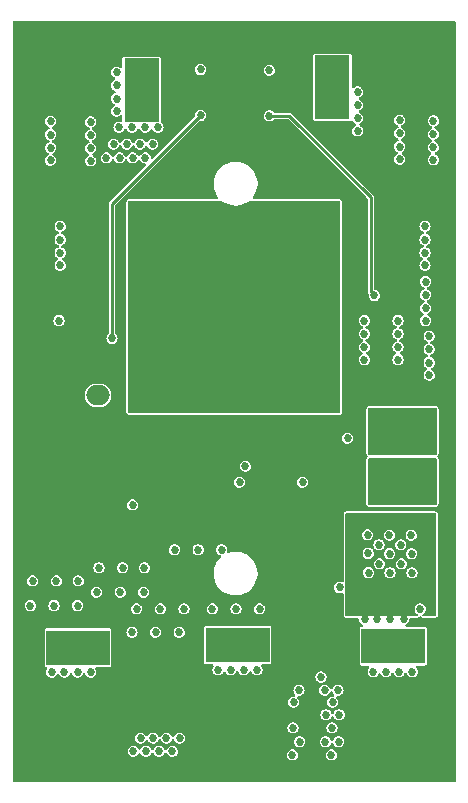
<source format=gbr>
G04 #@! TF.GenerationSoftware,KiCad,Pcbnew,8.0.7*
G04 #@! TF.CreationDate,2025-04-20T00:45:44-04:00*
G04 #@! TF.ProjectId,power_distribution_board,706f7765-725f-4646-9973-747269627574,1*
G04 #@! TF.SameCoordinates,Original*
G04 #@! TF.FileFunction,Copper,L2,Inr*
G04 #@! TF.FilePolarity,Positive*
%FSLAX46Y46*%
G04 Gerber Fmt 4.6, Leading zero omitted, Abs format (unit mm)*
G04 Created by KiCad (PCBNEW 8.0.7) date 2025-04-20 00:45:44*
%MOMM*%
%LPD*%
G01*
G04 APERTURE LIST*
G04 Aperture macros list*
%AMRoundRect*
0 Rectangle with rounded corners*
0 $1 Rounding radius*
0 $2 $3 $4 $5 $6 $7 $8 $9 X,Y pos of 4 corners*
0 Add a 4 corners polygon primitive as box body*
4,1,4,$2,$3,$4,$5,$6,$7,$8,$9,$2,$3,0*
0 Add four circle primitives for the rounded corners*
1,1,$1+$1,$2,$3*
1,1,$1+$1,$4,$5*
1,1,$1+$1,$6,$7*
1,1,$1+$1,$8,$9*
0 Add four rect primitives between the rounded corners*
20,1,$1+$1,$2,$3,$4,$5,0*
20,1,$1+$1,$4,$5,$6,$7,0*
20,1,$1+$1,$6,$7,$8,$9,0*
20,1,$1+$1,$8,$9,$2,$3,0*%
G04 Aperture macros list end*
G04 #@! TA.AperFunction,ComponentPad*
%ADD10R,5.400000X3.000000*%
G04 #@! TD*
G04 #@! TA.AperFunction,ComponentPad*
%ADD11R,3.000000X5.400000*%
G04 #@! TD*
G04 #@! TA.AperFunction,ComponentPad*
%ADD12RoundRect,0.250000X0.750000X-0.600000X0.750000X0.600000X-0.750000X0.600000X-0.750000X-0.600000X0*%
G04 #@! TD*
G04 #@! TA.AperFunction,ComponentPad*
%ADD13O,2.000000X1.700000*%
G04 #@! TD*
G04 #@! TA.AperFunction,ComponentPad*
%ADD14C,0.800000*%
G04 #@! TD*
G04 #@! TA.AperFunction,ViaPad*
%ADD15C,0.685800*%
G04 #@! TD*
G04 #@! TA.AperFunction,Conductor*
%ADD16C,0.254000*%
G04 #@! TD*
G04 APERTURE END LIST*
D10*
X159730000Y-74977500D03*
D11*
X160342500Y-81477500D03*
X138410000Y-27887500D03*
D10*
X132910000Y-28500000D03*
D11*
X154570000Y-27650000D03*
D10*
X160070000Y-27037500D03*
X146552500Y-74872500D03*
D11*
X147165000Y-81372500D03*
D10*
X133032500Y-75092500D03*
D11*
X133645000Y-81592500D03*
D12*
X134722500Y-56240000D03*
D13*
X134722500Y-53740000D03*
D14*
X160490000Y-55675000D03*
X160490000Y-62225000D03*
D15*
X153400000Y-58300000D03*
X162000000Y-71800000D03*
X155200000Y-70000000D03*
X134500000Y-61100000D03*
X134400000Y-65000000D03*
X150300000Y-62100000D03*
X150400000Y-64900000D03*
X150400000Y-67400000D03*
X157100000Y-82300000D03*
X157100000Y-78800000D03*
X163500000Y-78700000D03*
X163500000Y-81700000D03*
X149900000Y-81600000D03*
X150000000Y-78900000D03*
X143500000Y-79000000D03*
X143500000Y-81400000D03*
X130200000Y-81300000D03*
X136200000Y-79000000D03*
X139900000Y-78300000D03*
X139700000Y-76600000D03*
X137700000Y-76600000D03*
X158364800Y-72700000D03*
X160600000Y-72700000D03*
X159482400Y-72700000D03*
X157298000Y-72700000D03*
X145200000Y-66800000D03*
X143205600Y-66800000D03*
X141205600Y-66800000D03*
X148400000Y-71800000D03*
X146405600Y-71800000D03*
X144405600Y-71800000D03*
X142000000Y-71800000D03*
X140005600Y-71800000D03*
X138005600Y-71800000D03*
X141600000Y-73800000D03*
X139605600Y-73800000D03*
X137605600Y-73800000D03*
X153600000Y-77575000D03*
X151600000Y-70400000D03*
X151800000Y-62400000D03*
X154800000Y-64600000D03*
X152050000Y-61100000D03*
X155600000Y-61800000D03*
X160274000Y-32664400D03*
X162763200Y-48717200D03*
X162407600Y-41656000D03*
X162458400Y-45212000D03*
X162458400Y-46329600D03*
X162407600Y-40538400D03*
X163118800Y-33782000D03*
X160121600Y-50698400D03*
X162458400Y-44094400D03*
X162763200Y-52019200D03*
X160121600Y-48514000D03*
X157276800Y-47396400D03*
X160121600Y-49631600D03*
X156718000Y-31343600D03*
X160274000Y-33731200D03*
X157276800Y-49631600D03*
X162763200Y-50952400D03*
X156718000Y-29159200D03*
X160274000Y-30429200D03*
X160121600Y-47396400D03*
X163118800Y-31597600D03*
X162407600Y-42722800D03*
X157276800Y-48514000D03*
X160274000Y-31546800D03*
X156718000Y-30276800D03*
X163118800Y-30480000D03*
X162458400Y-47396400D03*
X162763200Y-49834800D03*
X162407600Y-39420800D03*
X163118800Y-32715200D03*
X157276800Y-50698400D03*
X156718000Y-28041600D03*
X138340000Y-54310000D03*
X145012359Y-47190234D03*
X151820000Y-38740000D03*
X148449149Y-43577456D03*
X140823392Y-43631136D03*
X142389618Y-43595095D03*
X140764351Y-52599980D03*
X148479715Y-50852160D03*
X147320468Y-54244986D03*
X142000000Y-38000000D03*
X142366996Y-50808477D03*
X146831459Y-40933360D03*
X151618020Y-45332918D03*
X143933222Y-50844518D03*
X149010000Y-47290000D03*
X145588018Y-48265138D03*
X143113415Y-49862443D03*
X140749448Y-50776400D03*
X140833580Y-41776800D03*
X150480000Y-54290000D03*
X146865846Y-44670052D03*
X140100000Y-54260000D03*
X146903347Y-38733552D03*
X151890000Y-47290000D03*
X146914810Y-46092313D03*
X150876316Y-44417640D03*
X146833585Y-51866036D03*
X145486412Y-53112440D03*
X151648586Y-52607622D03*
X145500000Y-49660000D03*
X149258768Y-44449717D03*
X144017354Y-41708682D03*
X148459337Y-41723120D03*
X150520000Y-47270000D03*
X149289334Y-51724421D03*
X147343393Y-47218631D03*
X141710000Y-54270000D03*
X140808489Y-45454716D03*
X142374715Y-45418675D03*
X148990000Y-39800000D03*
X151643111Y-41655002D03*
X146842922Y-48292121D03*
X140739260Y-48922064D03*
X142381899Y-52632057D03*
X149268956Y-42595381D03*
X150750000Y-39750000D03*
X143923034Y-48990182D03*
X151663489Y-50784042D03*
X141495867Y-49830366D03*
X142356808Y-48954141D03*
X143992263Y-45386598D03*
X146937734Y-42470244D03*
X149299522Y-49870085D03*
X150917070Y-49838008D03*
X151673677Y-48929706D03*
X150000472Y-45364995D03*
X150886504Y-42563304D03*
X141830000Y-39770000D03*
X143260000Y-54220000D03*
X146905473Y-49666228D03*
X143450000Y-47170000D03*
X147331930Y-39859870D03*
X143250559Y-44471320D03*
X143260747Y-42616984D03*
X146891885Y-53118668D03*
X145610942Y-44643069D03*
X141506055Y-51684702D03*
X141643199Y-42649061D03*
X145509337Y-46086085D03*
X145578681Y-51839053D03*
X143123603Y-51716779D03*
X150330000Y-38120000D03*
X151632923Y-43509338D03*
X146200000Y-50792546D03*
X148489903Y-48997824D03*
X148434246Y-45401036D03*
X152090000Y-54300000D03*
X143948125Y-52668098D03*
X146200000Y-43596562D03*
X148464812Y-52675740D03*
X144007166Y-43563018D03*
X145497874Y-38727324D03*
X145532261Y-42464016D03*
X148720000Y-54340000D03*
X150056129Y-48961783D03*
X142399806Y-41740759D03*
X150025563Y-41687079D03*
X144989434Y-54216589D03*
X145000896Y-39831473D03*
X150045941Y-50816119D03*
X150015375Y-43541415D03*
X141900000Y-47220000D03*
X140750000Y-38750000D03*
X145576555Y-40906377D03*
X153640000Y-54250000D03*
X141633011Y-44503397D03*
X150031038Y-52639699D03*
X150906882Y-51692344D03*
X143380000Y-39720000D03*
X134112000Y-33883600D03*
X131521200Y-40538400D03*
X138277600Y-32461200D03*
X130708400Y-31648400D03*
X138734800Y-33629600D03*
X139344400Y-32461200D03*
X136042400Y-32461200D03*
X137617200Y-31038800D03*
X135432800Y-33629600D03*
X136296400Y-27482800D03*
X138734800Y-31038800D03*
X130708400Y-30530800D03*
X136499600Y-31038800D03*
X131521200Y-41656000D03*
X134112000Y-31699200D03*
X136296400Y-26365200D03*
X134112000Y-30581600D03*
X137160000Y-32461200D03*
X130708400Y-33832800D03*
X130708400Y-32766000D03*
X136296400Y-28600400D03*
X134112000Y-32816800D03*
X131521200Y-42722800D03*
X139801600Y-31038800D03*
X131419600Y-47396400D03*
X136550400Y-33629600D03*
X131521200Y-39420800D03*
X137668000Y-33629600D03*
X136296400Y-29667200D03*
X143410000Y-30030000D03*
X135910000Y-48910000D03*
X158127500Y-45270000D03*
X149230000Y-30055000D03*
X146717500Y-61100000D03*
X149230000Y-26205000D03*
X155852073Y-57372073D03*
X147200000Y-59722500D03*
X137650000Y-63000000D03*
X143410000Y-26142500D03*
X159004000Y-50698400D03*
X161340800Y-46329600D03*
X161290000Y-40538400D03*
X161290000Y-29311600D03*
X143927500Y-64420000D03*
X161645600Y-49834800D03*
X159156400Y-30429200D03*
X161645600Y-50952400D03*
X129895600Y-46329600D03*
X129895600Y-44094400D03*
X156159200Y-50698400D03*
X156159200Y-49631600D03*
X132588000Y-30581600D03*
X161290000Y-39420800D03*
X161340800Y-44094400D03*
X129184400Y-31648400D03*
X162001200Y-32715200D03*
X144442500Y-62050000D03*
X162001200Y-30480000D03*
X161340800Y-45212000D03*
X132588000Y-33883600D03*
X157400000Y-32860000D03*
X162001200Y-33782000D03*
X159156400Y-32664400D03*
X161645600Y-48717200D03*
X159156400Y-33731200D03*
X162001200Y-31597600D03*
X159004000Y-49631600D03*
X161290000Y-41656000D03*
X161490229Y-36673083D03*
X131460000Y-60890000D03*
X161645600Y-52019200D03*
X133870000Y-45300000D03*
X140480000Y-61820000D03*
X158560000Y-41670000D03*
X159156400Y-31546800D03*
X129184400Y-33832800D03*
X129997200Y-42722800D03*
X132588000Y-31699200D03*
X129895600Y-45212000D03*
X143907500Y-59740000D03*
X129184400Y-30530800D03*
X157988000Y-29311600D03*
X161340800Y-47396400D03*
X129184400Y-32766000D03*
X160223200Y-29311600D03*
X131090000Y-36450000D03*
X159105600Y-29311600D03*
X159004000Y-47396400D03*
X134045000Y-49940000D03*
X155200000Y-55890000D03*
X129895600Y-47396400D03*
X134260000Y-40200000D03*
X156159200Y-48514000D03*
X159004000Y-48514000D03*
X156159200Y-47396400D03*
X129997200Y-41656000D03*
X156252500Y-46220000D03*
X129997200Y-40538400D03*
X129997200Y-39420800D03*
X161290000Y-42722800D03*
X132588000Y-32816800D03*
X134112000Y-77165200D03*
X154584400Y-79705200D03*
X154025600Y-80772000D03*
X141630400Y-82753200D03*
X160223200Y-77114400D03*
X161340800Y-77114400D03*
X147066000Y-76962000D03*
X161276225Y-67139059D03*
X132994400Y-71526400D03*
X133045200Y-69443600D03*
X153924000Y-78689200D03*
X158545664Y-67989812D03*
X159421889Y-67128871D03*
X155041600Y-78689200D03*
X153974800Y-83058000D03*
X151790400Y-83058000D03*
X139395200Y-82753200D03*
X161308302Y-68756607D03*
X145948400Y-76962000D03*
X160400000Y-68000000D03*
X160367923Y-66382452D03*
X131200000Y-69443600D03*
X159105600Y-77114400D03*
X151180800Y-84175600D03*
X129000000Y-71526400D03*
X130810000Y-77165200D03*
X139903200Y-83870800D03*
X151739600Y-78689200D03*
X140512800Y-82753200D03*
X141020800Y-83870800D03*
X129200000Y-69443600D03*
X144881600Y-76962000D03*
X154533600Y-81889600D03*
X159453966Y-68746419D03*
X132994400Y-77165200D03*
X154482800Y-84175600D03*
X155092400Y-83058000D03*
X137718800Y-83870800D03*
X131000000Y-71526400D03*
X158513587Y-66372264D03*
X159385848Y-65562645D03*
X158038800Y-77114400D03*
X151231600Y-81889600D03*
X151282400Y-79705200D03*
X155143200Y-80772000D03*
X131876800Y-77165200D03*
X148183600Y-76962000D03*
X157562268Y-65547742D03*
X157598309Y-67113968D03*
X161240184Y-65572833D03*
X138785600Y-83870800D03*
X157630386Y-68731516D03*
X138328400Y-82753200D03*
X136805600Y-68317200D03*
X134805600Y-68317200D03*
X134605600Y-70400000D03*
X136605600Y-70400000D03*
X138650800Y-68317200D03*
X138600000Y-70400000D03*
D16*
X135910000Y-37530000D02*
X143410000Y-30030000D01*
X135910000Y-48910000D02*
X135910000Y-37530000D01*
X150935000Y-30055000D02*
X149230000Y-30055000D01*
X158127500Y-45270000D02*
X157827501Y-44970001D01*
X157827501Y-44970001D02*
X157827501Y-36947501D01*
X157827501Y-36947501D02*
X150935000Y-30055000D01*
G04 #@! TA.AperFunction,Conductor*
G36*
X163313039Y-63699685D02*
G01*
X163358794Y-63752489D01*
X163370000Y-63804000D01*
X163370000Y-72316000D01*
X163350315Y-72383039D01*
X163297511Y-72428794D01*
X163246000Y-72440000D01*
X162296524Y-72440000D01*
X162229485Y-72420315D01*
X162183730Y-72367511D01*
X162173786Y-72298353D01*
X162202811Y-72234797D01*
X162229484Y-72211685D01*
X162311212Y-72159161D01*
X162311211Y-72159161D01*
X162311214Y-72159160D01*
X162399795Y-72056933D01*
X162455987Y-71933890D01*
X162475237Y-71800000D01*
X162455987Y-71666110D01*
X162455986Y-71666109D01*
X162455986Y-71666106D01*
X162427891Y-71604588D01*
X162399795Y-71543067D01*
X162311214Y-71440840D01*
X162197421Y-71367709D01*
X162197420Y-71367708D01*
X162197419Y-71367708D01*
X162067634Y-71329600D01*
X162067633Y-71329600D01*
X161932367Y-71329600D01*
X161932366Y-71329600D01*
X161802580Y-71367708D01*
X161688788Y-71440838D01*
X161688783Y-71440842D01*
X161600209Y-71543061D01*
X161600203Y-71543071D01*
X161544013Y-71666106D01*
X161544012Y-71666111D01*
X161524763Y-71800000D01*
X161544012Y-71933888D01*
X161544013Y-71933893D01*
X161590571Y-72035838D01*
X161600205Y-72056933D01*
X161600208Y-72056936D01*
X161600209Y-72056938D01*
X161688783Y-72159157D01*
X161688787Y-72159161D01*
X161770516Y-72211685D01*
X161816270Y-72264489D01*
X161826214Y-72333647D01*
X161797189Y-72397203D01*
X161738411Y-72434977D01*
X161703476Y-72440000D01*
X155774000Y-72440000D01*
X155706961Y-72420315D01*
X155661206Y-72367511D01*
X155650000Y-72316000D01*
X155650000Y-70172108D01*
X155655024Y-70137168D01*
X155655982Y-70133898D01*
X155655987Y-70133890D01*
X155675237Y-70000000D01*
X155655987Y-69866110D01*
X155655987Y-69866109D01*
X155655023Y-69862826D01*
X155650000Y-69827891D01*
X155650000Y-68731516D01*
X157155149Y-68731516D01*
X157174398Y-68865404D01*
X157174399Y-68865409D01*
X157220957Y-68967354D01*
X157230591Y-68988449D01*
X157230594Y-68988452D01*
X157230595Y-68988454D01*
X157252332Y-69013540D01*
X157319172Y-69090676D01*
X157432965Y-69163807D01*
X157483720Y-69178710D01*
X157562752Y-69201916D01*
X157562753Y-69201916D01*
X157698019Y-69201916D01*
X157827807Y-69163807D01*
X157941600Y-69090676D01*
X158030181Y-68988449D01*
X158086373Y-68865406D01*
X158103480Y-68746419D01*
X158978729Y-68746419D01*
X158997978Y-68880307D01*
X158997979Y-68880312D01*
X159044537Y-68982257D01*
X159054171Y-69003352D01*
X159054174Y-69003355D01*
X159054175Y-69003357D01*
X159129835Y-69090673D01*
X159142752Y-69105579D01*
X159256545Y-69178710D01*
X159321439Y-69197764D01*
X159386332Y-69216819D01*
X159386333Y-69216819D01*
X159521599Y-69216819D01*
X159651387Y-69178710D01*
X159765180Y-69105579D01*
X159853761Y-69003352D01*
X159905299Y-68890500D01*
X159909952Y-68880312D01*
X159909953Y-68880307D01*
X159912095Y-68865409D01*
X159927738Y-68756607D01*
X160833065Y-68756607D01*
X160852314Y-68890495D01*
X160852315Y-68890500D01*
X160897046Y-68988444D01*
X160908507Y-69013540D01*
X160908510Y-69013543D01*
X160908511Y-69013545D01*
X160988260Y-69105580D01*
X160997088Y-69115767D01*
X161110881Y-69188898D01*
X161175775Y-69207952D01*
X161240668Y-69227007D01*
X161240669Y-69227007D01*
X161375935Y-69227007D01*
X161505723Y-69188898D01*
X161619516Y-69115767D01*
X161708097Y-69013540D01*
X161764289Y-68890497D01*
X161783539Y-68756607D01*
X161764289Y-68622717D01*
X161764288Y-68622716D01*
X161764288Y-68622713D01*
X161736193Y-68561195D01*
X161708097Y-68499674D01*
X161701717Y-68492311D01*
X161619518Y-68397449D01*
X161619513Y-68397445D01*
X161587934Y-68377150D01*
X161505723Y-68324316D01*
X161505722Y-68324315D01*
X161505721Y-68324315D01*
X161375936Y-68286207D01*
X161375935Y-68286207D01*
X161240669Y-68286207D01*
X161240668Y-68286207D01*
X161110882Y-68324315D01*
X160997081Y-68397450D01*
X160995185Y-68399094D01*
X160992904Y-68400135D01*
X160989628Y-68402241D01*
X160989325Y-68401769D01*
X160931627Y-68428114D01*
X160910637Y-68425094D01*
X160918311Y-68451226D01*
X160907105Y-68502743D01*
X160852315Y-68622713D01*
X160852314Y-68622718D01*
X160833065Y-68756607D01*
X159927738Y-68756607D01*
X159929203Y-68746419D01*
X159909953Y-68612529D01*
X159909952Y-68612528D01*
X159909952Y-68612525D01*
X159859815Y-68502743D01*
X159853761Y-68489486D01*
X159840851Y-68474587D01*
X159765182Y-68387261D01*
X159765177Y-68387257D01*
X159721459Y-68359161D01*
X159651387Y-68314128D01*
X159651386Y-68314127D01*
X159651385Y-68314127D01*
X159521600Y-68276019D01*
X159521599Y-68276019D01*
X159386333Y-68276019D01*
X159386332Y-68276019D01*
X159256546Y-68314127D01*
X159142745Y-68387262D01*
X159140849Y-68388906D01*
X159138568Y-68389947D01*
X159135292Y-68392053D01*
X159134989Y-68391581D01*
X159077291Y-68417926D01*
X159056301Y-68414906D01*
X159063975Y-68441038D01*
X159052769Y-68492555D01*
X158997979Y-68612525D01*
X158997978Y-68612530D01*
X158978729Y-68746419D01*
X158103480Y-68746419D01*
X158105623Y-68731516D01*
X158086373Y-68597626D01*
X158086371Y-68597622D01*
X158043041Y-68502743D01*
X158038276Y-68492310D01*
X158028333Y-68423153D01*
X158039133Y-68399505D01*
X157990043Y-68399505D01*
X157949071Y-68377132D01*
X157949060Y-68377150D01*
X157948815Y-68376993D01*
X157943774Y-68374240D01*
X157941602Y-68372358D01*
X157941600Y-68372356D01*
X157827807Y-68299225D01*
X157827806Y-68299224D01*
X157827805Y-68299224D01*
X157698020Y-68261116D01*
X157698019Y-68261116D01*
X157562753Y-68261116D01*
X157562752Y-68261116D01*
X157432966Y-68299224D01*
X157319174Y-68372354D01*
X157319169Y-68372358D01*
X157230595Y-68474577D01*
X157230589Y-68474587D01*
X157174399Y-68597622D01*
X157174398Y-68597627D01*
X157155149Y-68731516D01*
X155650000Y-68731516D01*
X155650000Y-67989812D01*
X158070427Y-67989812D01*
X158089676Y-68123700D01*
X158089677Y-68123705D01*
X158137772Y-68229016D01*
X158147716Y-68298175D01*
X158136917Y-68321822D01*
X158186005Y-68321822D01*
X158226978Y-68344195D01*
X158226990Y-68344178D01*
X158227234Y-68344335D01*
X158232276Y-68347088D01*
X158234451Y-68348973D01*
X158250304Y-68359161D01*
X158348243Y-68422103D01*
X158412730Y-68441038D01*
X158478030Y-68460212D01*
X158478031Y-68460212D01*
X158613297Y-68460212D01*
X158743085Y-68422103D01*
X158856878Y-68348972D01*
X158856880Y-68348969D01*
X158858768Y-68347334D01*
X158861046Y-68346293D01*
X158864338Y-68344178D01*
X158864642Y-68344651D01*
X158922323Y-68318306D01*
X158943329Y-68321325D01*
X158935654Y-68295177D01*
X158946858Y-68243680D01*
X159001651Y-68123702D01*
X159019436Y-68000000D01*
X159924763Y-68000000D01*
X159944012Y-68133888D01*
X159944013Y-68133893D01*
X159987456Y-68229016D01*
X160000205Y-68256933D01*
X160000208Y-68256936D01*
X160000209Y-68256938D01*
X160087366Y-68357522D01*
X160088786Y-68359160D01*
X160202579Y-68432291D01*
X160232369Y-68441038D01*
X160332366Y-68470400D01*
X160332367Y-68470400D01*
X160467633Y-68470400D01*
X160597421Y-68432291D01*
X160711214Y-68359160D01*
X160711216Y-68359157D01*
X160713104Y-68357522D01*
X160715382Y-68356481D01*
X160718674Y-68354366D01*
X160718978Y-68354839D01*
X160776659Y-68328494D01*
X160797665Y-68331513D01*
X160789990Y-68305365D01*
X160801194Y-68253868D01*
X160855987Y-68133890D01*
X160875237Y-68000000D01*
X160855987Y-67866110D01*
X160855986Y-67866109D01*
X160855986Y-67866106D01*
X160827891Y-67804588D01*
X160799795Y-67743067D01*
X160799790Y-67743061D01*
X160711216Y-67640842D01*
X160711211Y-67640838D01*
X160646532Y-67599271D01*
X160597421Y-67567709D01*
X160597420Y-67567708D01*
X160597419Y-67567708D01*
X160467634Y-67529600D01*
X160467633Y-67529600D01*
X160332367Y-67529600D01*
X160332366Y-67529600D01*
X160202580Y-67567708D01*
X160088788Y-67640838D01*
X160088783Y-67640842D01*
X160000209Y-67743061D01*
X160000203Y-67743071D01*
X159944013Y-67866106D01*
X159944012Y-67866111D01*
X159924763Y-68000000D01*
X159019436Y-68000000D01*
X159020901Y-67989812D01*
X159001651Y-67855922D01*
X159001650Y-67855921D01*
X159001650Y-67855918D01*
X158973555Y-67794400D01*
X158945459Y-67732879D01*
X158865706Y-67640840D01*
X158856880Y-67630654D01*
X158856875Y-67630650D01*
X158764603Y-67571350D01*
X158743085Y-67557521D01*
X158743084Y-67557520D01*
X158743083Y-67557520D01*
X158613298Y-67519412D01*
X158613297Y-67519412D01*
X158478031Y-67519412D01*
X158478030Y-67519412D01*
X158348244Y-67557520D01*
X158234452Y-67630650D01*
X158234447Y-67630654D01*
X158145873Y-67732873D01*
X158145867Y-67732883D01*
X158089677Y-67855918D01*
X158089676Y-67855923D01*
X158070427Y-67989812D01*
X155650000Y-67989812D01*
X155650000Y-67113968D01*
X157123072Y-67113968D01*
X157142321Y-67247856D01*
X157142322Y-67247861D01*
X157188880Y-67349806D01*
X157198514Y-67370901D01*
X157198517Y-67370904D01*
X157198518Y-67370906D01*
X157220255Y-67395992D01*
X157287095Y-67473128D01*
X157400888Y-67546259D01*
X157439240Y-67557520D01*
X157530675Y-67584368D01*
X157530676Y-67584368D01*
X157665942Y-67584368D01*
X157795730Y-67546259D01*
X157909523Y-67473128D01*
X157998104Y-67370901D01*
X158054296Y-67247858D01*
X158071403Y-67128871D01*
X158946652Y-67128871D01*
X158965901Y-67262759D01*
X158965902Y-67262764D01*
X159012460Y-67364709D01*
X159022094Y-67385804D01*
X159022097Y-67385807D01*
X159022098Y-67385809D01*
X159097758Y-67473125D01*
X159110675Y-67488031D01*
X159224468Y-67561162D01*
X159289362Y-67580216D01*
X159354255Y-67599271D01*
X159354256Y-67599271D01*
X159489522Y-67599271D01*
X159619310Y-67561162D01*
X159733103Y-67488031D01*
X159821684Y-67385804D01*
X159873222Y-67272952D01*
X159877875Y-67262764D01*
X159877876Y-67262759D01*
X159880018Y-67247861D01*
X159895661Y-67139059D01*
X160800988Y-67139059D01*
X160820237Y-67272947D01*
X160820238Y-67272952D01*
X160864969Y-67370896D01*
X160876430Y-67395992D01*
X160876433Y-67395995D01*
X160876434Y-67395997D01*
X160956183Y-67488032D01*
X160965011Y-67498219D01*
X161078804Y-67571350D01*
X161143698Y-67590404D01*
X161208591Y-67609459D01*
X161208592Y-67609459D01*
X161343858Y-67609459D01*
X161473646Y-67571350D01*
X161587439Y-67498219D01*
X161676020Y-67395992D01*
X161732212Y-67272949D01*
X161751462Y-67139059D01*
X161732212Y-67005169D01*
X161732211Y-67005168D01*
X161732211Y-67005165D01*
X161704116Y-66943647D01*
X161676020Y-66882126D01*
X161669640Y-66874763D01*
X161587441Y-66779901D01*
X161587436Y-66779897D01*
X161555857Y-66759602D01*
X161473646Y-66706768D01*
X161473645Y-66706767D01*
X161473644Y-66706767D01*
X161343859Y-66668659D01*
X161343858Y-66668659D01*
X161208592Y-66668659D01*
X161208591Y-66668659D01*
X161078805Y-66706767D01*
X160965004Y-66779902D01*
X160963108Y-66781546D01*
X160960827Y-66782587D01*
X160957551Y-66784693D01*
X160957248Y-66784221D01*
X160899550Y-66810566D01*
X160878560Y-66807546D01*
X160886234Y-66833678D01*
X160875028Y-66885195D01*
X160820238Y-67005165D01*
X160820237Y-67005170D01*
X160800988Y-67139059D01*
X159895661Y-67139059D01*
X159897126Y-67128871D01*
X159877876Y-66994981D01*
X159877875Y-66994980D01*
X159877875Y-66994977D01*
X159827738Y-66885195D01*
X159821684Y-66871938D01*
X159808774Y-66857039D01*
X159733105Y-66769713D01*
X159733100Y-66769709D01*
X159689382Y-66741613D01*
X159619310Y-66696580D01*
X159619309Y-66696579D01*
X159619308Y-66696579D01*
X159489523Y-66658471D01*
X159489522Y-66658471D01*
X159354256Y-66658471D01*
X159354255Y-66658471D01*
X159224469Y-66696579D01*
X159110668Y-66769714D01*
X159108772Y-66771358D01*
X159106491Y-66772399D01*
X159103215Y-66774505D01*
X159102912Y-66774033D01*
X159045214Y-66800378D01*
X159024224Y-66797358D01*
X159031898Y-66823490D01*
X159020692Y-66875007D01*
X158965902Y-66994977D01*
X158965901Y-66994982D01*
X158946652Y-67128871D01*
X158071403Y-67128871D01*
X158073546Y-67113968D01*
X158054296Y-66980078D01*
X158054294Y-66980074D01*
X158010964Y-66885195D01*
X158006199Y-66874762D01*
X157996256Y-66805605D01*
X158007056Y-66781957D01*
X157957966Y-66781957D01*
X157916994Y-66759584D01*
X157916983Y-66759602D01*
X157916738Y-66759445D01*
X157911697Y-66756692D01*
X157909525Y-66754810D01*
X157909523Y-66754808D01*
X157795730Y-66681677D01*
X157795729Y-66681676D01*
X157795728Y-66681676D01*
X157665943Y-66643568D01*
X157665942Y-66643568D01*
X157530676Y-66643568D01*
X157530675Y-66643568D01*
X157400889Y-66681676D01*
X157287097Y-66754806D01*
X157287092Y-66754810D01*
X157198518Y-66857029D01*
X157198512Y-66857039D01*
X157142322Y-66980074D01*
X157142321Y-66980079D01*
X157123072Y-67113968D01*
X155650000Y-67113968D01*
X155650000Y-66372264D01*
X158038350Y-66372264D01*
X158057599Y-66506152D01*
X158057600Y-66506157D01*
X158105695Y-66611468D01*
X158115639Y-66680627D01*
X158104840Y-66704274D01*
X158153928Y-66704274D01*
X158194901Y-66726647D01*
X158194913Y-66726630D01*
X158195157Y-66726787D01*
X158200199Y-66729540D01*
X158202374Y-66731425D01*
X158218227Y-66741613D01*
X158316166Y-66804555D01*
X158380653Y-66823490D01*
X158445953Y-66842664D01*
X158445954Y-66842664D01*
X158581220Y-66842664D01*
X158711008Y-66804555D01*
X158824801Y-66731424D01*
X158824803Y-66731421D01*
X158826691Y-66729786D01*
X158828969Y-66728745D01*
X158832261Y-66726630D01*
X158832565Y-66727103D01*
X158890246Y-66700758D01*
X158911252Y-66703777D01*
X158903577Y-66677629D01*
X158914781Y-66626132D01*
X158969574Y-66506154D01*
X158987359Y-66382452D01*
X159892686Y-66382452D01*
X159911935Y-66516340D01*
X159911936Y-66516345D01*
X159955379Y-66611468D01*
X159968128Y-66639385D01*
X159968131Y-66639388D01*
X159968132Y-66639390D01*
X160055289Y-66739974D01*
X160056709Y-66741612D01*
X160170502Y-66814743D01*
X160200292Y-66823490D01*
X160300289Y-66852852D01*
X160300290Y-66852852D01*
X160435556Y-66852852D01*
X160565344Y-66814743D01*
X160679137Y-66741612D01*
X160679139Y-66741609D01*
X160681027Y-66739974D01*
X160683305Y-66738933D01*
X160686597Y-66736818D01*
X160686901Y-66737291D01*
X160744582Y-66710946D01*
X160765588Y-66713965D01*
X160757913Y-66687817D01*
X160769117Y-66636320D01*
X160823910Y-66516342D01*
X160843160Y-66382452D01*
X160823910Y-66248562D01*
X160823909Y-66248561D01*
X160823909Y-66248558D01*
X160795814Y-66187040D01*
X160767718Y-66125519D01*
X160767713Y-66125513D01*
X160679139Y-66023294D01*
X160679134Y-66023290D01*
X160565342Y-65950160D01*
X160435557Y-65912052D01*
X160435556Y-65912052D01*
X160300290Y-65912052D01*
X160300289Y-65912052D01*
X160170503Y-65950160D01*
X160056711Y-66023290D01*
X160056706Y-66023294D01*
X159968132Y-66125513D01*
X159968126Y-66125523D01*
X159911936Y-66248558D01*
X159911935Y-66248563D01*
X159892686Y-66382452D01*
X158987359Y-66382452D01*
X158988824Y-66372264D01*
X158969574Y-66238374D01*
X158969573Y-66238373D01*
X158969573Y-66238370D01*
X158941478Y-66176852D01*
X158913382Y-66115331D01*
X158833629Y-66023292D01*
X158824803Y-66013106D01*
X158824798Y-66013102D01*
X158773342Y-65980033D01*
X158711008Y-65939973D01*
X158711007Y-65939972D01*
X158711006Y-65939972D01*
X158581221Y-65901864D01*
X158581220Y-65901864D01*
X158445954Y-65901864D01*
X158445953Y-65901864D01*
X158316167Y-65939972D01*
X158202375Y-66013102D01*
X158202370Y-66013106D01*
X158113796Y-66115325D01*
X158113790Y-66115335D01*
X158057600Y-66238370D01*
X158057599Y-66238375D01*
X158038350Y-66372264D01*
X155650000Y-66372264D01*
X155650000Y-65547742D01*
X157087031Y-65547742D01*
X157106280Y-65681630D01*
X157106281Y-65681635D01*
X157152839Y-65783580D01*
X157162473Y-65804675D01*
X157162476Y-65804678D01*
X157162477Y-65804680D01*
X157246688Y-65901864D01*
X157251054Y-65906902D01*
X157364847Y-65980033D01*
X157415602Y-65994936D01*
X157494634Y-66018142D01*
X157494635Y-66018142D01*
X157629901Y-66018142D01*
X157759689Y-65980033D01*
X157873482Y-65906902D01*
X157962063Y-65804675D01*
X158018255Y-65681632D01*
X158035362Y-65562645D01*
X158910611Y-65562645D01*
X158929860Y-65696533D01*
X158929861Y-65696538D01*
X158976419Y-65798483D01*
X158986053Y-65819578D01*
X158986056Y-65819581D01*
X158986057Y-65819583D01*
X159061717Y-65906899D01*
X159074634Y-65921805D01*
X159188427Y-65994936D01*
X159250295Y-66013102D01*
X159318214Y-66033045D01*
X159318215Y-66033045D01*
X159453481Y-66033045D01*
X159583269Y-65994936D01*
X159697062Y-65921805D01*
X159785643Y-65819578D01*
X159837181Y-65706726D01*
X159841834Y-65696538D01*
X159841835Y-65696533D01*
X159843977Y-65681635D01*
X159859620Y-65572833D01*
X160764947Y-65572833D01*
X160784196Y-65706721D01*
X160784197Y-65706726D01*
X160828928Y-65804670D01*
X160840389Y-65829766D01*
X160840392Y-65829769D01*
X160840393Y-65829771D01*
X160920142Y-65921806D01*
X160928970Y-65931993D01*
X161042763Y-66005124D01*
X161104631Y-66023290D01*
X161172550Y-66043233D01*
X161172551Y-66043233D01*
X161307817Y-66043233D01*
X161437605Y-66005124D01*
X161551398Y-65931993D01*
X161639979Y-65829766D01*
X161696171Y-65706723D01*
X161715421Y-65572833D01*
X161696171Y-65438943D01*
X161696170Y-65438942D01*
X161696170Y-65438939D01*
X161668075Y-65377421D01*
X161639979Y-65315900D01*
X161639974Y-65315894D01*
X161551400Y-65213675D01*
X161551395Y-65213671D01*
X161437603Y-65140541D01*
X161307818Y-65102433D01*
X161307817Y-65102433D01*
X161172551Y-65102433D01*
X161172550Y-65102433D01*
X161042764Y-65140541D01*
X160928972Y-65213671D01*
X160928967Y-65213675D01*
X160840393Y-65315894D01*
X160840387Y-65315904D01*
X160784197Y-65438939D01*
X160784196Y-65438944D01*
X160764947Y-65572833D01*
X159859620Y-65572833D01*
X159861085Y-65562645D01*
X159841835Y-65428755D01*
X159841834Y-65428754D01*
X159841834Y-65428751D01*
X159813739Y-65367233D01*
X159785643Y-65305712D01*
X159772733Y-65290813D01*
X159697064Y-65203487D01*
X159697059Y-65203483D01*
X159673870Y-65188580D01*
X159583269Y-65130354D01*
X159583268Y-65130353D01*
X159583267Y-65130353D01*
X159453482Y-65092245D01*
X159453481Y-65092245D01*
X159318215Y-65092245D01*
X159318214Y-65092245D01*
X159188428Y-65130353D01*
X159074636Y-65203483D01*
X159074631Y-65203487D01*
X158986057Y-65305706D01*
X158986051Y-65305716D01*
X158929861Y-65428751D01*
X158929860Y-65428756D01*
X158910611Y-65562645D01*
X158035362Y-65562645D01*
X158037505Y-65547742D01*
X158018255Y-65413852D01*
X158018254Y-65413851D01*
X158018254Y-65413848D01*
X157990159Y-65352330D01*
X157962063Y-65290809D01*
X157962058Y-65290803D01*
X157873484Y-65188584D01*
X157873479Y-65188580D01*
X157782878Y-65130354D01*
X157759689Y-65115451D01*
X157759688Y-65115450D01*
X157759687Y-65115450D01*
X157629902Y-65077342D01*
X157629901Y-65077342D01*
X157494635Y-65077342D01*
X157494634Y-65077342D01*
X157364848Y-65115450D01*
X157251056Y-65188580D01*
X157251051Y-65188584D01*
X157162477Y-65290803D01*
X157162471Y-65290813D01*
X157106281Y-65413848D01*
X157106280Y-65413853D01*
X157087031Y-65547742D01*
X155650000Y-65547742D01*
X155650000Y-63804000D01*
X155669685Y-63736961D01*
X155722489Y-63691206D01*
X155774000Y-63680000D01*
X163246000Y-63680000D01*
X163313039Y-63699685D01*
G37*
G04 #@! TD.AperFunction*
G04 #@! TA.AperFunction,Conductor*
G36*
X163366639Y-54782085D02*
G01*
X163412394Y-54834889D01*
X163423600Y-54886400D01*
X163423600Y-58651600D01*
X163403915Y-58718639D01*
X163351111Y-58764394D01*
X163299600Y-58775600D01*
X157705600Y-58775600D01*
X157638561Y-58755915D01*
X157592806Y-58703111D01*
X157581600Y-58651600D01*
X157581600Y-54886400D01*
X157601285Y-54819361D01*
X157654089Y-54773606D01*
X157705600Y-54762400D01*
X163299600Y-54762400D01*
X163366639Y-54782085D01*
G37*
G04 #@! TD.AperFunction*
G04 #@! TA.AperFunction,Conductor*
G36*
X163366639Y-59049285D02*
G01*
X163412394Y-59102089D01*
X163423600Y-59153600D01*
X163423600Y-62918800D01*
X163403915Y-62985839D01*
X163351111Y-63031594D01*
X163299600Y-63042800D01*
X157705600Y-63042800D01*
X157638561Y-63023115D01*
X157592806Y-62970311D01*
X157581600Y-62918800D01*
X157581600Y-59153600D01*
X157601285Y-59086561D01*
X157654089Y-59040806D01*
X157705600Y-59029600D01*
X163299600Y-59029600D01*
X163366639Y-59049285D01*
G37*
G04 #@! TD.AperFunction*
G04 #@! TA.AperFunction,Conductor*
G36*
X164943039Y-22019685D02*
G01*
X164988794Y-22072489D01*
X165000000Y-22124000D01*
X165000000Y-86376000D01*
X164980315Y-86443039D01*
X164927511Y-86488794D01*
X164876000Y-86500000D01*
X127624000Y-86500000D01*
X127556961Y-86480315D01*
X127511206Y-86427511D01*
X127500000Y-86376000D01*
X127500000Y-83870800D01*
X137243563Y-83870800D01*
X137262812Y-84004688D01*
X137262813Y-84004693D01*
X137298194Y-84082164D01*
X137319005Y-84127733D01*
X137407586Y-84229960D01*
X137521379Y-84303091D01*
X137586273Y-84322145D01*
X137651166Y-84341200D01*
X137651167Y-84341200D01*
X137786433Y-84341200D01*
X137916221Y-84303091D01*
X138030014Y-84229960D01*
X138118595Y-84127733D01*
X138139406Y-84082162D01*
X138185160Y-84029360D01*
X138252200Y-84009675D01*
X138319239Y-84029359D01*
X138364993Y-84082162D01*
X138385805Y-84127733D01*
X138474386Y-84229960D01*
X138588179Y-84303091D01*
X138653073Y-84322145D01*
X138717966Y-84341200D01*
X138717967Y-84341200D01*
X138853233Y-84341200D01*
X138983021Y-84303091D01*
X139096814Y-84229960D01*
X139185395Y-84127733D01*
X139224680Y-84041711D01*
X139231606Y-84026546D01*
X139277361Y-83973742D01*
X139344400Y-83954058D01*
X139411440Y-83973743D01*
X139457194Y-84026546D01*
X139464120Y-84041711D01*
X139503405Y-84127733D01*
X139591986Y-84229960D01*
X139705779Y-84303091D01*
X139770673Y-84322145D01*
X139835566Y-84341200D01*
X139835567Y-84341200D01*
X139970833Y-84341200D01*
X140100621Y-84303091D01*
X140214414Y-84229960D01*
X140302995Y-84127733D01*
X140342280Y-84041711D01*
X140349206Y-84026546D01*
X140394961Y-83973742D01*
X140462000Y-83954058D01*
X140529040Y-83973743D01*
X140574794Y-84026546D01*
X140581720Y-84041711D01*
X140621005Y-84127733D01*
X140709586Y-84229960D01*
X140823379Y-84303091D01*
X140888273Y-84322145D01*
X140953166Y-84341200D01*
X140953167Y-84341200D01*
X141088433Y-84341200D01*
X141218221Y-84303091D01*
X141332014Y-84229960D01*
X141379118Y-84175600D01*
X150705563Y-84175600D01*
X150724812Y-84309488D01*
X150724813Y-84309493D01*
X150771371Y-84411438D01*
X150781005Y-84432533D01*
X150869586Y-84534760D01*
X150983379Y-84607891D01*
X151048273Y-84626945D01*
X151113166Y-84646000D01*
X151113167Y-84646000D01*
X151248433Y-84646000D01*
X151378221Y-84607891D01*
X151492014Y-84534760D01*
X151580595Y-84432533D01*
X151636787Y-84309490D01*
X151656037Y-84175600D01*
X154007563Y-84175600D01*
X154026812Y-84309488D01*
X154026813Y-84309493D01*
X154073371Y-84411438D01*
X154083005Y-84432533D01*
X154171586Y-84534760D01*
X154285379Y-84607891D01*
X154350273Y-84626945D01*
X154415166Y-84646000D01*
X154415167Y-84646000D01*
X154550433Y-84646000D01*
X154680221Y-84607891D01*
X154794014Y-84534760D01*
X154882595Y-84432533D01*
X154938787Y-84309490D01*
X154958037Y-84175600D01*
X154938787Y-84041710D01*
X154938786Y-84041709D01*
X154938786Y-84041706D01*
X154907747Y-83973742D01*
X154882595Y-83918667D01*
X154794014Y-83816440D01*
X154680221Y-83743309D01*
X154680220Y-83743308D01*
X154680219Y-83743308D01*
X154550434Y-83705200D01*
X154550433Y-83705200D01*
X154415167Y-83705200D01*
X154415166Y-83705200D01*
X154285380Y-83743308D01*
X154171588Y-83816438D01*
X154171583Y-83816442D01*
X154083009Y-83918661D01*
X154083003Y-83918671D01*
X154026813Y-84041706D01*
X154026812Y-84041711D01*
X154007563Y-84175600D01*
X151656037Y-84175600D01*
X151636787Y-84041710D01*
X151636786Y-84041709D01*
X151636786Y-84041706D01*
X151605747Y-83973742D01*
X151580595Y-83918667D01*
X151492014Y-83816440D01*
X151378221Y-83743309D01*
X151378220Y-83743308D01*
X151378219Y-83743308D01*
X151248434Y-83705200D01*
X151248433Y-83705200D01*
X151113167Y-83705200D01*
X151113166Y-83705200D01*
X150983380Y-83743308D01*
X150869588Y-83816438D01*
X150869583Y-83816442D01*
X150781009Y-83918661D01*
X150781003Y-83918671D01*
X150724813Y-84041706D01*
X150724812Y-84041711D01*
X150705563Y-84175600D01*
X141379118Y-84175600D01*
X141420595Y-84127733D01*
X141466806Y-84026546D01*
X141476786Y-84004693D01*
X141476787Y-84004688D01*
X141481236Y-83973743D01*
X141496037Y-83870800D01*
X141476787Y-83736910D01*
X141476786Y-83736909D01*
X141476786Y-83736906D01*
X141441406Y-83659436D01*
X141420595Y-83613867D01*
X141332014Y-83511640D01*
X141218221Y-83438509D01*
X141218220Y-83438508D01*
X141218219Y-83438508D01*
X141088434Y-83400400D01*
X141088433Y-83400400D01*
X140953167Y-83400400D01*
X140953166Y-83400400D01*
X140823380Y-83438508D01*
X140709588Y-83511638D01*
X140709583Y-83511642D01*
X140621009Y-83613861D01*
X140621002Y-83613871D01*
X140574794Y-83715053D01*
X140529039Y-83767857D01*
X140461999Y-83787541D01*
X140394960Y-83767856D01*
X140349206Y-83715053D01*
X140302997Y-83613871D01*
X140302996Y-83613870D01*
X140302995Y-83613867D01*
X140214414Y-83511640D01*
X140100621Y-83438509D01*
X140100620Y-83438508D01*
X140100619Y-83438508D01*
X139970834Y-83400400D01*
X139970833Y-83400400D01*
X139835567Y-83400400D01*
X139835566Y-83400400D01*
X139705780Y-83438508D01*
X139591988Y-83511638D01*
X139591983Y-83511642D01*
X139503409Y-83613861D01*
X139503402Y-83613871D01*
X139457194Y-83715053D01*
X139411439Y-83767857D01*
X139344399Y-83787541D01*
X139277360Y-83767856D01*
X139231606Y-83715053D01*
X139185397Y-83613871D01*
X139185396Y-83613870D01*
X139185395Y-83613867D01*
X139096814Y-83511640D01*
X138983021Y-83438509D01*
X138983020Y-83438508D01*
X138983019Y-83438508D01*
X138853234Y-83400400D01*
X138853233Y-83400400D01*
X138717967Y-83400400D01*
X138717966Y-83400400D01*
X138588180Y-83438508D01*
X138474388Y-83511638D01*
X138474383Y-83511642D01*
X138385809Y-83613861D01*
X138385803Y-83613871D01*
X138364994Y-83659436D01*
X138319239Y-83712240D01*
X138252200Y-83731924D01*
X138185160Y-83712239D01*
X138139406Y-83659436D01*
X138134121Y-83647865D01*
X138118595Y-83613867D01*
X138030014Y-83511640D01*
X137916221Y-83438509D01*
X137916220Y-83438508D01*
X137916219Y-83438508D01*
X137786434Y-83400400D01*
X137786433Y-83400400D01*
X137651167Y-83400400D01*
X137651166Y-83400400D01*
X137521380Y-83438508D01*
X137407588Y-83511638D01*
X137407583Y-83511642D01*
X137319009Y-83613861D01*
X137319003Y-83613871D01*
X137262813Y-83736906D01*
X137262812Y-83736911D01*
X137243563Y-83870800D01*
X127500000Y-83870800D01*
X127500000Y-82753200D01*
X137853163Y-82753200D01*
X137872412Y-82887088D01*
X137872413Y-82887093D01*
X137907794Y-82964564D01*
X137928605Y-83010133D01*
X138017186Y-83112360D01*
X138130979Y-83185491D01*
X138195873Y-83204545D01*
X138260766Y-83223600D01*
X138260767Y-83223600D01*
X138396033Y-83223600D01*
X138525821Y-83185491D01*
X138639614Y-83112360D01*
X138728195Y-83010133D01*
X138749006Y-82964562D01*
X138794760Y-82911760D01*
X138861800Y-82892075D01*
X138928839Y-82911759D01*
X138974593Y-82964562D01*
X138995405Y-83010133D01*
X139083986Y-83112360D01*
X139197779Y-83185491D01*
X139262673Y-83204545D01*
X139327566Y-83223600D01*
X139327567Y-83223600D01*
X139462833Y-83223600D01*
X139592621Y-83185491D01*
X139706414Y-83112360D01*
X139794995Y-83010133D01*
X139834280Y-82924111D01*
X139841206Y-82908946D01*
X139886961Y-82856142D01*
X139954000Y-82836458D01*
X140021040Y-82856143D01*
X140066794Y-82908946D01*
X140073720Y-82924111D01*
X140113005Y-83010133D01*
X140201586Y-83112360D01*
X140315379Y-83185491D01*
X140380273Y-83204545D01*
X140445166Y-83223600D01*
X140445167Y-83223600D01*
X140580433Y-83223600D01*
X140710221Y-83185491D01*
X140824014Y-83112360D01*
X140912595Y-83010133D01*
X140951880Y-82924111D01*
X140958806Y-82908946D01*
X141004561Y-82856142D01*
X141071600Y-82836458D01*
X141138640Y-82856143D01*
X141184394Y-82908946D01*
X141191320Y-82924111D01*
X141230605Y-83010133D01*
X141319186Y-83112360D01*
X141432979Y-83185491D01*
X141497873Y-83204545D01*
X141562766Y-83223600D01*
X141562767Y-83223600D01*
X141698033Y-83223600D01*
X141827821Y-83185491D01*
X141941614Y-83112360D01*
X141988718Y-83058000D01*
X151315163Y-83058000D01*
X151334412Y-83191888D01*
X151334413Y-83191893D01*
X151380971Y-83293838D01*
X151390605Y-83314933D01*
X151479186Y-83417160D01*
X151592979Y-83490291D01*
X151657873Y-83509345D01*
X151722766Y-83528400D01*
X151722767Y-83528400D01*
X151858033Y-83528400D01*
X151987821Y-83490291D01*
X152101614Y-83417160D01*
X152190195Y-83314933D01*
X152246387Y-83191890D01*
X152265637Y-83058000D01*
X153499563Y-83058000D01*
X153518812Y-83191888D01*
X153518813Y-83191893D01*
X153565371Y-83293838D01*
X153575005Y-83314933D01*
X153663586Y-83417160D01*
X153777379Y-83490291D01*
X153842273Y-83509345D01*
X153907166Y-83528400D01*
X153907167Y-83528400D01*
X154042433Y-83528400D01*
X154172221Y-83490291D01*
X154286014Y-83417160D01*
X154374595Y-83314933D01*
X154411435Y-83234264D01*
X154420806Y-83213746D01*
X154466561Y-83160942D01*
X154533600Y-83141258D01*
X154600640Y-83160943D01*
X154646394Y-83213746D01*
X154671128Y-83267906D01*
X154692605Y-83314933D01*
X154781186Y-83417160D01*
X154894979Y-83490291D01*
X154959873Y-83509345D01*
X155024766Y-83528400D01*
X155024767Y-83528400D01*
X155160033Y-83528400D01*
X155289821Y-83490291D01*
X155403614Y-83417160D01*
X155492195Y-83314933D01*
X155548387Y-83191890D01*
X155567637Y-83058000D01*
X155548387Y-82924110D01*
X155548386Y-82924109D01*
X155548386Y-82924106D01*
X155517347Y-82856142D01*
X155492195Y-82801067D01*
X155403614Y-82698840D01*
X155289821Y-82625709D01*
X155289820Y-82625708D01*
X155289819Y-82625708D01*
X155160034Y-82587600D01*
X155160033Y-82587600D01*
X155024767Y-82587600D01*
X155024766Y-82587600D01*
X154894980Y-82625708D01*
X154781188Y-82698838D01*
X154781183Y-82698842D01*
X154692609Y-82801061D01*
X154692602Y-82801071D01*
X154646394Y-82902253D01*
X154600639Y-82955057D01*
X154533599Y-82974741D01*
X154466560Y-82955056D01*
X154420806Y-82902253D01*
X154374597Y-82801071D01*
X154374596Y-82801070D01*
X154374595Y-82801067D01*
X154286014Y-82698840D01*
X154172221Y-82625709D01*
X154172220Y-82625708D01*
X154172219Y-82625708D01*
X154042434Y-82587600D01*
X154042433Y-82587600D01*
X153907167Y-82587600D01*
X153907166Y-82587600D01*
X153777380Y-82625708D01*
X153663588Y-82698838D01*
X153663583Y-82698842D01*
X153575009Y-82801061D01*
X153575003Y-82801071D01*
X153518813Y-82924106D01*
X153518812Y-82924111D01*
X153499563Y-83058000D01*
X152265637Y-83058000D01*
X152246387Y-82924110D01*
X152246386Y-82924109D01*
X152246386Y-82924106D01*
X152215347Y-82856142D01*
X152190195Y-82801067D01*
X152101614Y-82698840D01*
X151987821Y-82625709D01*
X151987820Y-82625708D01*
X151987819Y-82625708D01*
X151858034Y-82587600D01*
X151858033Y-82587600D01*
X151722767Y-82587600D01*
X151722766Y-82587600D01*
X151592980Y-82625708D01*
X151479188Y-82698838D01*
X151479183Y-82698842D01*
X151390609Y-82801061D01*
X151390603Y-82801071D01*
X151334413Y-82924106D01*
X151334412Y-82924111D01*
X151315163Y-83058000D01*
X141988718Y-83058000D01*
X142030195Y-83010133D01*
X142079462Y-82902253D01*
X142086386Y-82887093D01*
X142086387Y-82887088D01*
X142090836Y-82856143D01*
X142105637Y-82753200D01*
X142086387Y-82619310D01*
X142086386Y-82619309D01*
X142086386Y-82619306D01*
X142051006Y-82541836D01*
X142030195Y-82496267D01*
X141941614Y-82394040D01*
X141827821Y-82320909D01*
X141827820Y-82320908D01*
X141827819Y-82320908D01*
X141698034Y-82282800D01*
X141698033Y-82282800D01*
X141562767Y-82282800D01*
X141562766Y-82282800D01*
X141432980Y-82320908D01*
X141319188Y-82394038D01*
X141319183Y-82394042D01*
X141230609Y-82496261D01*
X141230602Y-82496271D01*
X141184394Y-82597453D01*
X141138639Y-82650257D01*
X141071599Y-82669941D01*
X141004560Y-82650256D01*
X140958806Y-82597453D01*
X140912597Y-82496271D01*
X140912596Y-82496270D01*
X140912595Y-82496267D01*
X140824014Y-82394040D01*
X140710221Y-82320909D01*
X140710220Y-82320908D01*
X140710219Y-82320908D01*
X140580434Y-82282800D01*
X140580433Y-82282800D01*
X140445167Y-82282800D01*
X140445166Y-82282800D01*
X140315380Y-82320908D01*
X140201588Y-82394038D01*
X140201583Y-82394042D01*
X140113009Y-82496261D01*
X140113002Y-82496271D01*
X140066794Y-82597453D01*
X140021039Y-82650257D01*
X139953999Y-82669941D01*
X139886960Y-82650256D01*
X139841206Y-82597453D01*
X139794997Y-82496271D01*
X139794996Y-82496270D01*
X139794995Y-82496267D01*
X139706414Y-82394040D01*
X139592621Y-82320909D01*
X139592620Y-82320908D01*
X139592619Y-82320908D01*
X139462834Y-82282800D01*
X139462833Y-82282800D01*
X139327567Y-82282800D01*
X139327566Y-82282800D01*
X139197780Y-82320908D01*
X139083988Y-82394038D01*
X139083983Y-82394042D01*
X138995409Y-82496261D01*
X138995403Y-82496271D01*
X138974594Y-82541836D01*
X138928839Y-82594640D01*
X138861800Y-82614324D01*
X138794760Y-82594639D01*
X138749006Y-82541836D01*
X138743721Y-82530265D01*
X138728195Y-82496267D01*
X138639614Y-82394040D01*
X138525821Y-82320909D01*
X138525820Y-82320908D01*
X138525819Y-82320908D01*
X138396034Y-82282800D01*
X138396033Y-82282800D01*
X138260767Y-82282800D01*
X138260766Y-82282800D01*
X138130980Y-82320908D01*
X138017188Y-82394038D01*
X138017183Y-82394042D01*
X137928609Y-82496261D01*
X137928603Y-82496271D01*
X137872413Y-82619306D01*
X137872412Y-82619311D01*
X137853163Y-82753200D01*
X127500000Y-82753200D01*
X127500000Y-81889600D01*
X150756363Y-81889600D01*
X150775612Y-82023488D01*
X150775613Y-82023493D01*
X150822171Y-82125438D01*
X150831805Y-82146533D01*
X150920386Y-82248760D01*
X151034179Y-82321891D01*
X151099073Y-82340945D01*
X151163966Y-82360000D01*
X151163967Y-82360000D01*
X151299233Y-82360000D01*
X151429021Y-82321891D01*
X151542814Y-82248760D01*
X151631395Y-82146533D01*
X151687587Y-82023490D01*
X151706837Y-81889600D01*
X154058363Y-81889600D01*
X154077612Y-82023488D01*
X154077613Y-82023493D01*
X154124171Y-82125438D01*
X154133805Y-82146533D01*
X154222386Y-82248760D01*
X154336179Y-82321891D01*
X154401073Y-82340945D01*
X154465966Y-82360000D01*
X154465967Y-82360000D01*
X154601233Y-82360000D01*
X154731021Y-82321891D01*
X154844814Y-82248760D01*
X154933395Y-82146533D01*
X154989587Y-82023490D01*
X155008837Y-81889600D01*
X154989587Y-81755710D01*
X154989586Y-81755709D01*
X154989586Y-81755706D01*
X154961491Y-81694188D01*
X154933395Y-81632667D01*
X154844814Y-81530440D01*
X154731021Y-81457309D01*
X154731020Y-81457308D01*
X154731019Y-81457308D01*
X154601234Y-81419200D01*
X154601233Y-81419200D01*
X154465967Y-81419200D01*
X154465966Y-81419200D01*
X154336180Y-81457308D01*
X154222388Y-81530438D01*
X154222383Y-81530442D01*
X154133809Y-81632661D01*
X154133803Y-81632671D01*
X154077613Y-81755706D01*
X154077612Y-81755711D01*
X154058363Y-81889600D01*
X151706837Y-81889600D01*
X151687587Y-81755710D01*
X151687586Y-81755709D01*
X151687586Y-81755706D01*
X151659491Y-81694188D01*
X151631395Y-81632667D01*
X151542814Y-81530440D01*
X151429021Y-81457309D01*
X151429020Y-81457308D01*
X151429019Y-81457308D01*
X151299234Y-81419200D01*
X151299233Y-81419200D01*
X151163967Y-81419200D01*
X151163966Y-81419200D01*
X151034180Y-81457308D01*
X150920388Y-81530438D01*
X150920383Y-81530442D01*
X150831809Y-81632661D01*
X150831803Y-81632671D01*
X150775613Y-81755706D01*
X150775612Y-81755711D01*
X150756363Y-81889600D01*
X127500000Y-81889600D01*
X127500000Y-80772000D01*
X153550363Y-80772000D01*
X153569612Y-80905888D01*
X153569613Y-80905893D01*
X153616171Y-81007838D01*
X153625805Y-81028933D01*
X153714386Y-81131160D01*
X153828179Y-81204291D01*
X153893073Y-81223345D01*
X153957966Y-81242400D01*
X153957967Y-81242400D01*
X154093233Y-81242400D01*
X154223021Y-81204291D01*
X154336814Y-81131160D01*
X154425395Y-81028933D01*
X154471606Y-80927746D01*
X154517361Y-80874942D01*
X154584400Y-80855258D01*
X154651440Y-80874943D01*
X154697194Y-80927746D01*
X154743405Y-81028933D01*
X154831986Y-81131160D01*
X154945779Y-81204291D01*
X155010673Y-81223345D01*
X155075566Y-81242400D01*
X155075567Y-81242400D01*
X155210833Y-81242400D01*
X155340621Y-81204291D01*
X155454414Y-81131160D01*
X155542995Y-81028933D01*
X155599187Y-80905890D01*
X155618437Y-80772000D01*
X155599187Y-80638110D01*
X155599186Y-80638109D01*
X155599186Y-80638106D01*
X155571091Y-80576588D01*
X155542995Y-80515067D01*
X155454414Y-80412840D01*
X155340621Y-80339709D01*
X155340620Y-80339708D01*
X155340619Y-80339708D01*
X155210834Y-80301600D01*
X155210833Y-80301600D01*
X155075567Y-80301600D01*
X155075566Y-80301600D01*
X154945780Y-80339708D01*
X154831988Y-80412838D01*
X154831983Y-80412842D01*
X154743409Y-80515061D01*
X154743402Y-80515071D01*
X154697194Y-80616253D01*
X154651439Y-80669057D01*
X154584399Y-80688741D01*
X154517360Y-80669056D01*
X154471606Y-80616253D01*
X154425397Y-80515071D01*
X154425396Y-80515070D01*
X154425395Y-80515067D01*
X154336814Y-80412840D01*
X154223021Y-80339709D01*
X154223020Y-80339708D01*
X154223019Y-80339708D01*
X154093234Y-80301600D01*
X154093233Y-80301600D01*
X153957967Y-80301600D01*
X153957966Y-80301600D01*
X153828180Y-80339708D01*
X153714388Y-80412838D01*
X153714383Y-80412842D01*
X153625809Y-80515061D01*
X153625803Y-80515071D01*
X153569613Y-80638106D01*
X153569612Y-80638111D01*
X153550363Y-80772000D01*
X127500000Y-80772000D01*
X127500000Y-79705200D01*
X150807163Y-79705200D01*
X150826412Y-79839088D01*
X150826413Y-79839093D01*
X150872971Y-79941038D01*
X150882605Y-79962133D01*
X150971186Y-80064360D01*
X151084979Y-80137491D01*
X151149873Y-80156545D01*
X151214766Y-80175600D01*
X151214767Y-80175600D01*
X151350033Y-80175600D01*
X151479821Y-80137491D01*
X151593614Y-80064360D01*
X151682195Y-79962133D01*
X151738387Y-79839090D01*
X151757637Y-79705200D01*
X151738387Y-79571310D01*
X151738386Y-79571309D01*
X151738386Y-79571306D01*
X151710291Y-79509788D01*
X151682195Y-79448267D01*
X151609871Y-79364802D01*
X151580847Y-79301248D01*
X151590790Y-79232089D01*
X151636545Y-79179285D01*
X151703584Y-79159600D01*
X151807233Y-79159600D01*
X151937021Y-79121491D01*
X152050814Y-79048360D01*
X152139395Y-78946133D01*
X152195587Y-78823090D01*
X152214837Y-78689200D01*
X152195587Y-78555310D01*
X152195586Y-78555309D01*
X152195586Y-78555306D01*
X152167491Y-78493788D01*
X152139395Y-78432267D01*
X152050814Y-78330040D01*
X151937021Y-78256909D01*
X151937020Y-78256908D01*
X151937019Y-78256908D01*
X151807234Y-78218800D01*
X151807233Y-78218800D01*
X151671967Y-78218800D01*
X151671966Y-78218800D01*
X151542180Y-78256908D01*
X151428388Y-78330038D01*
X151428383Y-78330042D01*
X151339809Y-78432261D01*
X151339803Y-78432271D01*
X151283613Y-78555306D01*
X151283612Y-78555311D01*
X151264363Y-78689200D01*
X151283612Y-78823088D01*
X151283613Y-78823093D01*
X151330171Y-78925038D01*
X151339805Y-78946133D01*
X151339806Y-78946134D01*
X151412128Y-79029597D01*
X151441153Y-79093152D01*
X151431210Y-79162311D01*
X151385455Y-79215115D01*
X151318416Y-79234800D01*
X151214766Y-79234800D01*
X151084980Y-79272908D01*
X150971188Y-79346038D01*
X150971183Y-79346042D01*
X150882609Y-79448261D01*
X150882603Y-79448271D01*
X150826413Y-79571306D01*
X150826412Y-79571311D01*
X150807163Y-79705200D01*
X127500000Y-79705200D01*
X127500000Y-73579941D01*
X130205000Y-73579941D01*
X130205000Y-76605058D01*
X130212398Y-76642249D01*
X130240577Y-76684422D01*
X130282750Y-76712601D01*
X130282752Y-76712602D01*
X130314079Y-76718833D01*
X130325918Y-76721189D01*
X130325516Y-76723205D01*
X130381601Y-76745834D01*
X130421976Y-76802857D01*
X130425112Y-76872656D01*
X130413376Y-76899965D01*
X130413889Y-76900200D01*
X130354013Y-77031306D01*
X130354012Y-77031311D01*
X130334763Y-77165200D01*
X130354012Y-77299088D01*
X130354013Y-77299093D01*
X130389394Y-77376564D01*
X130410205Y-77422133D01*
X130410208Y-77422136D01*
X130410209Y-77422138D01*
X130454764Y-77473557D01*
X130498786Y-77524360D01*
X130612579Y-77597491D01*
X130677473Y-77616545D01*
X130742366Y-77635600D01*
X130742367Y-77635600D01*
X130877633Y-77635600D01*
X131007421Y-77597491D01*
X131121214Y-77524360D01*
X131209795Y-77422133D01*
X131230606Y-77376562D01*
X131276360Y-77323760D01*
X131343400Y-77304075D01*
X131410439Y-77323759D01*
X131456193Y-77376562D01*
X131477005Y-77422133D01*
X131477007Y-77422136D01*
X131477009Y-77422138D01*
X131521564Y-77473557D01*
X131565586Y-77524360D01*
X131679379Y-77597491D01*
X131744273Y-77616545D01*
X131809166Y-77635600D01*
X131809167Y-77635600D01*
X131944433Y-77635600D01*
X132074221Y-77597491D01*
X132188014Y-77524360D01*
X132276595Y-77422133D01*
X132313435Y-77341464D01*
X132322806Y-77320946D01*
X132368561Y-77268142D01*
X132435600Y-77248458D01*
X132502640Y-77268143D01*
X132548394Y-77320946D01*
X132571403Y-77371328D01*
X132594605Y-77422133D01*
X132594608Y-77422136D01*
X132594609Y-77422138D01*
X132639164Y-77473557D01*
X132683186Y-77524360D01*
X132796979Y-77597491D01*
X132861873Y-77616545D01*
X132926766Y-77635600D01*
X132926767Y-77635600D01*
X133062033Y-77635600D01*
X133191821Y-77597491D01*
X133305614Y-77524360D01*
X133394195Y-77422133D01*
X133431035Y-77341464D01*
X133440406Y-77320946D01*
X133486161Y-77268142D01*
X133553200Y-77248458D01*
X133620240Y-77268143D01*
X133665994Y-77320946D01*
X133689003Y-77371328D01*
X133712205Y-77422133D01*
X133712208Y-77422136D01*
X133712209Y-77422138D01*
X133756764Y-77473557D01*
X133800786Y-77524360D01*
X133914579Y-77597491D01*
X133979473Y-77616545D01*
X134044366Y-77635600D01*
X134044367Y-77635600D01*
X134179633Y-77635600D01*
X134309421Y-77597491D01*
X134344417Y-77575000D01*
X153124763Y-77575000D01*
X153144012Y-77708888D01*
X153144013Y-77708893D01*
X153190571Y-77810838D01*
X153200205Y-77831933D01*
X153288786Y-77934160D01*
X153402579Y-78007291D01*
X153467473Y-78026345D01*
X153532366Y-78045400D01*
X153633388Y-78045400D01*
X153700427Y-78065085D01*
X153746182Y-78117889D01*
X153756126Y-78187047D01*
X153727101Y-78250603D01*
X153700428Y-78273715D01*
X153612788Y-78330038D01*
X153612783Y-78330042D01*
X153524209Y-78432261D01*
X153524203Y-78432271D01*
X153468013Y-78555306D01*
X153468012Y-78555311D01*
X153448763Y-78689200D01*
X153468012Y-78823088D01*
X153468013Y-78823093D01*
X153514571Y-78925038D01*
X153524205Y-78946133D01*
X153524208Y-78946136D01*
X153524209Y-78946138D01*
X153596527Y-79029597D01*
X153612786Y-79048360D01*
X153726579Y-79121491D01*
X153791473Y-79140545D01*
X153856366Y-79159600D01*
X153856367Y-79159600D01*
X153991633Y-79159600D01*
X154121421Y-79121491D01*
X154235214Y-79048360D01*
X154323795Y-78946133D01*
X154370006Y-78844946D01*
X154415761Y-78792142D01*
X154482800Y-78772458D01*
X154549840Y-78792143D01*
X154595594Y-78844946D01*
X154641805Y-78946133D01*
X154641806Y-78946134D01*
X154714128Y-79029597D01*
X154743153Y-79093152D01*
X154733210Y-79162311D01*
X154687455Y-79215115D01*
X154620416Y-79234800D01*
X154516766Y-79234800D01*
X154386980Y-79272908D01*
X154273188Y-79346038D01*
X154273183Y-79346042D01*
X154184609Y-79448261D01*
X154184603Y-79448271D01*
X154128413Y-79571306D01*
X154128412Y-79571311D01*
X154109163Y-79705200D01*
X154128412Y-79839088D01*
X154128413Y-79839093D01*
X154174971Y-79941038D01*
X154184605Y-79962133D01*
X154273186Y-80064360D01*
X154386979Y-80137491D01*
X154451873Y-80156545D01*
X154516766Y-80175600D01*
X154516767Y-80175600D01*
X154652033Y-80175600D01*
X154781821Y-80137491D01*
X154895614Y-80064360D01*
X154984195Y-79962133D01*
X155040387Y-79839090D01*
X155059637Y-79705200D01*
X155040387Y-79571310D01*
X155040386Y-79571309D01*
X155040386Y-79571306D01*
X155012291Y-79509788D01*
X154984195Y-79448267D01*
X154911871Y-79364802D01*
X154882847Y-79301248D01*
X154892790Y-79232089D01*
X154938545Y-79179285D01*
X155005584Y-79159600D01*
X155109233Y-79159600D01*
X155239021Y-79121491D01*
X155352814Y-79048360D01*
X155441395Y-78946133D01*
X155497587Y-78823090D01*
X155516837Y-78689200D01*
X155497587Y-78555310D01*
X155497586Y-78555309D01*
X155497586Y-78555306D01*
X155469491Y-78493788D01*
X155441395Y-78432267D01*
X155352814Y-78330040D01*
X155239021Y-78256909D01*
X155239020Y-78256908D01*
X155239019Y-78256908D01*
X155109234Y-78218800D01*
X155109233Y-78218800D01*
X154973967Y-78218800D01*
X154973966Y-78218800D01*
X154844180Y-78256908D01*
X154730388Y-78330038D01*
X154730383Y-78330042D01*
X154641809Y-78432261D01*
X154641802Y-78432271D01*
X154595594Y-78533453D01*
X154549839Y-78586257D01*
X154482799Y-78605941D01*
X154415760Y-78586256D01*
X154370006Y-78533453D01*
X154323797Y-78432271D01*
X154323796Y-78432270D01*
X154323795Y-78432267D01*
X154235214Y-78330040D01*
X154121421Y-78256909D01*
X154121420Y-78256908D01*
X154121419Y-78256908D01*
X153991634Y-78218800D01*
X153991633Y-78218800D01*
X153890612Y-78218800D01*
X153823573Y-78199115D01*
X153777818Y-78146311D01*
X153767874Y-78077153D01*
X153796899Y-78013597D01*
X153823572Y-77990485D01*
X153849191Y-77974019D01*
X153911214Y-77934160D01*
X153999795Y-77831933D01*
X154055987Y-77708890D01*
X154075237Y-77575000D01*
X154055987Y-77441110D01*
X154055986Y-77441109D01*
X154055986Y-77441106D01*
X154024120Y-77371332D01*
X153999795Y-77318067D01*
X153983351Y-77299090D01*
X153911216Y-77215842D01*
X153911211Y-77215838D01*
X153888283Y-77201103D01*
X153797421Y-77142709D01*
X153797420Y-77142708D01*
X153797419Y-77142708D01*
X153667634Y-77104600D01*
X153667633Y-77104600D01*
X153532367Y-77104600D01*
X153532366Y-77104600D01*
X153402580Y-77142708D01*
X153288788Y-77215838D01*
X153288783Y-77215842D01*
X153200209Y-77318061D01*
X153200203Y-77318071D01*
X153144013Y-77441106D01*
X153144012Y-77441111D01*
X153124763Y-77575000D01*
X134344417Y-77575000D01*
X134423214Y-77524360D01*
X134511795Y-77422133D01*
X134556721Y-77323759D01*
X134567986Y-77299093D01*
X134567987Y-77299088D01*
X134587237Y-77165200D01*
X134567987Y-77031310D01*
X134567986Y-77031309D01*
X134567986Y-77031306D01*
X134508111Y-76900200D01*
X134510124Y-76899280D01*
X134493892Y-76844004D01*
X134513574Y-76776964D01*
X134566377Y-76731207D01*
X134617892Y-76720000D01*
X135745059Y-76720000D01*
X135752457Y-76718528D01*
X135782248Y-76712602D01*
X135824422Y-76684422D01*
X135852602Y-76642248D01*
X135860000Y-76605058D01*
X135860000Y-73800000D01*
X137130363Y-73800000D01*
X137149612Y-73933888D01*
X137149613Y-73933893D01*
X137196171Y-74035838D01*
X137205805Y-74056933D01*
X137294386Y-74159160D01*
X137408179Y-74232291D01*
X137473073Y-74251345D01*
X137537966Y-74270400D01*
X137537967Y-74270400D01*
X137673233Y-74270400D01*
X137803021Y-74232291D01*
X137916814Y-74159160D01*
X138005395Y-74056933D01*
X138061587Y-73933890D01*
X138080837Y-73800000D01*
X139130363Y-73800000D01*
X139149612Y-73933888D01*
X139149613Y-73933893D01*
X139196171Y-74035838D01*
X139205805Y-74056933D01*
X139294386Y-74159160D01*
X139408179Y-74232291D01*
X139473073Y-74251345D01*
X139537966Y-74270400D01*
X139537967Y-74270400D01*
X139673233Y-74270400D01*
X139803021Y-74232291D01*
X139916814Y-74159160D01*
X140005395Y-74056933D01*
X140061587Y-73933890D01*
X140080837Y-73800000D01*
X141124763Y-73800000D01*
X141144012Y-73933888D01*
X141144013Y-73933893D01*
X141190571Y-74035838D01*
X141200205Y-74056933D01*
X141288786Y-74159160D01*
X141402579Y-74232291D01*
X141467473Y-74251345D01*
X141532366Y-74270400D01*
X141532367Y-74270400D01*
X141667633Y-74270400D01*
X141797421Y-74232291D01*
X141911214Y-74159160D01*
X141999795Y-74056933D01*
X142055987Y-73933890D01*
X142075237Y-73800000D01*
X142055987Y-73666110D01*
X142055986Y-73666109D01*
X142055986Y-73666106D01*
X142016635Y-73579941D01*
X141999795Y-73543067D01*
X141999522Y-73542752D01*
X141911216Y-73440842D01*
X141911211Y-73440838D01*
X141797419Y-73367708D01*
X141770967Y-73359941D01*
X143725000Y-73359941D01*
X143725000Y-76385058D01*
X143732398Y-76422249D01*
X143760577Y-76464422D01*
X143802750Y-76492601D01*
X143802752Y-76492602D01*
X143830705Y-76498162D01*
X143839941Y-76500000D01*
X143839942Y-76500000D01*
X144387975Y-76500000D01*
X144455014Y-76519685D01*
X144500769Y-76572489D01*
X144510713Y-76641647D01*
X144485484Y-76696890D01*
X144486600Y-76697607D01*
X144481807Y-76705064D01*
X144481805Y-76705067D01*
X144481803Y-76705070D01*
X144481803Y-76705071D01*
X144425613Y-76828106D01*
X144425612Y-76828111D01*
X144406363Y-76962000D01*
X144425612Y-77095888D01*
X144425613Y-77095893D01*
X144460994Y-77173364D01*
X144481805Y-77218933D01*
X144481808Y-77218936D01*
X144481809Y-77218938D01*
X144570200Y-77320946D01*
X144570386Y-77321160D01*
X144684179Y-77394291D01*
X144749073Y-77413345D01*
X144813966Y-77432400D01*
X144813967Y-77432400D01*
X144949233Y-77432400D01*
X145079021Y-77394291D01*
X145192814Y-77321160D01*
X145281395Y-77218933D01*
X145302206Y-77173362D01*
X145347960Y-77120560D01*
X145415000Y-77100875D01*
X145482039Y-77120559D01*
X145527793Y-77173362D01*
X145548605Y-77218933D01*
X145548607Y-77218936D01*
X145548609Y-77218938D01*
X145637000Y-77320946D01*
X145637186Y-77321160D01*
X145750979Y-77394291D01*
X145815873Y-77413345D01*
X145880766Y-77432400D01*
X145880767Y-77432400D01*
X146016033Y-77432400D01*
X146145821Y-77394291D01*
X146259614Y-77321160D01*
X146348195Y-77218933D01*
X146394406Y-77117746D01*
X146440161Y-77064942D01*
X146507200Y-77045258D01*
X146574240Y-77064943D01*
X146619994Y-77117746D01*
X146641666Y-77165200D01*
X146666205Y-77218933D01*
X146666208Y-77218936D01*
X146666209Y-77218938D01*
X146754600Y-77320946D01*
X146754786Y-77321160D01*
X146868579Y-77394291D01*
X146933473Y-77413345D01*
X146998366Y-77432400D01*
X146998367Y-77432400D01*
X147133633Y-77432400D01*
X147263421Y-77394291D01*
X147377214Y-77321160D01*
X147465795Y-77218933D01*
X147512006Y-77117746D01*
X147557761Y-77064942D01*
X147624800Y-77045258D01*
X147691840Y-77064943D01*
X147737594Y-77117746D01*
X147759266Y-77165200D01*
X147783805Y-77218933D01*
X147783808Y-77218936D01*
X147783809Y-77218938D01*
X147872200Y-77320946D01*
X147872386Y-77321160D01*
X147986179Y-77394291D01*
X148051073Y-77413345D01*
X148115966Y-77432400D01*
X148115967Y-77432400D01*
X148251233Y-77432400D01*
X148381021Y-77394291D01*
X148494814Y-77321160D01*
X148583395Y-77218933D01*
X148631134Y-77114400D01*
X148639586Y-77095893D01*
X148639587Y-77095888D01*
X148644036Y-77064943D01*
X148658837Y-76962000D01*
X148639587Y-76828110D01*
X148639586Y-76828109D01*
X148639586Y-76828106D01*
X148602384Y-76746647D01*
X148583395Y-76705067D01*
X148583388Y-76705059D01*
X148578600Y-76697607D01*
X148579716Y-76696889D01*
X148554488Y-76641653D01*
X148564428Y-76572494D01*
X148610181Y-76519688D01*
X148677219Y-76500000D01*
X149265059Y-76500000D01*
X149272457Y-76498528D01*
X149302248Y-76492602D01*
X149344422Y-76464422D01*
X149372602Y-76422248D01*
X149380000Y-76385058D01*
X149380000Y-73359942D01*
X149372602Y-73322752D01*
X149372601Y-73322750D01*
X149344422Y-73280577D01*
X149302249Y-73252398D01*
X149265059Y-73245000D01*
X149265058Y-73245000D01*
X143839942Y-73245000D01*
X143839941Y-73245000D01*
X143802750Y-73252398D01*
X143760577Y-73280577D01*
X143732398Y-73322750D01*
X143725000Y-73359941D01*
X141770967Y-73359941D01*
X141667634Y-73329600D01*
X141667633Y-73329600D01*
X141532367Y-73329600D01*
X141532366Y-73329600D01*
X141402580Y-73367708D01*
X141288788Y-73440838D01*
X141288783Y-73440842D01*
X141200209Y-73543061D01*
X141200203Y-73543071D01*
X141144013Y-73666106D01*
X141144012Y-73666111D01*
X141124763Y-73800000D01*
X140080837Y-73800000D01*
X140061587Y-73666110D01*
X140061586Y-73666109D01*
X140061586Y-73666106D01*
X140022235Y-73579941D01*
X140005395Y-73543067D01*
X140005122Y-73542752D01*
X139916816Y-73440842D01*
X139916811Y-73440838D01*
X139803019Y-73367708D01*
X139673234Y-73329600D01*
X139673233Y-73329600D01*
X139537967Y-73329600D01*
X139537966Y-73329600D01*
X139408180Y-73367708D01*
X139294388Y-73440838D01*
X139294383Y-73440842D01*
X139205809Y-73543061D01*
X139205803Y-73543071D01*
X139149613Y-73666106D01*
X139149612Y-73666111D01*
X139130363Y-73800000D01*
X138080837Y-73800000D01*
X138061587Y-73666110D01*
X138061586Y-73666109D01*
X138061586Y-73666106D01*
X138022235Y-73579941D01*
X138005395Y-73543067D01*
X138005122Y-73542752D01*
X137916816Y-73440842D01*
X137916811Y-73440838D01*
X137803019Y-73367708D01*
X137673234Y-73329600D01*
X137673233Y-73329600D01*
X137537967Y-73329600D01*
X137537966Y-73329600D01*
X137408180Y-73367708D01*
X137294388Y-73440838D01*
X137294383Y-73440842D01*
X137205809Y-73543061D01*
X137205803Y-73543071D01*
X137149613Y-73666106D01*
X137149612Y-73666111D01*
X137130363Y-73800000D01*
X135860000Y-73800000D01*
X135860000Y-73579942D01*
X135852602Y-73542752D01*
X135852601Y-73542750D01*
X135824422Y-73500577D01*
X135782249Y-73472398D01*
X135745059Y-73465000D01*
X135745058Y-73465000D01*
X130319942Y-73465000D01*
X130319941Y-73465000D01*
X130282750Y-73472398D01*
X130240577Y-73500577D01*
X130212398Y-73542750D01*
X130205000Y-73579941D01*
X127500000Y-73579941D01*
X127500000Y-71526400D01*
X128524763Y-71526400D01*
X128544012Y-71660288D01*
X128544013Y-71660293D01*
X128590571Y-71762238D01*
X128600205Y-71783333D01*
X128688786Y-71885560D01*
X128802579Y-71958691D01*
X128867473Y-71977745D01*
X128932366Y-71996800D01*
X128932367Y-71996800D01*
X129067633Y-71996800D01*
X129197421Y-71958691D01*
X129311214Y-71885560D01*
X129399795Y-71783333D01*
X129455987Y-71660290D01*
X129475237Y-71526400D01*
X130524763Y-71526400D01*
X130544012Y-71660288D01*
X130544013Y-71660293D01*
X130590571Y-71762238D01*
X130600205Y-71783333D01*
X130688786Y-71885560D01*
X130802579Y-71958691D01*
X130867473Y-71977745D01*
X130932366Y-71996800D01*
X130932367Y-71996800D01*
X131067633Y-71996800D01*
X131197421Y-71958691D01*
X131311214Y-71885560D01*
X131399795Y-71783333D01*
X131455987Y-71660290D01*
X131475237Y-71526400D01*
X132519163Y-71526400D01*
X132538412Y-71660288D01*
X132538413Y-71660293D01*
X132584971Y-71762238D01*
X132594605Y-71783333D01*
X132683186Y-71885560D01*
X132796979Y-71958691D01*
X132861873Y-71977745D01*
X132926766Y-71996800D01*
X132926767Y-71996800D01*
X133062033Y-71996800D01*
X133191821Y-71958691D01*
X133305614Y-71885560D01*
X133379753Y-71800000D01*
X137530363Y-71800000D01*
X137549612Y-71933888D01*
X137549613Y-71933893D01*
X137578343Y-71996800D01*
X137605805Y-72056933D01*
X137694386Y-72159160D01*
X137808179Y-72232291D01*
X137873073Y-72251345D01*
X137937966Y-72270400D01*
X137937967Y-72270400D01*
X138073233Y-72270400D01*
X138203021Y-72232291D01*
X138316814Y-72159160D01*
X138405395Y-72056933D01*
X138461587Y-71933890D01*
X138480837Y-71800000D01*
X139530363Y-71800000D01*
X139549612Y-71933888D01*
X139549613Y-71933893D01*
X139578343Y-71996800D01*
X139605805Y-72056933D01*
X139694386Y-72159160D01*
X139808179Y-72232291D01*
X139873073Y-72251345D01*
X139937966Y-72270400D01*
X139937967Y-72270400D01*
X140073233Y-72270400D01*
X140203021Y-72232291D01*
X140316814Y-72159160D01*
X140405395Y-72056933D01*
X140461587Y-71933890D01*
X140480837Y-71800000D01*
X141524763Y-71800000D01*
X141544012Y-71933888D01*
X141544013Y-71933893D01*
X141572743Y-71996800D01*
X141600205Y-72056933D01*
X141688786Y-72159160D01*
X141802579Y-72232291D01*
X141867473Y-72251345D01*
X141932366Y-72270400D01*
X141932367Y-72270400D01*
X142067633Y-72270400D01*
X142197421Y-72232291D01*
X142311214Y-72159160D01*
X142399795Y-72056933D01*
X142455987Y-71933890D01*
X142475237Y-71800000D01*
X143930363Y-71800000D01*
X143949612Y-71933888D01*
X143949613Y-71933893D01*
X143978343Y-71996800D01*
X144005805Y-72056933D01*
X144094386Y-72159160D01*
X144208179Y-72232291D01*
X144273073Y-72251345D01*
X144337966Y-72270400D01*
X144337967Y-72270400D01*
X144473233Y-72270400D01*
X144603021Y-72232291D01*
X144716814Y-72159160D01*
X144805395Y-72056933D01*
X144861587Y-71933890D01*
X144880837Y-71800000D01*
X145930363Y-71800000D01*
X145949612Y-71933888D01*
X145949613Y-71933893D01*
X145978343Y-71996800D01*
X146005805Y-72056933D01*
X146094386Y-72159160D01*
X146208179Y-72232291D01*
X146273073Y-72251345D01*
X146337966Y-72270400D01*
X146337967Y-72270400D01*
X146473233Y-72270400D01*
X146603021Y-72232291D01*
X146716814Y-72159160D01*
X146805395Y-72056933D01*
X146861587Y-71933890D01*
X146880837Y-71800000D01*
X147924763Y-71800000D01*
X147944012Y-71933888D01*
X147944013Y-71933893D01*
X147972743Y-71996800D01*
X148000205Y-72056933D01*
X148088786Y-72159160D01*
X148202579Y-72232291D01*
X148267473Y-72251345D01*
X148332366Y-72270400D01*
X148332367Y-72270400D01*
X148467633Y-72270400D01*
X148597421Y-72232291D01*
X148711214Y-72159160D01*
X148799795Y-72056933D01*
X148855987Y-71933890D01*
X148875237Y-71800000D01*
X148855987Y-71666110D01*
X148855986Y-71666109D01*
X148855986Y-71666106D01*
X148827891Y-71604588D01*
X148799795Y-71543067D01*
X148711214Y-71440840D01*
X148597421Y-71367709D01*
X148597420Y-71367708D01*
X148597419Y-71367708D01*
X148467634Y-71329600D01*
X148467633Y-71329600D01*
X148332367Y-71329600D01*
X148332366Y-71329600D01*
X148202580Y-71367708D01*
X148088788Y-71440838D01*
X148088783Y-71440842D01*
X148000209Y-71543061D01*
X148000203Y-71543071D01*
X147944013Y-71666106D01*
X147944012Y-71666111D01*
X147924763Y-71800000D01*
X146880837Y-71800000D01*
X146861587Y-71666110D01*
X146861586Y-71666109D01*
X146861586Y-71666106D01*
X146833491Y-71604588D01*
X146805395Y-71543067D01*
X146716814Y-71440840D01*
X146603021Y-71367709D01*
X146603020Y-71367708D01*
X146603019Y-71367708D01*
X146473234Y-71329600D01*
X146473233Y-71329600D01*
X146337967Y-71329600D01*
X146337966Y-71329600D01*
X146208180Y-71367708D01*
X146094388Y-71440838D01*
X146094383Y-71440842D01*
X146005809Y-71543061D01*
X146005803Y-71543071D01*
X145949613Y-71666106D01*
X145949612Y-71666111D01*
X145930363Y-71800000D01*
X144880837Y-71800000D01*
X144861587Y-71666110D01*
X144861586Y-71666109D01*
X144861586Y-71666106D01*
X144833491Y-71604588D01*
X144805395Y-71543067D01*
X144716814Y-71440840D01*
X144603021Y-71367709D01*
X144603020Y-71367708D01*
X144603019Y-71367708D01*
X144473234Y-71329600D01*
X144473233Y-71329600D01*
X144337967Y-71329600D01*
X144337966Y-71329600D01*
X144208180Y-71367708D01*
X144094388Y-71440838D01*
X144094383Y-71440842D01*
X144005809Y-71543061D01*
X144005803Y-71543071D01*
X143949613Y-71666106D01*
X143949612Y-71666111D01*
X143930363Y-71800000D01*
X142475237Y-71800000D01*
X142455987Y-71666110D01*
X142455986Y-71666109D01*
X142455986Y-71666106D01*
X142427891Y-71604588D01*
X142399795Y-71543067D01*
X142311214Y-71440840D01*
X142197421Y-71367709D01*
X142197420Y-71367708D01*
X142197419Y-71367708D01*
X142067634Y-71329600D01*
X142067633Y-71329600D01*
X141932367Y-71329600D01*
X141932366Y-71329600D01*
X141802580Y-71367708D01*
X141688788Y-71440838D01*
X141688783Y-71440842D01*
X141600209Y-71543061D01*
X141600203Y-71543071D01*
X141544013Y-71666106D01*
X141544012Y-71666111D01*
X141524763Y-71800000D01*
X140480837Y-71800000D01*
X140461587Y-71666110D01*
X140461586Y-71666109D01*
X140461586Y-71666106D01*
X140433491Y-71604588D01*
X140405395Y-71543067D01*
X140316814Y-71440840D01*
X140203021Y-71367709D01*
X140203020Y-71367708D01*
X140203019Y-71367708D01*
X140073234Y-71329600D01*
X140073233Y-71329600D01*
X139937967Y-71329600D01*
X139937966Y-71329600D01*
X139808180Y-71367708D01*
X139694388Y-71440838D01*
X139694383Y-71440842D01*
X139605809Y-71543061D01*
X139605803Y-71543071D01*
X139549613Y-71666106D01*
X139549612Y-71666111D01*
X139530363Y-71800000D01*
X138480837Y-71800000D01*
X138461587Y-71666110D01*
X138461586Y-71666109D01*
X138461586Y-71666106D01*
X138433491Y-71604588D01*
X138405395Y-71543067D01*
X138316814Y-71440840D01*
X138203021Y-71367709D01*
X138203020Y-71367708D01*
X138203019Y-71367708D01*
X138073234Y-71329600D01*
X138073233Y-71329600D01*
X137937967Y-71329600D01*
X137937966Y-71329600D01*
X137808180Y-71367708D01*
X137694388Y-71440838D01*
X137694383Y-71440842D01*
X137605809Y-71543061D01*
X137605803Y-71543071D01*
X137549613Y-71666106D01*
X137549612Y-71666111D01*
X137530363Y-71800000D01*
X133379753Y-71800000D01*
X133394195Y-71783333D01*
X133450387Y-71660290D01*
X133469637Y-71526400D01*
X133450387Y-71392510D01*
X133450386Y-71392509D01*
X133450386Y-71392506D01*
X133421657Y-71329600D01*
X133394195Y-71269467D01*
X133305614Y-71167240D01*
X133191821Y-71094109D01*
X133191820Y-71094108D01*
X133191819Y-71094108D01*
X133062034Y-71056000D01*
X133062033Y-71056000D01*
X132926767Y-71056000D01*
X132926766Y-71056000D01*
X132796980Y-71094108D01*
X132683188Y-71167238D01*
X132683183Y-71167242D01*
X132594609Y-71269461D01*
X132594603Y-71269471D01*
X132538413Y-71392506D01*
X132538412Y-71392511D01*
X132519163Y-71526400D01*
X131475237Y-71526400D01*
X131455987Y-71392510D01*
X131455986Y-71392509D01*
X131455986Y-71392506D01*
X131427257Y-71329600D01*
X131399795Y-71269467D01*
X131311214Y-71167240D01*
X131197421Y-71094109D01*
X131197420Y-71094108D01*
X131197419Y-71094108D01*
X131067634Y-71056000D01*
X131067633Y-71056000D01*
X130932367Y-71056000D01*
X130932366Y-71056000D01*
X130802580Y-71094108D01*
X130688788Y-71167238D01*
X130688783Y-71167242D01*
X130600209Y-71269461D01*
X130600203Y-71269471D01*
X130544013Y-71392506D01*
X130544012Y-71392511D01*
X130524763Y-71526400D01*
X129475237Y-71526400D01*
X129455987Y-71392510D01*
X129455986Y-71392509D01*
X129455986Y-71392506D01*
X129427257Y-71329600D01*
X129399795Y-71269467D01*
X129311214Y-71167240D01*
X129197421Y-71094109D01*
X129197420Y-71094108D01*
X129197419Y-71094108D01*
X129067634Y-71056000D01*
X129067633Y-71056000D01*
X128932367Y-71056000D01*
X128932366Y-71056000D01*
X128802580Y-71094108D01*
X128688788Y-71167238D01*
X128688783Y-71167242D01*
X128600209Y-71269461D01*
X128600203Y-71269471D01*
X128544013Y-71392506D01*
X128544012Y-71392511D01*
X128524763Y-71526400D01*
X127500000Y-71526400D01*
X127500000Y-70400000D01*
X134130363Y-70400000D01*
X134149612Y-70533888D01*
X134149613Y-70533893D01*
X134192974Y-70628838D01*
X134205805Y-70656933D01*
X134294386Y-70759160D01*
X134408179Y-70832291D01*
X134473073Y-70851345D01*
X134537966Y-70870400D01*
X134537967Y-70870400D01*
X134673233Y-70870400D01*
X134803021Y-70832291D01*
X134916814Y-70759160D01*
X135005395Y-70656933D01*
X135061587Y-70533890D01*
X135080837Y-70400000D01*
X136130363Y-70400000D01*
X136149612Y-70533888D01*
X136149613Y-70533893D01*
X136192974Y-70628838D01*
X136205805Y-70656933D01*
X136294386Y-70759160D01*
X136408179Y-70832291D01*
X136473073Y-70851345D01*
X136537966Y-70870400D01*
X136537967Y-70870400D01*
X136673233Y-70870400D01*
X136803021Y-70832291D01*
X136916814Y-70759160D01*
X137005395Y-70656933D01*
X137061587Y-70533890D01*
X137080837Y-70400000D01*
X138124763Y-70400000D01*
X138144012Y-70533888D01*
X138144013Y-70533893D01*
X138187374Y-70628838D01*
X138200205Y-70656933D01*
X138288786Y-70759160D01*
X138402579Y-70832291D01*
X138467473Y-70851345D01*
X138532366Y-70870400D01*
X138532367Y-70870400D01*
X138667633Y-70870400D01*
X138797421Y-70832291D01*
X138911214Y-70759160D01*
X138999795Y-70656933D01*
X139055987Y-70533890D01*
X139075237Y-70400000D01*
X139055987Y-70266110D01*
X139055986Y-70266109D01*
X139055986Y-70266106D01*
X139027741Y-70204260D01*
X138999795Y-70143067D01*
X138911214Y-70040840D01*
X138797421Y-69967709D01*
X138797420Y-69967708D01*
X138797419Y-69967708D01*
X138667634Y-69929600D01*
X138667633Y-69929600D01*
X138532367Y-69929600D01*
X138532366Y-69929600D01*
X138402580Y-69967708D01*
X138288788Y-70040838D01*
X138288783Y-70040842D01*
X138200209Y-70143061D01*
X138200203Y-70143071D01*
X138144013Y-70266106D01*
X138144012Y-70266111D01*
X138124763Y-70400000D01*
X137080837Y-70400000D01*
X137061587Y-70266110D01*
X137061586Y-70266109D01*
X137061586Y-70266106D01*
X137033341Y-70204260D01*
X137005395Y-70143067D01*
X136916814Y-70040840D01*
X136803021Y-69967709D01*
X136803020Y-69967708D01*
X136803019Y-69967708D01*
X136673234Y-69929600D01*
X136673233Y-69929600D01*
X136537967Y-69929600D01*
X136537966Y-69929600D01*
X136408180Y-69967708D01*
X136294388Y-70040838D01*
X136294383Y-70040842D01*
X136205809Y-70143061D01*
X136205803Y-70143071D01*
X136149613Y-70266106D01*
X136149612Y-70266111D01*
X136130363Y-70400000D01*
X135080837Y-70400000D01*
X135061587Y-70266110D01*
X135061586Y-70266109D01*
X135061586Y-70266106D01*
X135033341Y-70204260D01*
X135005395Y-70143067D01*
X134916814Y-70040840D01*
X134803021Y-69967709D01*
X134803020Y-69967708D01*
X134803019Y-69967708D01*
X134673234Y-69929600D01*
X134673233Y-69929600D01*
X134537967Y-69929600D01*
X134537966Y-69929600D01*
X134408180Y-69967708D01*
X134294388Y-70040838D01*
X134294383Y-70040842D01*
X134205809Y-70143061D01*
X134205803Y-70143071D01*
X134149613Y-70266106D01*
X134149612Y-70266111D01*
X134130363Y-70400000D01*
X127500000Y-70400000D01*
X127500000Y-69443600D01*
X128724763Y-69443600D01*
X128744012Y-69577488D01*
X128744013Y-69577493D01*
X128790571Y-69679438D01*
X128800205Y-69700533D01*
X128800208Y-69700536D01*
X128800209Y-69700538D01*
X128837064Y-69743071D01*
X128888786Y-69802760D01*
X129002579Y-69875891D01*
X129067473Y-69894945D01*
X129132366Y-69914000D01*
X129132367Y-69914000D01*
X129267633Y-69914000D01*
X129397421Y-69875891D01*
X129511214Y-69802760D01*
X129599795Y-69700533D01*
X129655987Y-69577490D01*
X129675237Y-69443600D01*
X130724763Y-69443600D01*
X130744012Y-69577488D01*
X130744013Y-69577493D01*
X130790571Y-69679438D01*
X130800205Y-69700533D01*
X130800208Y-69700536D01*
X130800209Y-69700538D01*
X130837064Y-69743071D01*
X130888786Y-69802760D01*
X131002579Y-69875891D01*
X131067473Y-69894945D01*
X131132366Y-69914000D01*
X131132367Y-69914000D01*
X131267633Y-69914000D01*
X131397421Y-69875891D01*
X131511214Y-69802760D01*
X131599795Y-69700533D01*
X131655987Y-69577490D01*
X131675237Y-69443600D01*
X132569963Y-69443600D01*
X132589212Y-69577488D01*
X132589213Y-69577493D01*
X132635771Y-69679438D01*
X132645405Y-69700533D01*
X132645408Y-69700536D01*
X132645409Y-69700538D01*
X132682264Y-69743071D01*
X132733986Y-69802760D01*
X132847779Y-69875891D01*
X132912673Y-69894945D01*
X132977566Y-69914000D01*
X132977567Y-69914000D01*
X133112833Y-69914000D01*
X133242621Y-69875891D01*
X133356414Y-69802760D01*
X133444995Y-69700533D01*
X133501187Y-69577490D01*
X133520437Y-69443600D01*
X133501187Y-69309710D01*
X133501186Y-69309709D01*
X133501186Y-69309706D01*
X133473091Y-69248188D01*
X133444995Y-69186667D01*
X133356414Y-69084440D01*
X133242621Y-69011309D01*
X133242620Y-69011308D01*
X133242619Y-69011308D01*
X133112834Y-68973200D01*
X133112833Y-68973200D01*
X132977567Y-68973200D01*
X132977566Y-68973200D01*
X132847780Y-69011308D01*
X132733988Y-69084438D01*
X132733983Y-69084442D01*
X132645409Y-69186661D01*
X132645403Y-69186671D01*
X132589213Y-69309706D01*
X132589212Y-69309711D01*
X132569963Y-69443600D01*
X131675237Y-69443600D01*
X131655987Y-69309710D01*
X131655986Y-69309709D01*
X131655986Y-69309706D01*
X131627891Y-69248188D01*
X131599795Y-69186667D01*
X131511214Y-69084440D01*
X131397421Y-69011309D01*
X131397420Y-69011308D01*
X131397419Y-69011308D01*
X131267634Y-68973200D01*
X131267633Y-68973200D01*
X131132367Y-68973200D01*
X131132366Y-68973200D01*
X131002580Y-69011308D01*
X130888788Y-69084438D01*
X130888783Y-69084442D01*
X130800209Y-69186661D01*
X130800203Y-69186671D01*
X130744013Y-69309706D01*
X130744012Y-69309711D01*
X130724763Y-69443600D01*
X129675237Y-69443600D01*
X129655987Y-69309710D01*
X129655986Y-69309709D01*
X129655986Y-69309706D01*
X129627891Y-69248188D01*
X129599795Y-69186667D01*
X129511214Y-69084440D01*
X129397421Y-69011309D01*
X129397420Y-69011308D01*
X129397419Y-69011308D01*
X129267634Y-68973200D01*
X129267633Y-68973200D01*
X129132367Y-68973200D01*
X129132366Y-68973200D01*
X129002580Y-69011308D01*
X128888788Y-69084438D01*
X128888783Y-69084442D01*
X128800209Y-69186661D01*
X128800203Y-69186671D01*
X128744013Y-69309706D01*
X128744012Y-69309711D01*
X128724763Y-69443600D01*
X127500000Y-69443600D01*
X127500000Y-68317200D01*
X134330363Y-68317200D01*
X134349612Y-68451088D01*
X134349613Y-68451093D01*
X134396171Y-68553038D01*
X134405805Y-68574133D01*
X134494386Y-68676360D01*
X134608179Y-68749491D01*
X134673073Y-68768545D01*
X134737966Y-68787600D01*
X134737967Y-68787600D01*
X134873233Y-68787600D01*
X135003021Y-68749491D01*
X135116814Y-68676360D01*
X135205395Y-68574133D01*
X135261587Y-68451090D01*
X135280837Y-68317200D01*
X136330363Y-68317200D01*
X136349612Y-68451088D01*
X136349613Y-68451093D01*
X136396171Y-68553038D01*
X136405805Y-68574133D01*
X136494386Y-68676360D01*
X136608179Y-68749491D01*
X136673073Y-68768545D01*
X136737966Y-68787600D01*
X136737967Y-68787600D01*
X136873233Y-68787600D01*
X137003021Y-68749491D01*
X137116814Y-68676360D01*
X137205395Y-68574133D01*
X137261587Y-68451090D01*
X137280837Y-68317200D01*
X138175563Y-68317200D01*
X138194812Y-68451088D01*
X138194813Y-68451093D01*
X138241371Y-68553038D01*
X138251005Y-68574133D01*
X138339586Y-68676360D01*
X138453379Y-68749491D01*
X138518273Y-68768545D01*
X138583166Y-68787600D01*
X138583167Y-68787600D01*
X138718433Y-68787600D01*
X138848221Y-68749491D01*
X138942796Y-68688711D01*
X144529500Y-68688711D01*
X144529500Y-68931288D01*
X144561161Y-69171785D01*
X144623947Y-69406104D01*
X144664647Y-69504361D01*
X144716776Y-69630212D01*
X144838064Y-69840289D01*
X144838066Y-69840292D01*
X144838067Y-69840293D01*
X144985733Y-70032736D01*
X144985739Y-70032743D01*
X145157256Y-70204260D01*
X145157262Y-70204265D01*
X145349711Y-70351936D01*
X145559788Y-70473224D01*
X145783900Y-70566054D01*
X146018211Y-70628838D01*
X146198586Y-70652584D01*
X146258711Y-70660500D01*
X146258712Y-70660500D01*
X146501289Y-70660500D01*
X146549388Y-70654167D01*
X146741789Y-70628838D01*
X146976100Y-70566054D01*
X147200212Y-70473224D01*
X147410289Y-70351936D01*
X147602738Y-70204265D01*
X147774265Y-70032738D01*
X147799386Y-70000000D01*
X154724763Y-70000000D01*
X154744012Y-70133888D01*
X154744013Y-70133893D01*
X154790571Y-70235838D01*
X154800205Y-70256933D01*
X154800208Y-70256936D01*
X154800209Y-70256938D01*
X154882522Y-70351932D01*
X154888786Y-70359160D01*
X155002579Y-70432291D01*
X155041435Y-70443700D01*
X155132366Y-70470400D01*
X155132367Y-70470400D01*
X155267633Y-70470400D01*
X155358565Y-70443700D01*
X155428435Y-70443700D01*
X155487213Y-70481474D01*
X155516238Y-70545030D01*
X155517500Y-70562677D01*
X155517500Y-72316002D01*
X155520527Y-72344165D01*
X155531734Y-72395678D01*
X155561069Y-72454281D01*
X155583946Y-72480682D01*
X155606824Y-72507084D01*
X155606826Y-72507085D01*
X155606827Y-72507086D01*
X155640817Y-72528931D01*
X155669630Y-72547448D01*
X155736669Y-72567133D01*
X155774000Y-72572500D01*
X156698763Y-72572500D01*
X156765802Y-72592185D01*
X156811557Y-72644989D01*
X156822763Y-72696500D01*
X156822763Y-72699999D01*
X156842012Y-72833889D01*
X156842013Y-72833893D01*
X156877394Y-72911364D01*
X156898205Y-72956933D01*
X156898208Y-72956936D01*
X156898209Y-72956938D01*
X156986783Y-73059157D01*
X156986787Y-73059161D01*
X157084076Y-73121685D01*
X157129830Y-73174489D01*
X157139774Y-73243647D01*
X157110749Y-73307203D01*
X157051971Y-73344977D01*
X157023468Y-73349075D01*
X157023501Y-73349403D01*
X157017444Y-73349999D01*
X156980250Y-73357398D01*
X156938077Y-73385577D01*
X156909898Y-73427750D01*
X156902500Y-73464941D01*
X156902500Y-76490058D01*
X156909898Y-76527249D01*
X156938077Y-76569422D01*
X156980250Y-76597601D01*
X156980252Y-76597602D01*
X157006584Y-76602840D01*
X157017441Y-76605000D01*
X157586247Y-76605000D01*
X157653286Y-76624685D01*
X157699041Y-76677489D01*
X157708985Y-76746647D01*
X157679960Y-76810203D01*
X157639006Y-76857465D01*
X157639003Y-76857471D01*
X157582813Y-76980506D01*
X157582812Y-76980511D01*
X157563563Y-77114400D01*
X157582812Y-77248288D01*
X157582813Y-77248293D01*
X157618194Y-77325764D01*
X157639005Y-77371333D01*
X157639008Y-77371336D01*
X157639009Y-77371338D01*
X157699468Y-77441111D01*
X157727586Y-77473560D01*
X157841379Y-77546691D01*
X157906273Y-77565745D01*
X157971166Y-77584800D01*
X157971167Y-77584800D01*
X158106433Y-77584800D01*
X158236221Y-77546691D01*
X158350014Y-77473560D01*
X158438595Y-77371333D01*
X158459406Y-77325762D01*
X158505160Y-77272960D01*
X158572200Y-77253275D01*
X158639239Y-77272959D01*
X158684993Y-77325762D01*
X158705805Y-77371333D01*
X158705807Y-77371336D01*
X158705809Y-77371338D01*
X158766268Y-77441111D01*
X158794386Y-77473560D01*
X158908179Y-77546691D01*
X158973073Y-77565745D01*
X159037966Y-77584800D01*
X159037967Y-77584800D01*
X159173233Y-77584800D01*
X159303021Y-77546691D01*
X159416814Y-77473560D01*
X159505395Y-77371333D01*
X159551606Y-77270146D01*
X159597361Y-77217342D01*
X159664400Y-77197658D01*
X159731440Y-77217343D01*
X159777194Y-77270146D01*
X159790414Y-77299093D01*
X159823405Y-77371333D01*
X159823408Y-77371336D01*
X159823409Y-77371338D01*
X159883868Y-77441111D01*
X159911986Y-77473560D01*
X160025779Y-77546691D01*
X160090673Y-77565745D01*
X160155566Y-77584800D01*
X160155567Y-77584800D01*
X160290833Y-77584800D01*
X160420621Y-77546691D01*
X160534414Y-77473560D01*
X160622995Y-77371333D01*
X160669206Y-77270146D01*
X160714961Y-77217342D01*
X160782000Y-77197658D01*
X160849040Y-77217343D01*
X160894794Y-77270146D01*
X160908014Y-77299093D01*
X160941005Y-77371333D01*
X160941008Y-77371336D01*
X160941009Y-77371338D01*
X161001468Y-77441111D01*
X161029586Y-77473560D01*
X161143379Y-77546691D01*
X161208273Y-77565745D01*
X161273166Y-77584800D01*
X161273167Y-77584800D01*
X161408433Y-77584800D01*
X161538221Y-77546691D01*
X161652014Y-77473560D01*
X161740595Y-77371333D01*
X161786806Y-77270146D01*
X161796786Y-77248293D01*
X161796787Y-77248288D01*
X161801007Y-77218938D01*
X161816037Y-77114400D01*
X161796787Y-76980510D01*
X161796786Y-76980509D01*
X161796786Y-76980506D01*
X161768691Y-76918988D01*
X161740595Y-76857467D01*
X161699639Y-76810202D01*
X161670615Y-76746647D01*
X161680559Y-76677489D01*
X161726313Y-76624685D01*
X161793353Y-76605000D01*
X162442559Y-76605000D01*
X162453416Y-76602840D01*
X162479748Y-76597602D01*
X162521922Y-76569422D01*
X162550102Y-76527248D01*
X162557500Y-76490058D01*
X162557500Y-73464942D01*
X162550102Y-73427752D01*
X162550101Y-73427750D01*
X162521922Y-73385577D01*
X162479749Y-73357398D01*
X162442559Y-73350000D01*
X162442558Y-73350000D01*
X160880964Y-73350000D01*
X160813925Y-73330315D01*
X160768170Y-73277511D01*
X160758226Y-73208353D01*
X160787251Y-73144797D01*
X160813924Y-73121685D01*
X160911212Y-73059161D01*
X160911211Y-73059161D01*
X160911214Y-73059160D01*
X160999795Y-72956933D01*
X161046006Y-72855746D01*
X161055986Y-72833893D01*
X161055987Y-72833889D01*
X161060437Y-72802942D01*
X161075237Y-72700000D01*
X161075237Y-72699999D01*
X161075237Y-72696500D01*
X161076222Y-72693142D01*
X161076499Y-72691222D01*
X161076775Y-72691261D01*
X161094922Y-72629461D01*
X161147726Y-72583706D01*
X161199237Y-72572500D01*
X161703475Y-72572500D01*
X161703476Y-72572500D01*
X161722333Y-72571151D01*
X161757268Y-72566128D01*
X161810045Y-72546443D01*
X161861366Y-72513461D01*
X161867638Y-72510035D01*
X161868820Y-72508670D01*
X161868823Y-72508669D01*
X161868824Y-72508669D01*
X161906060Y-72465695D01*
X161964836Y-72427922D01*
X162034706Y-72427922D01*
X162093484Y-72465695D01*
X162129348Y-72507084D01*
X162129351Y-72507086D01*
X162163341Y-72528931D01*
X162192154Y-72547448D01*
X162259193Y-72567133D01*
X162296524Y-72572500D01*
X162296526Y-72572500D01*
X163246000Y-72572500D01*
X163274166Y-72569472D01*
X163325677Y-72558266D01*
X163384280Y-72528931D01*
X163437084Y-72483176D01*
X163477448Y-72420370D01*
X163497133Y-72353331D01*
X163502500Y-72316000D01*
X163502500Y-63804000D01*
X163499472Y-63775834D01*
X163488266Y-63724323D01*
X163458931Y-63665720D01*
X163458930Y-63665718D01*
X163433892Y-63636824D01*
X163413176Y-63612916D01*
X163413173Y-63612914D01*
X163413172Y-63612913D01*
X163350374Y-63572554D01*
X163350372Y-63572553D01*
X163350371Y-63572552D01*
X163350370Y-63572552D01*
X163283331Y-63552867D01*
X163283328Y-63552866D01*
X163246003Y-63547500D01*
X163246000Y-63547500D01*
X155774000Y-63547500D01*
X155773997Y-63547500D01*
X155745834Y-63550527D01*
X155694321Y-63561734D01*
X155635718Y-63591069D01*
X155582916Y-63636824D01*
X155582913Y-63636827D01*
X155542554Y-63699625D01*
X155542553Y-63699627D01*
X155522866Y-63766671D01*
X155517500Y-63803996D01*
X155517500Y-69437322D01*
X155497815Y-69504361D01*
X155445011Y-69550116D01*
X155375853Y-69560060D01*
X155358566Y-69556299D01*
X155267636Y-69529600D01*
X155267633Y-69529600D01*
X155132367Y-69529600D01*
X155132366Y-69529600D01*
X155002580Y-69567708D01*
X154888788Y-69640838D01*
X154888783Y-69640842D01*
X154800209Y-69743061D01*
X154800203Y-69743071D01*
X154744013Y-69866106D01*
X154744012Y-69866111D01*
X154724763Y-70000000D01*
X147799386Y-70000000D01*
X147921936Y-69840289D01*
X148043224Y-69630212D01*
X148136054Y-69406100D01*
X148198838Y-69171789D01*
X148230500Y-68931288D01*
X148230500Y-68688712D01*
X148228873Y-68676357D01*
X148199217Y-68451090D01*
X148198838Y-68448211D01*
X148136054Y-68213900D01*
X148043224Y-67989788D01*
X147921936Y-67779711D01*
X147774265Y-67587262D01*
X147774260Y-67587256D01*
X147602743Y-67415739D01*
X147602736Y-67415733D01*
X147410293Y-67268067D01*
X147410292Y-67268066D01*
X147410289Y-67268064D01*
X147238661Y-67168974D01*
X147200214Y-67146777D01*
X147200205Y-67146773D01*
X146976104Y-67053947D01*
X146858944Y-67022554D01*
X146741789Y-66991162D01*
X146741788Y-66991161D01*
X146741785Y-66991161D01*
X146501289Y-66959500D01*
X146501288Y-66959500D01*
X146258712Y-66959500D01*
X146258711Y-66959500D01*
X146018212Y-66991161D01*
X145814493Y-67045748D01*
X145744643Y-67044085D01*
X145686781Y-67004922D01*
X145659277Y-66940694D01*
X145659662Y-66908326D01*
X145675237Y-66800000D01*
X145655987Y-66666110D01*
X145655986Y-66666109D01*
X145655986Y-66666106D01*
X145627891Y-66604588D01*
X145599795Y-66543067D01*
X145511214Y-66440840D01*
X145397421Y-66367709D01*
X145397420Y-66367708D01*
X145397419Y-66367708D01*
X145267634Y-66329600D01*
X145267633Y-66329600D01*
X145132367Y-66329600D01*
X145132366Y-66329600D01*
X145002580Y-66367708D01*
X144888788Y-66440838D01*
X144888783Y-66440842D01*
X144800209Y-66543061D01*
X144800203Y-66543071D01*
X144744013Y-66666106D01*
X144744012Y-66666111D01*
X144724763Y-66800000D01*
X144744012Y-66933888D01*
X144744013Y-66933893D01*
X144770168Y-66991162D01*
X144800205Y-67056933D01*
X144800208Y-67056936D01*
X144800209Y-67056938D01*
X144878052Y-67146773D01*
X144888786Y-67159160D01*
X144888788Y-67159161D01*
X145002580Y-67232292D01*
X145063431Y-67250159D01*
X145122209Y-67287933D01*
X145151235Y-67351488D01*
X145141292Y-67420647D01*
X145116179Y-67456817D01*
X144985732Y-67587264D01*
X144838067Y-67779706D01*
X144716777Y-67989785D01*
X144716773Y-67989794D01*
X144623947Y-68213895D01*
X144561161Y-68448214D01*
X144529500Y-68688711D01*
X138942796Y-68688711D01*
X138962014Y-68676360D01*
X139050595Y-68574133D01*
X139106787Y-68451090D01*
X139126037Y-68317200D01*
X139106787Y-68183310D01*
X139106786Y-68183309D01*
X139106786Y-68183306D01*
X139078691Y-68121788D01*
X139050595Y-68060267D01*
X138989524Y-67989788D01*
X138962016Y-67958042D01*
X138962011Y-67958038D01*
X138848219Y-67884908D01*
X138718434Y-67846800D01*
X138718433Y-67846800D01*
X138583167Y-67846800D01*
X138583166Y-67846800D01*
X138453380Y-67884908D01*
X138339588Y-67958038D01*
X138339583Y-67958042D01*
X138251009Y-68060261D01*
X138251003Y-68060271D01*
X138194813Y-68183306D01*
X138194812Y-68183311D01*
X138175563Y-68317200D01*
X137280837Y-68317200D01*
X137261587Y-68183310D01*
X137261586Y-68183309D01*
X137261586Y-68183306D01*
X137233491Y-68121788D01*
X137205395Y-68060267D01*
X137144324Y-67989788D01*
X137116816Y-67958042D01*
X137116811Y-67958038D01*
X137003019Y-67884908D01*
X136873234Y-67846800D01*
X136873233Y-67846800D01*
X136737967Y-67846800D01*
X136737966Y-67846800D01*
X136608180Y-67884908D01*
X136494388Y-67958038D01*
X136494383Y-67958042D01*
X136405809Y-68060261D01*
X136405803Y-68060271D01*
X136349613Y-68183306D01*
X136349612Y-68183311D01*
X136330363Y-68317200D01*
X135280837Y-68317200D01*
X135261587Y-68183310D01*
X135261586Y-68183309D01*
X135261586Y-68183306D01*
X135233491Y-68121788D01*
X135205395Y-68060267D01*
X135144324Y-67989788D01*
X135116816Y-67958042D01*
X135116811Y-67958038D01*
X135003019Y-67884908D01*
X134873234Y-67846800D01*
X134873233Y-67846800D01*
X134737967Y-67846800D01*
X134737966Y-67846800D01*
X134608180Y-67884908D01*
X134494388Y-67958038D01*
X134494383Y-67958042D01*
X134405809Y-68060261D01*
X134405803Y-68060271D01*
X134349613Y-68183306D01*
X134349612Y-68183311D01*
X134330363Y-68317200D01*
X127500000Y-68317200D01*
X127500000Y-66800000D01*
X140730363Y-66800000D01*
X140749612Y-66933888D01*
X140749613Y-66933893D01*
X140775768Y-66991162D01*
X140805805Y-67056933D01*
X140805808Y-67056936D01*
X140805809Y-67056938D01*
X140883652Y-67146773D01*
X140894386Y-67159160D01*
X141008179Y-67232291D01*
X141069032Y-67250159D01*
X141137966Y-67270400D01*
X141137967Y-67270400D01*
X141273233Y-67270400D01*
X141403021Y-67232291D01*
X141516814Y-67159160D01*
X141605395Y-67056933D01*
X141661587Y-66933890D01*
X141680837Y-66800000D01*
X142730363Y-66800000D01*
X142749612Y-66933888D01*
X142749613Y-66933893D01*
X142775768Y-66991162D01*
X142805805Y-67056933D01*
X142805808Y-67056936D01*
X142805809Y-67056938D01*
X142883652Y-67146773D01*
X142894386Y-67159160D01*
X143008179Y-67232291D01*
X143069032Y-67250159D01*
X143137966Y-67270400D01*
X143137967Y-67270400D01*
X143273233Y-67270400D01*
X143403021Y-67232291D01*
X143516814Y-67159160D01*
X143605395Y-67056933D01*
X143661587Y-66933890D01*
X143680837Y-66800000D01*
X143661587Y-66666110D01*
X143661586Y-66666109D01*
X143661586Y-66666106D01*
X143633491Y-66604588D01*
X143605395Y-66543067D01*
X143516814Y-66440840D01*
X143403021Y-66367709D01*
X143403020Y-66367708D01*
X143403019Y-66367708D01*
X143273234Y-66329600D01*
X143273233Y-66329600D01*
X143137967Y-66329600D01*
X143137966Y-66329600D01*
X143008180Y-66367708D01*
X142894388Y-66440838D01*
X142894383Y-66440842D01*
X142805809Y-66543061D01*
X142805803Y-66543071D01*
X142749613Y-66666106D01*
X142749612Y-66666111D01*
X142730363Y-66800000D01*
X141680837Y-66800000D01*
X141661587Y-66666110D01*
X141661586Y-66666109D01*
X141661586Y-66666106D01*
X141633491Y-66604588D01*
X141605395Y-66543067D01*
X141516814Y-66440840D01*
X141403021Y-66367709D01*
X141403020Y-66367708D01*
X141403019Y-66367708D01*
X141273234Y-66329600D01*
X141273233Y-66329600D01*
X141137967Y-66329600D01*
X141137966Y-66329600D01*
X141008180Y-66367708D01*
X140894388Y-66440838D01*
X140894383Y-66440842D01*
X140805809Y-66543061D01*
X140805803Y-66543071D01*
X140749613Y-66666106D01*
X140749612Y-66666111D01*
X140730363Y-66800000D01*
X127500000Y-66800000D01*
X127500000Y-63000000D01*
X137174763Y-63000000D01*
X137194012Y-63133888D01*
X137194013Y-63133893D01*
X137212924Y-63175300D01*
X137250205Y-63256933D01*
X137338786Y-63359160D01*
X137452579Y-63432291D01*
X137517473Y-63451345D01*
X137582366Y-63470400D01*
X137582367Y-63470400D01*
X137717633Y-63470400D01*
X137847421Y-63432291D01*
X137961214Y-63359160D01*
X138049795Y-63256933D01*
X138098517Y-63150248D01*
X138105986Y-63133893D01*
X138105987Y-63133888D01*
X138106297Y-63131731D01*
X138125237Y-63000000D01*
X138105987Y-62866110D01*
X138105986Y-62866109D01*
X138105986Y-62866106D01*
X138077891Y-62804588D01*
X138049795Y-62743067D01*
X137961214Y-62640840D01*
X137847421Y-62567709D01*
X137847420Y-62567708D01*
X137847419Y-62567708D01*
X137717634Y-62529600D01*
X137717633Y-62529600D01*
X137582367Y-62529600D01*
X137582366Y-62529600D01*
X137452580Y-62567708D01*
X137338788Y-62640838D01*
X137338783Y-62640842D01*
X137250209Y-62743061D01*
X137250203Y-62743071D01*
X137194013Y-62866106D01*
X137194012Y-62866111D01*
X137174763Y-63000000D01*
X127500000Y-63000000D01*
X127500000Y-61100000D01*
X146242263Y-61100000D01*
X146261512Y-61233888D01*
X146261513Y-61233893D01*
X146308071Y-61335838D01*
X146317705Y-61356933D01*
X146406286Y-61459160D01*
X146520079Y-61532291D01*
X146584973Y-61551345D01*
X146649866Y-61570400D01*
X146649867Y-61570400D01*
X146785133Y-61570400D01*
X146914921Y-61532291D01*
X147028714Y-61459160D01*
X147117295Y-61356933D01*
X147173487Y-61233890D01*
X147192737Y-61100000D01*
X151574763Y-61100000D01*
X151594012Y-61233888D01*
X151594013Y-61233893D01*
X151640571Y-61335838D01*
X151650205Y-61356933D01*
X151738786Y-61459160D01*
X151852579Y-61532291D01*
X151917473Y-61551345D01*
X151982366Y-61570400D01*
X151982367Y-61570400D01*
X152117633Y-61570400D01*
X152247421Y-61532291D01*
X152361214Y-61459160D01*
X152449795Y-61356933D01*
X152505987Y-61233890D01*
X152525237Y-61100000D01*
X152505987Y-60966110D01*
X152505986Y-60966109D01*
X152505986Y-60966106D01*
X152477891Y-60904588D01*
X152449795Y-60843067D01*
X152361214Y-60740840D01*
X152247421Y-60667709D01*
X152247420Y-60667708D01*
X152247419Y-60667708D01*
X152117634Y-60629600D01*
X152117633Y-60629600D01*
X151982367Y-60629600D01*
X151982366Y-60629600D01*
X151852580Y-60667708D01*
X151738788Y-60740838D01*
X151738783Y-60740842D01*
X151650209Y-60843061D01*
X151650203Y-60843071D01*
X151594013Y-60966106D01*
X151594012Y-60966111D01*
X151574763Y-61100000D01*
X147192737Y-61100000D01*
X147173487Y-60966110D01*
X147173486Y-60966109D01*
X147173486Y-60966106D01*
X147145391Y-60904588D01*
X147117295Y-60843067D01*
X147028714Y-60740840D01*
X146914921Y-60667709D01*
X146914920Y-60667708D01*
X146914919Y-60667708D01*
X146785134Y-60629600D01*
X146785133Y-60629600D01*
X146649867Y-60629600D01*
X146649866Y-60629600D01*
X146520080Y-60667708D01*
X146406288Y-60740838D01*
X146406283Y-60740842D01*
X146317709Y-60843061D01*
X146317703Y-60843071D01*
X146261513Y-60966106D01*
X146261512Y-60966111D01*
X146242263Y-61100000D01*
X127500000Y-61100000D01*
X127500000Y-59722500D01*
X146724763Y-59722500D01*
X146744012Y-59856388D01*
X146744013Y-59856393D01*
X146790571Y-59958338D01*
X146800205Y-59979433D01*
X146888786Y-60081660D01*
X147002579Y-60154791D01*
X147067473Y-60173845D01*
X147132366Y-60192900D01*
X147132367Y-60192900D01*
X147267633Y-60192900D01*
X147397421Y-60154791D01*
X147511214Y-60081660D01*
X147599795Y-59979433D01*
X147655987Y-59856390D01*
X147675237Y-59722500D01*
X147655987Y-59588610D01*
X147655986Y-59588609D01*
X147655986Y-59588606D01*
X147627891Y-59527088D01*
X147599795Y-59465567D01*
X147511214Y-59363340D01*
X147397421Y-59290209D01*
X147397420Y-59290208D01*
X147397419Y-59290208D01*
X147267634Y-59252100D01*
X147267633Y-59252100D01*
X147132367Y-59252100D01*
X147132366Y-59252100D01*
X147002580Y-59290208D01*
X146888788Y-59363338D01*
X146888783Y-59363342D01*
X146800209Y-59465561D01*
X146800203Y-59465571D01*
X146744013Y-59588606D01*
X146744012Y-59588611D01*
X146724763Y-59722500D01*
X127500000Y-59722500D01*
X127500000Y-57372073D01*
X155376836Y-57372073D01*
X155396085Y-57505961D01*
X155396086Y-57505966D01*
X155442644Y-57607911D01*
X155452278Y-57629006D01*
X155540859Y-57731233D01*
X155654652Y-57804364D01*
X155719546Y-57823418D01*
X155784439Y-57842473D01*
X155784440Y-57842473D01*
X155919706Y-57842473D01*
X156049494Y-57804364D01*
X156163287Y-57731233D01*
X156251868Y-57629006D01*
X156308060Y-57505963D01*
X156327310Y-57372073D01*
X156308060Y-57238183D01*
X156308059Y-57238182D01*
X156308059Y-57238179D01*
X156279964Y-57176661D01*
X156251868Y-57115140D01*
X156163287Y-57012913D01*
X156049494Y-56939782D01*
X156049493Y-56939781D01*
X156049492Y-56939781D01*
X155919707Y-56901673D01*
X155919706Y-56901673D01*
X155784440Y-56901673D01*
X155784439Y-56901673D01*
X155654653Y-56939781D01*
X155540861Y-57012911D01*
X155540856Y-57012915D01*
X155452282Y-57115134D01*
X155452276Y-57115144D01*
X155396086Y-57238179D01*
X155396085Y-57238184D01*
X155376836Y-57372073D01*
X127500000Y-57372073D01*
X127500000Y-53643720D01*
X133595000Y-53643720D01*
X133595000Y-53836279D01*
X133632562Y-54025118D01*
X133632566Y-54025132D01*
X133706246Y-54203013D01*
X133706253Y-54203026D01*
X133813225Y-54363119D01*
X133813228Y-54363123D01*
X133949376Y-54499271D01*
X133949380Y-54499274D01*
X134109473Y-54606246D01*
X134109486Y-54606253D01*
X134227062Y-54654954D01*
X134287374Y-54679936D01*
X134476220Y-54717499D01*
X134476224Y-54717500D01*
X134476225Y-54717500D01*
X134968776Y-54717500D01*
X134968777Y-54717499D01*
X135157626Y-54679936D01*
X135335520Y-54606250D01*
X135495620Y-54499274D01*
X135631774Y-54363120D01*
X135738750Y-54203020D01*
X135812436Y-54025126D01*
X135850000Y-53836275D01*
X135850000Y-53643725D01*
X135812436Y-53454874D01*
X135800396Y-53425806D01*
X135738753Y-53276986D01*
X135738746Y-53276973D01*
X135631774Y-53116880D01*
X135631771Y-53116876D01*
X135495623Y-52980728D01*
X135495619Y-52980725D01*
X135335526Y-52873753D01*
X135335513Y-52873746D01*
X135157632Y-52800066D01*
X135157628Y-52800064D01*
X135157626Y-52800064D01*
X135157622Y-52800063D01*
X135157618Y-52800062D01*
X134968779Y-52762500D01*
X134968775Y-52762500D01*
X134476225Y-52762500D01*
X134476220Y-52762500D01*
X134287381Y-52800062D01*
X134287367Y-52800066D01*
X134109486Y-52873746D01*
X134109473Y-52873753D01*
X133949380Y-52980725D01*
X133949376Y-52980728D01*
X133813228Y-53116876D01*
X133813225Y-53116880D01*
X133706253Y-53276973D01*
X133706246Y-53276986D01*
X133632566Y-53454867D01*
X133632562Y-53454881D01*
X133595000Y-53643720D01*
X127500000Y-53643720D01*
X127500000Y-47396400D01*
X130944363Y-47396400D01*
X130963612Y-47530288D01*
X130963613Y-47530293D01*
X131010171Y-47632238D01*
X131019805Y-47653333D01*
X131108386Y-47755560D01*
X131222179Y-47828691D01*
X131247831Y-47836223D01*
X131351966Y-47866800D01*
X131351967Y-47866800D01*
X131487233Y-47866800D01*
X131617021Y-47828691D01*
X131730814Y-47755560D01*
X131819395Y-47653333D01*
X131875587Y-47530290D01*
X131894837Y-47396400D01*
X131875587Y-47262510D01*
X131875586Y-47262509D01*
X131875586Y-47262506D01*
X131847491Y-47200988D01*
X131819395Y-47139467D01*
X131730814Y-47037240D01*
X131617021Y-46964109D01*
X131617020Y-46964108D01*
X131617019Y-46964108D01*
X131487234Y-46926000D01*
X131487233Y-46926000D01*
X131351967Y-46926000D01*
X131351966Y-46926000D01*
X131222180Y-46964108D01*
X131108388Y-47037238D01*
X131108383Y-47037242D01*
X131019809Y-47139461D01*
X131019803Y-47139471D01*
X130963613Y-47262506D01*
X130963612Y-47262511D01*
X130944363Y-47396400D01*
X127500000Y-47396400D01*
X127500000Y-39420800D01*
X131045963Y-39420800D01*
X131065212Y-39554688D01*
X131065213Y-39554693D01*
X131111771Y-39656638D01*
X131121405Y-39677733D01*
X131209986Y-39779960D01*
X131323779Y-39853091D01*
X131333047Y-39855812D01*
X131349429Y-39860623D01*
X131408207Y-39898397D01*
X131437232Y-39961953D01*
X131427288Y-40031111D01*
X131381533Y-40083915D01*
X131349429Y-40098577D01*
X131323780Y-40106108D01*
X131209988Y-40179238D01*
X131209983Y-40179242D01*
X131121409Y-40281461D01*
X131121403Y-40281471D01*
X131065213Y-40404506D01*
X131065212Y-40404511D01*
X131045963Y-40538400D01*
X131065212Y-40672288D01*
X131065213Y-40672293D01*
X131111771Y-40774238D01*
X131121405Y-40795333D01*
X131209986Y-40897560D01*
X131323779Y-40970691D01*
X131333047Y-40973412D01*
X131349429Y-40978223D01*
X131408207Y-41015997D01*
X131437232Y-41079553D01*
X131427288Y-41148711D01*
X131381533Y-41201515D01*
X131349429Y-41216177D01*
X131323780Y-41223708D01*
X131209988Y-41296838D01*
X131209983Y-41296842D01*
X131121409Y-41399061D01*
X131121403Y-41399071D01*
X131065213Y-41522106D01*
X131065212Y-41522111D01*
X131045963Y-41656000D01*
X131065212Y-41789888D01*
X131065213Y-41789893D01*
X131111771Y-41891838D01*
X131121405Y-41912933D01*
X131209986Y-42015160D01*
X131209988Y-42015161D01*
X131318790Y-42085085D01*
X131364545Y-42137889D01*
X131374488Y-42207048D01*
X131345463Y-42270603D01*
X131318790Y-42293715D01*
X131209988Y-42363638D01*
X131209983Y-42363642D01*
X131121409Y-42465861D01*
X131121403Y-42465871D01*
X131065213Y-42588906D01*
X131065212Y-42588911D01*
X131045963Y-42722800D01*
X131065212Y-42856688D01*
X131065213Y-42856693D01*
X131111771Y-42958638D01*
X131121405Y-42979733D01*
X131209986Y-43081960D01*
X131323779Y-43155091D01*
X131388673Y-43174145D01*
X131453566Y-43193200D01*
X131453567Y-43193200D01*
X131588833Y-43193200D01*
X131718621Y-43155091D01*
X131832414Y-43081960D01*
X131920995Y-42979733D01*
X131977187Y-42856690D01*
X131996437Y-42722800D01*
X131977187Y-42588910D01*
X131977186Y-42588909D01*
X131977186Y-42588906D01*
X131949091Y-42527388D01*
X131920995Y-42465867D01*
X131832414Y-42363640D01*
X131832411Y-42363638D01*
X131832409Y-42363636D01*
X131723610Y-42293715D01*
X131677855Y-42240911D01*
X131667911Y-42171753D01*
X131696936Y-42108197D01*
X131723610Y-42085085D01*
X131832409Y-42015163D01*
X131832408Y-42015163D01*
X131832414Y-42015160D01*
X131920995Y-41912933D01*
X131977187Y-41789890D01*
X131996437Y-41656000D01*
X131977187Y-41522110D01*
X131977186Y-41522109D01*
X131977186Y-41522106D01*
X131949091Y-41460588D01*
X131920995Y-41399067D01*
X131832414Y-41296840D01*
X131832411Y-41296838D01*
X131718619Y-41223707D01*
X131692971Y-41216177D01*
X131634193Y-41178403D01*
X131605167Y-41114848D01*
X131615110Y-41045689D01*
X131660865Y-40992885D01*
X131692971Y-40978223D01*
X131718618Y-40970692D01*
X131718619Y-40970692D01*
X131718621Y-40970691D01*
X131832414Y-40897560D01*
X131920995Y-40795333D01*
X131977187Y-40672290D01*
X131996437Y-40538400D01*
X131977187Y-40404510D01*
X131977186Y-40404509D01*
X131977186Y-40404506D01*
X131949091Y-40342988D01*
X131920995Y-40281467D01*
X131832414Y-40179240D01*
X131832411Y-40179238D01*
X131718619Y-40106107D01*
X131692971Y-40098577D01*
X131634193Y-40060803D01*
X131605167Y-39997248D01*
X131615110Y-39928089D01*
X131660865Y-39875285D01*
X131692971Y-39860623D01*
X131718618Y-39853092D01*
X131718619Y-39853092D01*
X131718621Y-39853091D01*
X131832414Y-39779960D01*
X131920995Y-39677733D01*
X131977187Y-39554690D01*
X131996437Y-39420800D01*
X131977187Y-39286910D01*
X131977186Y-39286909D01*
X131977186Y-39286906D01*
X131949091Y-39225388D01*
X131920995Y-39163867D01*
X131832414Y-39061640D01*
X131718621Y-38988509D01*
X131718620Y-38988508D01*
X131718619Y-38988508D01*
X131588834Y-38950400D01*
X131588833Y-38950400D01*
X131453567Y-38950400D01*
X131453566Y-38950400D01*
X131323780Y-38988508D01*
X131209988Y-39061638D01*
X131209983Y-39061642D01*
X131121409Y-39163861D01*
X131121403Y-39163871D01*
X131065213Y-39286906D01*
X131065212Y-39286911D01*
X131045963Y-39420800D01*
X127500000Y-39420800D01*
X127500000Y-30530800D01*
X130233163Y-30530800D01*
X130252412Y-30664688D01*
X130252413Y-30664693D01*
X130290094Y-30747200D01*
X130308605Y-30787733D01*
X130308608Y-30787736D01*
X130308609Y-30787738D01*
X130391748Y-30883685D01*
X130397186Y-30889960D01*
X130510979Y-30963091D01*
X130520247Y-30965812D01*
X130536629Y-30970623D01*
X130595407Y-31008397D01*
X130624432Y-31071953D01*
X130614488Y-31141111D01*
X130568733Y-31193915D01*
X130536629Y-31208577D01*
X130510980Y-31216108D01*
X130397188Y-31289238D01*
X130397183Y-31289242D01*
X130308609Y-31391461D01*
X130308603Y-31391471D01*
X130252413Y-31514506D01*
X130252412Y-31514511D01*
X130233163Y-31648400D01*
X130252412Y-31782288D01*
X130252413Y-31782293D01*
X130298971Y-31884238D01*
X130308605Y-31905333D01*
X130308608Y-31905336D01*
X130308609Y-31905338D01*
X130391748Y-32001285D01*
X130397186Y-32007560D01*
X130510979Y-32080691D01*
X130520247Y-32083412D01*
X130536629Y-32088223D01*
X130595407Y-32125997D01*
X130624432Y-32189553D01*
X130614488Y-32258711D01*
X130568733Y-32311515D01*
X130536629Y-32326177D01*
X130510980Y-32333708D01*
X130397188Y-32406838D01*
X130397183Y-32406842D01*
X130308609Y-32509061D01*
X130308603Y-32509071D01*
X130252413Y-32632106D01*
X130252412Y-32632111D01*
X130233163Y-32766000D01*
X130252412Y-32899888D01*
X130252413Y-32899893D01*
X130298971Y-33001838D01*
X130308605Y-33022933D01*
X130308608Y-33022936D01*
X130308609Y-33022938D01*
X130353169Y-33074363D01*
X130397186Y-33125160D01*
X130450153Y-33159200D01*
X130505990Y-33195085D01*
X130551745Y-33247889D01*
X130561688Y-33317048D01*
X130532663Y-33380603D01*
X130505990Y-33403715D01*
X130397188Y-33473638D01*
X130397183Y-33473642D01*
X130308609Y-33575861D01*
X130308603Y-33575871D01*
X130252413Y-33698906D01*
X130252412Y-33698911D01*
X130233163Y-33832800D01*
X130252412Y-33966688D01*
X130252413Y-33966693D01*
X130292262Y-34053947D01*
X130308605Y-34089733D01*
X130308608Y-34089736D01*
X130308609Y-34089738D01*
X130353164Y-34141157D01*
X130397186Y-34191960D01*
X130510979Y-34265091D01*
X130575873Y-34284145D01*
X130640766Y-34303200D01*
X130640767Y-34303200D01*
X130776033Y-34303200D01*
X130905821Y-34265091D01*
X131019614Y-34191960D01*
X131108195Y-34089733D01*
X131153211Y-33991161D01*
X131164386Y-33966693D01*
X131164387Y-33966688D01*
X131183637Y-33832800D01*
X131164387Y-33698910D01*
X131164386Y-33698909D01*
X131164386Y-33698906D01*
X131131396Y-33626671D01*
X131108195Y-33575867D01*
X131108190Y-33575861D01*
X131019616Y-33473642D01*
X131019609Y-33473636D01*
X130910810Y-33403715D01*
X130865055Y-33350911D01*
X130855111Y-33281753D01*
X130884136Y-33218197D01*
X130910810Y-33195085D01*
X131019609Y-33125163D01*
X131019608Y-33125163D01*
X131019614Y-33125160D01*
X131108195Y-33022933D01*
X131164387Y-32899890D01*
X131183637Y-32766000D01*
X131164387Y-32632110D01*
X131164386Y-32632109D01*
X131164386Y-32632106D01*
X131131396Y-32559871D01*
X131108195Y-32509067D01*
X131020161Y-32407471D01*
X131019616Y-32406842D01*
X131019611Y-32406838D01*
X130905819Y-32333707D01*
X130880171Y-32326177D01*
X130821393Y-32288403D01*
X130792367Y-32224848D01*
X130802310Y-32155689D01*
X130848065Y-32102885D01*
X130880171Y-32088223D01*
X130905818Y-32080692D01*
X130905819Y-32080692D01*
X130905821Y-32080691D01*
X131019614Y-32007560D01*
X131108195Y-31905333D01*
X131164387Y-31782290D01*
X131183637Y-31648400D01*
X131164387Y-31514510D01*
X131164386Y-31514509D01*
X131164386Y-31514506D01*
X131131396Y-31442271D01*
X131108195Y-31391467D01*
X131025245Y-31295738D01*
X131019616Y-31289242D01*
X131019611Y-31289238D01*
X130905819Y-31216107D01*
X130880171Y-31208577D01*
X130821393Y-31170803D01*
X130792367Y-31107248D01*
X130802310Y-31038089D01*
X130848065Y-30985285D01*
X130880171Y-30970623D01*
X130905818Y-30963092D01*
X130905819Y-30963092D01*
X130905821Y-30963091D01*
X131019614Y-30889960D01*
X131108195Y-30787733D01*
X131157560Y-30679640D01*
X131164386Y-30664693D01*
X131164387Y-30664688D01*
X131168517Y-30635963D01*
X131176333Y-30581600D01*
X133636763Y-30581600D01*
X133656012Y-30715488D01*
X133656013Y-30715493D01*
X133702571Y-30817438D01*
X133712205Y-30838533D01*
X133712208Y-30838536D01*
X133712209Y-30838538D01*
X133795348Y-30934485D01*
X133800786Y-30940760D01*
X133914579Y-31013891D01*
X133923847Y-31016612D01*
X133940229Y-31021423D01*
X133999007Y-31059197D01*
X134028032Y-31122753D01*
X134018088Y-31191911D01*
X133972333Y-31244715D01*
X133940229Y-31259377D01*
X133914580Y-31266908D01*
X133800788Y-31340038D01*
X133800783Y-31340042D01*
X133712209Y-31442261D01*
X133712203Y-31442271D01*
X133656013Y-31565306D01*
X133656012Y-31565311D01*
X133636763Y-31699200D01*
X133656012Y-31833088D01*
X133656013Y-31833093D01*
X133689292Y-31905961D01*
X133712205Y-31956133D01*
X133712208Y-31956136D01*
X133712209Y-31956138D01*
X133795348Y-32052085D01*
X133800786Y-32058360D01*
X133914579Y-32131491D01*
X133923847Y-32134212D01*
X133940229Y-32139023D01*
X133999007Y-32176797D01*
X134028032Y-32240353D01*
X134018088Y-32309511D01*
X133972333Y-32362315D01*
X133940229Y-32376977D01*
X133914580Y-32384508D01*
X133800788Y-32457638D01*
X133800783Y-32457642D01*
X133712209Y-32559861D01*
X133712203Y-32559871D01*
X133656013Y-32682906D01*
X133656012Y-32682911D01*
X133636763Y-32816800D01*
X133656012Y-32950688D01*
X133656013Y-32950693D01*
X133689292Y-33023561D01*
X133712205Y-33073733D01*
X133712208Y-33073736D01*
X133712209Y-33073738D01*
X133775075Y-33146289D01*
X133800786Y-33175960D01*
X133857157Y-33212188D01*
X133909590Y-33245885D01*
X133955345Y-33298689D01*
X133965288Y-33367848D01*
X133936263Y-33431403D01*
X133909590Y-33454515D01*
X133800788Y-33524438D01*
X133800783Y-33524442D01*
X133712209Y-33626661D01*
X133712203Y-33626671D01*
X133656013Y-33749706D01*
X133656012Y-33749711D01*
X133636763Y-33883600D01*
X133656012Y-34017488D01*
X133656013Y-34017493D01*
X133689292Y-34090361D01*
X133712205Y-34140533D01*
X133712208Y-34140536D01*
X133712209Y-34140538D01*
X133799821Y-34241647D01*
X133800786Y-34242760D01*
X133914579Y-34315891D01*
X133979473Y-34334945D01*
X134044366Y-34354000D01*
X134044367Y-34354000D01*
X134179633Y-34354000D01*
X134309421Y-34315891D01*
X134423214Y-34242760D01*
X134511795Y-34140533D01*
X134567987Y-34017490D01*
X134587237Y-33883600D01*
X134567987Y-33749710D01*
X134567986Y-33749709D01*
X134567986Y-33749706D01*
X134529143Y-33664654D01*
X134513134Y-33629600D01*
X134957563Y-33629600D01*
X134976812Y-33763488D01*
X134976813Y-33763493D01*
X135012194Y-33840964D01*
X135033005Y-33886533D01*
X135033008Y-33886536D01*
X135033009Y-33886538D01*
X135121042Y-33988133D01*
X135121586Y-33988760D01*
X135235379Y-34061891D01*
X135300273Y-34080945D01*
X135365166Y-34100000D01*
X135365167Y-34100000D01*
X135500433Y-34100000D01*
X135630221Y-34061891D01*
X135744014Y-33988760D01*
X135832595Y-33886533D01*
X135878806Y-33785346D01*
X135924561Y-33732542D01*
X135991600Y-33712858D01*
X136058640Y-33732543D01*
X136104394Y-33785346D01*
X136150605Y-33886533D01*
X136150608Y-33886536D01*
X136150609Y-33886538D01*
X136238642Y-33988133D01*
X136239186Y-33988760D01*
X136352979Y-34061891D01*
X136417873Y-34080945D01*
X136482766Y-34100000D01*
X136482767Y-34100000D01*
X136618033Y-34100000D01*
X136747821Y-34061891D01*
X136861614Y-33988760D01*
X136950195Y-33886533D01*
X136996406Y-33785346D01*
X137042161Y-33732542D01*
X137109200Y-33712858D01*
X137176240Y-33732543D01*
X137221994Y-33785346D01*
X137268205Y-33886533D01*
X137268208Y-33886536D01*
X137268209Y-33886538D01*
X137356242Y-33988133D01*
X137356786Y-33988760D01*
X137470579Y-34061891D01*
X137535473Y-34080945D01*
X137600366Y-34100000D01*
X137600367Y-34100000D01*
X137735633Y-34100000D01*
X137865421Y-34061891D01*
X137979214Y-33988760D01*
X138067795Y-33886533D01*
X138088606Y-33840962D01*
X138134360Y-33788160D01*
X138201400Y-33768475D01*
X138268439Y-33788159D01*
X138314193Y-33840962D01*
X138335005Y-33886533D01*
X138335007Y-33886536D01*
X138335009Y-33886538D01*
X138423042Y-33988133D01*
X138423586Y-33988760D01*
X138537379Y-34061891D01*
X138602273Y-34080945D01*
X138667166Y-34100000D01*
X138680720Y-34100000D01*
X138747759Y-34119685D01*
X138793514Y-34172489D01*
X138803458Y-34241647D01*
X138774433Y-34305203D01*
X138768401Y-34311681D01*
X135694244Y-37385837D01*
X135694242Y-37385839D01*
X135655501Y-37479373D01*
X135655500Y-37479378D01*
X135655500Y-48446683D01*
X135635815Y-48513722D01*
X135605032Y-48544505D01*
X135605489Y-48545032D01*
X135598783Y-48550842D01*
X135510209Y-48653061D01*
X135510203Y-48653071D01*
X135454013Y-48776106D01*
X135454012Y-48776111D01*
X135434763Y-48910000D01*
X135454012Y-49043888D01*
X135454013Y-49043893D01*
X135475275Y-49090448D01*
X135510205Y-49166933D01*
X135510208Y-49166936D01*
X135510209Y-49166938D01*
X135589421Y-49258353D01*
X135598786Y-49269160D01*
X135712579Y-49342291D01*
X135763365Y-49357203D01*
X135842366Y-49380400D01*
X135842367Y-49380400D01*
X135977633Y-49380400D01*
X136107421Y-49342291D01*
X136221214Y-49269160D01*
X136309795Y-49166933D01*
X136353410Y-49071428D01*
X136365986Y-49043893D01*
X136365987Y-49043888D01*
X136374540Y-48984400D01*
X136385237Y-48910000D01*
X136365987Y-48776110D01*
X136365986Y-48776109D01*
X136365986Y-48776106D01*
X136337891Y-48714588D01*
X136309795Y-48653067D01*
X136305309Y-48647890D01*
X136221216Y-48550842D01*
X136214511Y-48545032D01*
X136215400Y-48544005D01*
X136175705Y-48498192D01*
X136164500Y-48446683D01*
X136164500Y-37686779D01*
X136184185Y-37619740D01*
X136200814Y-37599103D01*
X136425921Y-37373996D01*
X137117500Y-37373996D01*
X137117500Y-55126002D01*
X137120527Y-55154165D01*
X137131734Y-55205678D01*
X137161069Y-55264281D01*
X137183946Y-55290682D01*
X137206824Y-55317084D01*
X137206826Y-55317085D01*
X137206827Y-55317086D01*
X137240817Y-55338931D01*
X137269630Y-55357448D01*
X137336669Y-55377133D01*
X137374000Y-55382500D01*
X137374002Y-55382500D01*
X155126000Y-55382500D01*
X155154166Y-55379472D01*
X155205677Y-55368266D01*
X155264280Y-55338931D01*
X155317084Y-55293176D01*
X155357448Y-55230370D01*
X155377133Y-55163331D01*
X155382500Y-55126000D01*
X155382500Y-54886396D01*
X157449100Y-54886396D01*
X157449100Y-58651602D01*
X157452127Y-58679765D01*
X157463334Y-58731278D01*
X157492669Y-58789881D01*
X157518382Y-58819554D01*
X157547408Y-58883109D01*
X157537465Y-58952268D01*
X157518385Y-58981958D01*
X157514516Y-58986423D01*
X157474154Y-59049225D01*
X157474153Y-59049227D01*
X157454466Y-59116271D01*
X157449100Y-59153596D01*
X157449100Y-62918802D01*
X157452127Y-62946965D01*
X157463334Y-62998478D01*
X157492669Y-63057081D01*
X157515546Y-63083482D01*
X157538424Y-63109884D01*
X157538426Y-63109885D01*
X157538427Y-63109886D01*
X157572417Y-63131731D01*
X157601230Y-63150248D01*
X157668269Y-63169933D01*
X157705600Y-63175300D01*
X157705602Y-63175300D01*
X163299600Y-63175300D01*
X163327766Y-63172272D01*
X163379277Y-63161066D01*
X163437880Y-63131731D01*
X163490684Y-63085976D01*
X163531048Y-63023170D01*
X163550733Y-62956131D01*
X163556100Y-62918800D01*
X163556100Y-59153600D01*
X163553072Y-59125434D01*
X163541866Y-59073923D01*
X163512531Y-59015320D01*
X163512529Y-59015316D01*
X163512528Y-59015315D01*
X163486818Y-58985645D01*
X163457791Y-58922090D01*
X163467734Y-58852932D01*
X163486822Y-58823232D01*
X163490678Y-58818781D01*
X163490684Y-58818776D01*
X163531048Y-58755970D01*
X163550733Y-58688931D01*
X163556100Y-58651600D01*
X163556100Y-54886400D01*
X163553072Y-54858234D01*
X163541866Y-54806723D01*
X163512531Y-54748120D01*
X163512530Y-54748118D01*
X163487492Y-54719224D01*
X163466776Y-54695316D01*
X163466773Y-54695314D01*
X163466772Y-54695313D01*
X163403974Y-54654954D01*
X163403972Y-54654953D01*
X163403971Y-54654952D01*
X163403970Y-54654952D01*
X163336931Y-54635267D01*
X163336928Y-54635266D01*
X163299603Y-54629900D01*
X163299600Y-54629900D01*
X157705600Y-54629900D01*
X157705597Y-54629900D01*
X157677434Y-54632927D01*
X157625921Y-54644134D01*
X157567318Y-54673469D01*
X157514516Y-54719224D01*
X157514513Y-54719227D01*
X157474154Y-54782025D01*
X157474153Y-54782027D01*
X157454466Y-54849071D01*
X157449100Y-54886396D01*
X155382500Y-54886396D01*
X155382500Y-47396400D01*
X156801563Y-47396400D01*
X156820812Y-47530288D01*
X156820813Y-47530293D01*
X156867371Y-47632238D01*
X156877005Y-47653333D01*
X156965586Y-47755560D01*
X157079379Y-47828691D01*
X157088647Y-47831412D01*
X157105029Y-47836223D01*
X157163807Y-47873997D01*
X157192832Y-47937553D01*
X157182888Y-48006711D01*
X157137133Y-48059515D01*
X157105029Y-48074177D01*
X157079380Y-48081708D01*
X156965588Y-48154838D01*
X156965583Y-48154842D01*
X156877009Y-48257061D01*
X156877003Y-48257071D01*
X156820813Y-48380106D01*
X156820812Y-48380111D01*
X156801563Y-48514000D01*
X156820812Y-48647888D01*
X156820813Y-48647893D01*
X156867371Y-48749838D01*
X156877005Y-48770933D01*
X156877008Y-48770936D01*
X156877009Y-48770938D01*
X156946464Y-48851093D01*
X156965586Y-48873160D01*
X157079379Y-48946291D01*
X157088647Y-48949012D01*
X157105029Y-48953823D01*
X157163807Y-48991597D01*
X157192832Y-49055153D01*
X157182888Y-49124311D01*
X157137133Y-49177115D01*
X157105029Y-49191777D01*
X157079380Y-49199308D01*
X156965588Y-49272438D01*
X156965583Y-49272442D01*
X156877009Y-49374661D01*
X156877003Y-49374671D01*
X156820813Y-49497706D01*
X156820812Y-49497711D01*
X156801563Y-49631600D01*
X156820812Y-49765488D01*
X156820813Y-49765493D01*
X156867371Y-49867438D01*
X156877005Y-49888533D01*
X156877008Y-49888536D01*
X156877009Y-49888538D01*
X156946464Y-49968693D01*
X156965586Y-49990760D01*
X156965588Y-49990761D01*
X157074390Y-50060685D01*
X157120145Y-50113489D01*
X157130088Y-50182648D01*
X157101063Y-50246203D01*
X157074390Y-50269315D01*
X156965588Y-50339238D01*
X156965583Y-50339242D01*
X156877009Y-50441461D01*
X156877003Y-50441471D01*
X156820813Y-50564506D01*
X156820812Y-50564511D01*
X156801563Y-50698400D01*
X156820812Y-50832288D01*
X156820813Y-50832293D01*
X156867371Y-50934238D01*
X156877005Y-50955333D01*
X156965586Y-51057560D01*
X157079379Y-51130691D01*
X157144273Y-51149745D01*
X157209166Y-51168800D01*
X157209167Y-51168800D01*
X157344433Y-51168800D01*
X157474221Y-51130691D01*
X157588014Y-51057560D01*
X157676595Y-50955333D01*
X157732787Y-50832290D01*
X157752037Y-50698400D01*
X157732787Y-50564510D01*
X157732786Y-50564509D01*
X157732786Y-50564506D01*
X157691819Y-50474803D01*
X157676595Y-50441467D01*
X157650410Y-50411248D01*
X157588016Y-50339242D01*
X157588009Y-50339236D01*
X157479210Y-50269315D01*
X157433455Y-50216511D01*
X157423511Y-50147353D01*
X157452536Y-50083797D01*
X157479210Y-50060685D01*
X157588009Y-49990763D01*
X157588008Y-49990763D01*
X157588014Y-49990760D01*
X157676595Y-49888533D01*
X157732787Y-49765490D01*
X157752037Y-49631600D01*
X157732787Y-49497710D01*
X157732786Y-49497709D01*
X157732786Y-49497706D01*
X157689310Y-49402509D01*
X157676595Y-49374667D01*
X157588014Y-49272440D01*
X157582906Y-49269157D01*
X157474219Y-49199307D01*
X157448571Y-49191777D01*
X157389793Y-49154003D01*
X157360767Y-49090448D01*
X157370710Y-49021289D01*
X157416465Y-48968485D01*
X157448571Y-48953823D01*
X157474218Y-48946292D01*
X157474219Y-48946292D01*
X157474221Y-48946291D01*
X157588014Y-48873160D01*
X157676595Y-48770933D01*
X157730423Y-48653067D01*
X157732786Y-48647893D01*
X157732787Y-48647888D01*
X157752037Y-48514000D01*
X157732787Y-48380110D01*
X157732786Y-48380109D01*
X157732786Y-48380106D01*
X157689310Y-48284909D01*
X157676595Y-48257067D01*
X157588014Y-48154840D01*
X157588011Y-48154838D01*
X157474219Y-48081707D01*
X157448571Y-48074177D01*
X157389793Y-48036403D01*
X157360767Y-47972848D01*
X157370710Y-47903689D01*
X157416465Y-47850885D01*
X157448571Y-47836223D01*
X157474218Y-47828692D01*
X157474219Y-47828692D01*
X157474221Y-47828691D01*
X157588014Y-47755560D01*
X157676595Y-47653333D01*
X157732787Y-47530290D01*
X157752037Y-47396400D01*
X159646363Y-47396400D01*
X159665612Y-47530288D01*
X159665613Y-47530293D01*
X159712171Y-47632238D01*
X159721805Y-47653333D01*
X159810386Y-47755560D01*
X159924179Y-47828691D01*
X159933447Y-47831412D01*
X159949829Y-47836223D01*
X160008607Y-47873997D01*
X160037632Y-47937553D01*
X160027688Y-48006711D01*
X159981933Y-48059515D01*
X159949829Y-48074177D01*
X159924180Y-48081708D01*
X159810388Y-48154838D01*
X159810383Y-48154842D01*
X159721809Y-48257061D01*
X159721803Y-48257071D01*
X159665613Y-48380106D01*
X159665612Y-48380111D01*
X159646363Y-48514000D01*
X159665612Y-48647888D01*
X159665613Y-48647893D01*
X159712171Y-48749838D01*
X159721805Y-48770933D01*
X159721808Y-48770936D01*
X159721809Y-48770938D01*
X159791264Y-48851093D01*
X159810386Y-48873160D01*
X159924179Y-48946291D01*
X159933447Y-48949012D01*
X159949829Y-48953823D01*
X160008607Y-48991597D01*
X160037632Y-49055153D01*
X160027688Y-49124311D01*
X159981933Y-49177115D01*
X159949829Y-49191777D01*
X159924180Y-49199308D01*
X159810388Y-49272438D01*
X159810383Y-49272442D01*
X159721809Y-49374661D01*
X159721803Y-49374671D01*
X159665613Y-49497706D01*
X159665612Y-49497711D01*
X159646363Y-49631600D01*
X159665612Y-49765488D01*
X159665613Y-49765493D01*
X159712171Y-49867438D01*
X159721805Y-49888533D01*
X159721808Y-49888536D01*
X159721809Y-49888538D01*
X159791264Y-49968693D01*
X159810386Y-49990760D01*
X159810388Y-49990761D01*
X159919190Y-50060685D01*
X159964945Y-50113489D01*
X159974888Y-50182648D01*
X159945863Y-50246203D01*
X159919190Y-50269315D01*
X159810388Y-50339238D01*
X159810383Y-50339242D01*
X159721809Y-50441461D01*
X159721803Y-50441471D01*
X159665613Y-50564506D01*
X159665612Y-50564511D01*
X159646363Y-50698400D01*
X159665612Y-50832288D01*
X159665613Y-50832293D01*
X159712171Y-50934238D01*
X159721805Y-50955333D01*
X159810386Y-51057560D01*
X159924179Y-51130691D01*
X159989073Y-51149745D01*
X160053966Y-51168800D01*
X160053967Y-51168800D01*
X160189233Y-51168800D01*
X160319021Y-51130691D01*
X160432814Y-51057560D01*
X160521395Y-50955333D01*
X160577587Y-50832290D01*
X160596837Y-50698400D01*
X160577587Y-50564510D01*
X160577586Y-50564509D01*
X160577586Y-50564506D01*
X160536619Y-50474803D01*
X160521395Y-50441467D01*
X160495210Y-50411248D01*
X160432816Y-50339242D01*
X160432809Y-50339236D01*
X160324010Y-50269315D01*
X160278255Y-50216511D01*
X160268311Y-50147353D01*
X160297336Y-50083797D01*
X160324010Y-50060685D01*
X160432809Y-49990763D01*
X160432808Y-49990763D01*
X160432814Y-49990760D01*
X160521395Y-49888533D01*
X160577587Y-49765490D01*
X160596837Y-49631600D01*
X160577587Y-49497710D01*
X160577586Y-49497709D01*
X160577586Y-49497706D01*
X160534110Y-49402509D01*
X160521395Y-49374667D01*
X160432814Y-49272440D01*
X160427706Y-49269157D01*
X160319019Y-49199307D01*
X160293371Y-49191777D01*
X160234593Y-49154003D01*
X160205567Y-49090448D01*
X160215510Y-49021289D01*
X160261265Y-48968485D01*
X160293371Y-48953823D01*
X160319018Y-48946292D01*
X160319019Y-48946292D01*
X160319021Y-48946291D01*
X160432814Y-48873160D01*
X160521395Y-48770933D01*
X160545934Y-48717200D01*
X162287963Y-48717200D01*
X162307212Y-48851088D01*
X162307213Y-48851093D01*
X162334116Y-48910000D01*
X162363405Y-48974133D01*
X162363408Y-48974136D01*
X162363409Y-48974138D01*
X162433609Y-49055153D01*
X162451986Y-49076360D01*
X162565779Y-49149491D01*
X162575047Y-49152212D01*
X162591429Y-49157023D01*
X162650207Y-49194797D01*
X162679232Y-49258353D01*
X162669288Y-49327511D01*
X162623533Y-49380315D01*
X162591429Y-49394977D01*
X162565780Y-49402508D01*
X162451988Y-49475638D01*
X162451983Y-49475642D01*
X162363409Y-49577861D01*
X162363403Y-49577871D01*
X162307213Y-49700906D01*
X162307212Y-49700911D01*
X162287963Y-49834800D01*
X162307212Y-49968688D01*
X162307213Y-49968693D01*
X162349226Y-50060685D01*
X162363405Y-50091733D01*
X162451986Y-50193960D01*
X162565779Y-50267091D01*
X162573353Y-50269315D01*
X162591429Y-50274623D01*
X162650207Y-50312397D01*
X162679232Y-50375953D01*
X162669288Y-50445111D01*
X162623533Y-50497915D01*
X162591429Y-50512577D01*
X162565780Y-50520108D01*
X162451988Y-50593238D01*
X162451983Y-50593242D01*
X162363409Y-50695461D01*
X162363403Y-50695471D01*
X162307213Y-50818506D01*
X162307212Y-50818511D01*
X162287963Y-50952400D01*
X162307212Y-51086288D01*
X162307213Y-51086293D01*
X162327490Y-51130691D01*
X162363405Y-51209333D01*
X162451986Y-51311560D01*
X162451988Y-51311561D01*
X162560790Y-51381485D01*
X162606545Y-51434289D01*
X162616488Y-51503448D01*
X162587463Y-51567003D01*
X162560790Y-51590115D01*
X162451988Y-51660038D01*
X162451983Y-51660042D01*
X162363409Y-51762261D01*
X162363403Y-51762271D01*
X162307213Y-51885306D01*
X162307212Y-51885311D01*
X162287963Y-52019200D01*
X162307212Y-52153088D01*
X162307213Y-52153093D01*
X162353771Y-52255038D01*
X162363405Y-52276133D01*
X162451986Y-52378360D01*
X162565779Y-52451491D01*
X162630673Y-52470545D01*
X162695566Y-52489600D01*
X162695567Y-52489600D01*
X162830833Y-52489600D01*
X162960621Y-52451491D01*
X163074414Y-52378360D01*
X163162995Y-52276133D01*
X163219187Y-52153090D01*
X163238437Y-52019200D01*
X163219187Y-51885310D01*
X163219186Y-51885309D01*
X163219186Y-51885306D01*
X163191091Y-51823788D01*
X163162995Y-51762267D01*
X163074414Y-51660040D01*
X163074411Y-51660038D01*
X163074409Y-51660036D01*
X162965610Y-51590115D01*
X162919855Y-51537311D01*
X162909911Y-51468153D01*
X162938936Y-51404597D01*
X162965610Y-51381485D01*
X163074409Y-51311563D01*
X163074408Y-51311563D01*
X163074414Y-51311560D01*
X163162995Y-51209333D01*
X163219187Y-51086290D01*
X163238437Y-50952400D01*
X163219187Y-50818510D01*
X163219186Y-50818509D01*
X163219186Y-50818506D01*
X163164334Y-50698400D01*
X163162995Y-50695467D01*
X163074414Y-50593240D01*
X163074411Y-50593238D01*
X162960619Y-50520107D01*
X162934971Y-50512577D01*
X162876193Y-50474803D01*
X162847167Y-50411248D01*
X162857110Y-50342089D01*
X162902865Y-50289285D01*
X162934971Y-50274623D01*
X162960618Y-50267092D01*
X162960619Y-50267092D01*
X162962149Y-50266109D01*
X163074414Y-50193960D01*
X163162995Y-50091733D01*
X163209107Y-49990763D01*
X163219186Y-49968693D01*
X163219187Y-49968688D01*
X163238437Y-49834800D01*
X163219187Y-49700910D01*
X163219186Y-49700909D01*
X163219186Y-49700906D01*
X163187534Y-49631600D01*
X163162995Y-49577867D01*
X163093538Y-49497710D01*
X163074416Y-49475642D01*
X163074411Y-49475638D01*
X162960619Y-49402507D01*
X162934971Y-49394977D01*
X162876193Y-49357203D01*
X162847167Y-49293648D01*
X162857110Y-49224489D01*
X162902865Y-49171685D01*
X162934971Y-49157023D01*
X162960618Y-49149492D01*
X162960619Y-49149492D01*
X162999801Y-49124311D01*
X163074414Y-49076360D01*
X163162995Y-48974133D01*
X163206610Y-48878628D01*
X163219186Y-48851093D01*
X163219187Y-48851088D01*
X163238437Y-48717200D01*
X163219187Y-48583310D01*
X163219186Y-48583309D01*
X163219186Y-48583306D01*
X163187407Y-48513722D01*
X163162995Y-48460267D01*
X163093538Y-48380110D01*
X163074416Y-48358042D01*
X163074411Y-48358038D01*
X162960619Y-48284908D01*
X162830834Y-48246800D01*
X162830833Y-48246800D01*
X162695567Y-48246800D01*
X162695566Y-48246800D01*
X162565780Y-48284908D01*
X162451988Y-48358038D01*
X162451983Y-48358042D01*
X162363409Y-48460261D01*
X162363403Y-48460271D01*
X162307213Y-48583306D01*
X162307212Y-48583311D01*
X162287963Y-48717200D01*
X160545934Y-48717200D01*
X160575223Y-48653067D01*
X160577586Y-48647893D01*
X160577587Y-48647888D01*
X160596837Y-48514000D01*
X160577587Y-48380110D01*
X160577586Y-48380109D01*
X160577586Y-48380106D01*
X160534110Y-48284909D01*
X160521395Y-48257067D01*
X160432814Y-48154840D01*
X160432811Y-48154838D01*
X160319019Y-48081707D01*
X160293371Y-48074177D01*
X160234593Y-48036403D01*
X160205567Y-47972848D01*
X160215510Y-47903689D01*
X160261265Y-47850885D01*
X160293371Y-47836223D01*
X160319018Y-47828692D01*
X160319019Y-47828692D01*
X160319021Y-47828691D01*
X160432814Y-47755560D01*
X160521395Y-47653333D01*
X160577587Y-47530290D01*
X160596837Y-47396400D01*
X160577587Y-47262510D01*
X160577586Y-47262509D01*
X160577586Y-47262506D01*
X160549491Y-47200988D01*
X160521395Y-47139467D01*
X160432814Y-47037240D01*
X160319021Y-46964109D01*
X160319020Y-46964108D01*
X160319019Y-46964108D01*
X160189234Y-46926000D01*
X160189233Y-46926000D01*
X160053967Y-46926000D01*
X160053966Y-46926000D01*
X159924180Y-46964108D01*
X159810388Y-47037238D01*
X159810383Y-47037242D01*
X159721809Y-47139461D01*
X159721803Y-47139471D01*
X159665613Y-47262506D01*
X159665612Y-47262511D01*
X159646363Y-47396400D01*
X157752037Y-47396400D01*
X157732787Y-47262510D01*
X157732786Y-47262509D01*
X157732786Y-47262506D01*
X157704691Y-47200988D01*
X157676595Y-47139467D01*
X157588014Y-47037240D01*
X157474221Y-46964109D01*
X157474220Y-46964108D01*
X157474219Y-46964108D01*
X157344434Y-46926000D01*
X157344433Y-46926000D01*
X157209167Y-46926000D01*
X157209166Y-46926000D01*
X157079380Y-46964108D01*
X156965588Y-47037238D01*
X156965583Y-47037242D01*
X156877009Y-47139461D01*
X156877003Y-47139471D01*
X156820813Y-47262506D01*
X156820812Y-47262511D01*
X156801563Y-47396400D01*
X155382500Y-47396400D01*
X155382500Y-37374000D01*
X155379472Y-37345834D01*
X155368266Y-37294323D01*
X155338931Y-37235720D01*
X155338930Y-37235718D01*
X155313892Y-37206824D01*
X155293176Y-37182916D01*
X155293173Y-37182914D01*
X155293172Y-37182913D01*
X155230374Y-37142554D01*
X155230372Y-37142553D01*
X155230371Y-37142552D01*
X155230370Y-37142552D01*
X155163331Y-37122867D01*
X155163328Y-37122866D01*
X155126003Y-37117500D01*
X155126000Y-37117500D01*
X147960672Y-37117500D01*
X147893633Y-37097815D01*
X147847878Y-37045011D01*
X147837934Y-36975853D01*
X147862296Y-36918014D01*
X147879073Y-36896148D01*
X147921936Y-36840289D01*
X148043224Y-36630212D01*
X148136054Y-36406100D01*
X148198838Y-36171789D01*
X148230500Y-35931288D01*
X148230500Y-35688712D01*
X148198838Y-35448211D01*
X148136054Y-35213900D01*
X148043224Y-34989788D01*
X147921936Y-34779711D01*
X147774265Y-34587262D01*
X147774260Y-34587256D01*
X147602743Y-34415739D01*
X147602736Y-34415733D01*
X147410293Y-34268067D01*
X147410292Y-34268066D01*
X147410289Y-34268064D01*
X147200212Y-34146776D01*
X147185128Y-34140528D01*
X146976104Y-34053947D01*
X146741785Y-33991161D01*
X146501289Y-33959500D01*
X146501288Y-33959500D01*
X146258712Y-33959500D01*
X146258711Y-33959500D01*
X146018214Y-33991161D01*
X145783895Y-34053947D01*
X145559794Y-34146773D01*
X145559785Y-34146777D01*
X145393544Y-34242757D01*
X145354861Y-34265091D01*
X145349706Y-34268067D01*
X145157263Y-34415733D01*
X145157256Y-34415739D01*
X144985739Y-34587256D01*
X144985733Y-34587263D01*
X144838067Y-34779706D01*
X144716777Y-34989785D01*
X144716773Y-34989794D01*
X144623947Y-35213895D01*
X144561161Y-35448214D01*
X144529500Y-35688711D01*
X144529500Y-35931288D01*
X144561161Y-36171785D01*
X144623947Y-36406104D01*
X144716773Y-36630205D01*
X144716776Y-36630212D01*
X144838064Y-36840289D01*
X144838066Y-36840292D01*
X144838067Y-36840293D01*
X144897704Y-36918014D01*
X144922898Y-36983183D01*
X144908860Y-37051628D01*
X144860045Y-37101617D01*
X144799328Y-37117500D01*
X137373997Y-37117500D01*
X137345834Y-37120527D01*
X137294321Y-37131734D01*
X137235718Y-37161069D01*
X137182916Y-37206824D01*
X137182913Y-37206827D01*
X137142554Y-37269625D01*
X137142553Y-37269627D01*
X137122866Y-37336671D01*
X137117500Y-37373996D01*
X136425921Y-37373996D01*
X143263198Y-30536718D01*
X143324521Y-30503234D01*
X143350879Y-30500400D01*
X143477633Y-30500400D01*
X143607421Y-30462291D01*
X143721214Y-30389160D01*
X143809795Y-30286933D01*
X143853410Y-30191428D01*
X143865986Y-30163893D01*
X143865987Y-30163888D01*
X143868083Y-30149309D01*
X143881643Y-30055000D01*
X148754763Y-30055000D01*
X148774012Y-30188888D01*
X148774013Y-30188893D01*
X148814160Y-30276800D01*
X148830205Y-30311933D01*
X148830208Y-30311936D01*
X148830209Y-30311938D01*
X148915781Y-30410693D01*
X148918786Y-30414160D01*
X149032579Y-30487291D01*
X149086876Y-30503234D01*
X149162366Y-30525400D01*
X149162367Y-30525400D01*
X149297633Y-30525400D01*
X149427421Y-30487291D01*
X149541214Y-30414160D01*
X149594820Y-30352296D01*
X149653598Y-30314523D01*
X149688532Y-30309500D01*
X150778220Y-30309500D01*
X150845259Y-30329185D01*
X150865901Y-30345819D01*
X157536682Y-37016599D01*
X157570167Y-37077922D01*
X157573001Y-37104280D01*
X157573001Y-45020622D01*
X157573002Y-45020627D01*
X157611743Y-45114161D01*
X157622868Y-45125286D01*
X157656353Y-45186609D01*
X157657925Y-45230611D01*
X157652263Y-45269997D01*
X157652263Y-45269999D01*
X157671512Y-45403889D01*
X157671513Y-45403893D01*
X157718071Y-45505838D01*
X157727705Y-45526933D01*
X157727708Y-45526936D01*
X157727709Y-45526938D01*
X157766025Y-45571157D01*
X157816286Y-45629160D01*
X157930079Y-45702291D01*
X157987969Y-45719289D01*
X158059866Y-45740400D01*
X158059867Y-45740400D01*
X158195133Y-45740400D01*
X158324921Y-45702291D01*
X158438714Y-45629160D01*
X158527295Y-45526933D01*
X158583487Y-45403890D01*
X158602737Y-45270000D01*
X158583487Y-45136110D01*
X158583486Y-45136109D01*
X158583486Y-45136106D01*
X158555391Y-45074588D01*
X158527295Y-45013067D01*
X158477032Y-44955061D01*
X158438716Y-44910842D01*
X158438711Y-44910838D01*
X158324919Y-44837708D01*
X158195135Y-44799600D01*
X158188352Y-44798625D01*
X158124797Y-44769599D01*
X158087023Y-44710820D01*
X158082001Y-44675887D01*
X158082001Y-44094400D01*
X161983163Y-44094400D01*
X162002412Y-44228288D01*
X162002413Y-44228293D01*
X162048971Y-44330238D01*
X162058605Y-44351333D01*
X162147186Y-44453560D01*
X162260979Y-44526691D01*
X162270247Y-44529412D01*
X162286629Y-44534223D01*
X162345407Y-44571997D01*
X162374432Y-44635553D01*
X162364488Y-44704711D01*
X162318733Y-44757515D01*
X162286629Y-44772177D01*
X162260980Y-44779708D01*
X162147188Y-44852838D01*
X162147183Y-44852842D01*
X162058609Y-44955061D01*
X162058603Y-44955071D01*
X162002413Y-45078106D01*
X162002412Y-45078111D01*
X161983163Y-45212000D01*
X162002412Y-45345888D01*
X162002413Y-45345893D01*
X162028902Y-45403893D01*
X162058605Y-45468933D01*
X162058608Y-45468936D01*
X162058609Y-45468938D01*
X162108862Y-45526933D01*
X162147186Y-45571160D01*
X162260979Y-45644291D01*
X162270247Y-45647012D01*
X162286629Y-45651823D01*
X162345407Y-45689597D01*
X162374432Y-45753153D01*
X162364488Y-45822311D01*
X162318733Y-45875115D01*
X162286629Y-45889777D01*
X162260980Y-45897308D01*
X162147188Y-45970438D01*
X162147183Y-45970442D01*
X162058609Y-46072661D01*
X162058603Y-46072671D01*
X162002413Y-46195706D01*
X162002412Y-46195711D01*
X161983163Y-46329600D01*
X162002412Y-46463488D01*
X162002413Y-46463493D01*
X162048971Y-46565438D01*
X162058605Y-46586533D01*
X162147186Y-46688760D01*
X162147188Y-46688761D01*
X162255990Y-46758685D01*
X162301745Y-46811489D01*
X162311688Y-46880648D01*
X162282663Y-46944203D01*
X162255990Y-46967315D01*
X162147188Y-47037238D01*
X162147183Y-47037242D01*
X162058609Y-47139461D01*
X162058603Y-47139471D01*
X162002413Y-47262506D01*
X162002412Y-47262511D01*
X161983163Y-47396400D01*
X162002412Y-47530288D01*
X162002413Y-47530293D01*
X162048971Y-47632238D01*
X162058605Y-47653333D01*
X162147186Y-47755560D01*
X162260979Y-47828691D01*
X162286631Y-47836223D01*
X162390766Y-47866800D01*
X162390767Y-47866800D01*
X162526033Y-47866800D01*
X162655821Y-47828691D01*
X162769614Y-47755560D01*
X162858195Y-47653333D01*
X162914387Y-47530290D01*
X162933637Y-47396400D01*
X162914387Y-47262510D01*
X162914386Y-47262509D01*
X162914386Y-47262506D01*
X162886291Y-47200988D01*
X162858195Y-47139467D01*
X162769614Y-47037240D01*
X162769611Y-47037238D01*
X162769609Y-47037236D01*
X162660810Y-46967315D01*
X162615055Y-46914511D01*
X162605111Y-46845353D01*
X162634136Y-46781797D01*
X162660810Y-46758685D01*
X162769609Y-46688763D01*
X162769608Y-46688763D01*
X162769614Y-46688760D01*
X162858195Y-46586533D01*
X162914387Y-46463490D01*
X162933637Y-46329600D01*
X162914387Y-46195710D01*
X162914386Y-46195709D01*
X162914386Y-46195706D01*
X162886291Y-46134188D01*
X162858195Y-46072667D01*
X162769614Y-45970440D01*
X162769611Y-45970438D01*
X162655819Y-45897307D01*
X162630171Y-45889777D01*
X162571393Y-45852003D01*
X162542367Y-45788448D01*
X162552310Y-45719289D01*
X162598065Y-45666485D01*
X162630171Y-45651823D01*
X162655818Y-45644292D01*
X162655819Y-45644292D01*
X162655821Y-45644291D01*
X162769614Y-45571160D01*
X162858195Y-45468933D01*
X162914387Y-45345890D01*
X162933637Y-45212000D01*
X162914387Y-45078110D01*
X162914386Y-45078109D01*
X162914386Y-45078106D01*
X162884680Y-45013061D01*
X162858195Y-44955067D01*
X162827270Y-44919378D01*
X162769616Y-44852842D01*
X162769611Y-44852838D01*
X162655819Y-44779707D01*
X162630171Y-44772177D01*
X162571393Y-44734403D01*
X162542367Y-44670848D01*
X162552310Y-44601689D01*
X162598065Y-44548885D01*
X162630171Y-44534223D01*
X162655818Y-44526692D01*
X162655819Y-44526692D01*
X162655821Y-44526691D01*
X162769614Y-44453560D01*
X162858195Y-44351333D01*
X162914387Y-44228290D01*
X162933637Y-44094400D01*
X162914387Y-43960510D01*
X162914386Y-43960509D01*
X162914386Y-43960506D01*
X162886291Y-43898988D01*
X162858195Y-43837467D01*
X162769614Y-43735240D01*
X162655821Y-43662109D01*
X162655820Y-43662108D01*
X162655819Y-43662108D01*
X162526034Y-43624000D01*
X162526033Y-43624000D01*
X162390767Y-43624000D01*
X162390766Y-43624000D01*
X162260980Y-43662108D01*
X162147188Y-43735238D01*
X162147183Y-43735242D01*
X162058609Y-43837461D01*
X162058603Y-43837471D01*
X162002413Y-43960506D01*
X162002412Y-43960511D01*
X161983163Y-44094400D01*
X158082001Y-44094400D01*
X158082001Y-39420800D01*
X161932363Y-39420800D01*
X161951612Y-39554688D01*
X161951613Y-39554693D01*
X161998171Y-39656638D01*
X162007805Y-39677733D01*
X162096386Y-39779960D01*
X162210179Y-39853091D01*
X162219447Y-39855812D01*
X162235829Y-39860623D01*
X162294607Y-39898397D01*
X162323632Y-39961953D01*
X162313688Y-40031111D01*
X162267933Y-40083915D01*
X162235829Y-40098577D01*
X162210180Y-40106108D01*
X162096388Y-40179238D01*
X162096383Y-40179242D01*
X162007809Y-40281461D01*
X162007803Y-40281471D01*
X161951613Y-40404506D01*
X161951612Y-40404511D01*
X161932363Y-40538400D01*
X161951612Y-40672288D01*
X161951613Y-40672293D01*
X161998171Y-40774238D01*
X162007805Y-40795333D01*
X162096386Y-40897560D01*
X162210179Y-40970691D01*
X162219447Y-40973412D01*
X162235829Y-40978223D01*
X162294607Y-41015997D01*
X162323632Y-41079553D01*
X162313688Y-41148711D01*
X162267933Y-41201515D01*
X162235829Y-41216177D01*
X162210180Y-41223708D01*
X162096388Y-41296838D01*
X162096383Y-41296842D01*
X162007809Y-41399061D01*
X162007803Y-41399071D01*
X161951613Y-41522106D01*
X161951612Y-41522111D01*
X161932363Y-41656000D01*
X161951612Y-41789888D01*
X161951613Y-41789893D01*
X161998171Y-41891838D01*
X162007805Y-41912933D01*
X162096386Y-42015160D01*
X162096388Y-42015161D01*
X162205190Y-42085085D01*
X162250945Y-42137889D01*
X162260888Y-42207048D01*
X162231863Y-42270603D01*
X162205190Y-42293715D01*
X162096388Y-42363638D01*
X162096383Y-42363642D01*
X162007809Y-42465861D01*
X162007803Y-42465871D01*
X161951613Y-42588906D01*
X161951612Y-42588911D01*
X161932363Y-42722800D01*
X161951612Y-42856688D01*
X161951613Y-42856693D01*
X161998171Y-42958638D01*
X162007805Y-42979733D01*
X162096386Y-43081960D01*
X162210179Y-43155091D01*
X162275073Y-43174145D01*
X162339966Y-43193200D01*
X162339967Y-43193200D01*
X162475233Y-43193200D01*
X162605021Y-43155091D01*
X162718814Y-43081960D01*
X162807395Y-42979733D01*
X162863587Y-42856690D01*
X162882837Y-42722800D01*
X162863587Y-42588910D01*
X162863586Y-42588909D01*
X162863586Y-42588906D01*
X162835491Y-42527388D01*
X162807395Y-42465867D01*
X162718814Y-42363640D01*
X162718811Y-42363638D01*
X162718809Y-42363636D01*
X162610010Y-42293715D01*
X162564255Y-42240911D01*
X162554311Y-42171753D01*
X162583336Y-42108197D01*
X162610010Y-42085085D01*
X162718809Y-42015163D01*
X162718808Y-42015163D01*
X162718814Y-42015160D01*
X162807395Y-41912933D01*
X162863587Y-41789890D01*
X162882837Y-41656000D01*
X162863587Y-41522110D01*
X162863586Y-41522109D01*
X162863586Y-41522106D01*
X162835491Y-41460588D01*
X162807395Y-41399067D01*
X162718814Y-41296840D01*
X162718811Y-41296838D01*
X162605019Y-41223707D01*
X162579371Y-41216177D01*
X162520593Y-41178403D01*
X162491567Y-41114848D01*
X162501510Y-41045689D01*
X162547265Y-40992885D01*
X162579371Y-40978223D01*
X162605018Y-40970692D01*
X162605019Y-40970692D01*
X162605021Y-40970691D01*
X162718814Y-40897560D01*
X162807395Y-40795333D01*
X162863587Y-40672290D01*
X162882837Y-40538400D01*
X162863587Y-40404510D01*
X162863586Y-40404509D01*
X162863586Y-40404506D01*
X162835491Y-40342988D01*
X162807395Y-40281467D01*
X162718814Y-40179240D01*
X162718811Y-40179238D01*
X162605019Y-40106107D01*
X162579371Y-40098577D01*
X162520593Y-40060803D01*
X162491567Y-39997248D01*
X162501510Y-39928089D01*
X162547265Y-39875285D01*
X162579371Y-39860623D01*
X162605018Y-39853092D01*
X162605019Y-39853092D01*
X162605021Y-39853091D01*
X162718814Y-39779960D01*
X162807395Y-39677733D01*
X162863587Y-39554690D01*
X162882837Y-39420800D01*
X162863587Y-39286910D01*
X162863586Y-39286909D01*
X162863586Y-39286906D01*
X162835491Y-39225388D01*
X162807395Y-39163867D01*
X162718814Y-39061640D01*
X162605021Y-38988509D01*
X162605020Y-38988508D01*
X162605019Y-38988508D01*
X162475234Y-38950400D01*
X162475233Y-38950400D01*
X162339967Y-38950400D01*
X162339966Y-38950400D01*
X162210180Y-38988508D01*
X162096388Y-39061638D01*
X162096383Y-39061642D01*
X162007809Y-39163861D01*
X162007803Y-39163871D01*
X161951613Y-39286906D01*
X161951612Y-39286911D01*
X161932363Y-39420800D01*
X158082001Y-39420800D01*
X158082001Y-36896879D01*
X158081999Y-36896874D01*
X158043258Y-36803340D01*
X157964599Y-36724681D01*
X157964592Y-36724675D01*
X151079162Y-29839244D01*
X151079160Y-29839242D01*
X150985626Y-29800501D01*
X150985624Y-29800500D01*
X150985623Y-29800500D01*
X150985621Y-29800500D01*
X149688532Y-29800500D01*
X149621493Y-29780815D01*
X149594820Y-29757704D01*
X149575708Y-29735648D01*
X149541214Y-29695840D01*
X149427421Y-29622709D01*
X149427420Y-29622708D01*
X149427419Y-29622708D01*
X149297634Y-29584600D01*
X149297633Y-29584600D01*
X149162367Y-29584600D01*
X149162366Y-29584600D01*
X149032580Y-29622708D01*
X148918788Y-29695838D01*
X148918783Y-29695842D01*
X148830209Y-29798061D01*
X148830203Y-29798071D01*
X148774013Y-29921106D01*
X148774012Y-29921111D01*
X148754763Y-30055000D01*
X143881643Y-30055000D01*
X143885237Y-30030000D01*
X143865987Y-29896110D01*
X143865986Y-29896109D01*
X143865986Y-29896106D01*
X143837891Y-29834588D01*
X143809795Y-29773067D01*
X143721214Y-29670840D01*
X143607421Y-29597709D01*
X143607420Y-29597708D01*
X143607419Y-29597708D01*
X143477634Y-29559600D01*
X143477633Y-29559600D01*
X143342367Y-29559600D01*
X143342366Y-29559600D01*
X143212580Y-29597708D01*
X143098788Y-29670838D01*
X143098783Y-29670842D01*
X143010209Y-29773061D01*
X143010203Y-29773071D01*
X142954013Y-29896106D01*
X142954012Y-29896110D01*
X142934763Y-30030000D01*
X142934763Y-30030001D01*
X142940425Y-30069386D01*
X142930481Y-30138544D01*
X142905368Y-30174712D01*
X139415426Y-33664654D01*
X139354103Y-33698139D01*
X139284411Y-33693155D01*
X139228478Y-33651283D01*
X139205007Y-33594621D01*
X139190787Y-33495710D01*
X139190786Y-33495709D01*
X139190786Y-33495706D01*
X139138219Y-33380603D01*
X139134595Y-33372667D01*
X139134590Y-33372661D01*
X139046016Y-33270442D01*
X139046011Y-33270438D01*
X138993047Y-33236400D01*
X138932221Y-33197309D01*
X138932220Y-33197308D01*
X138932219Y-33197308D01*
X138802434Y-33159200D01*
X138802433Y-33159200D01*
X138667167Y-33159200D01*
X138667166Y-33159200D01*
X138537380Y-33197308D01*
X138423588Y-33270438D01*
X138423583Y-33270442D01*
X138335009Y-33372661D01*
X138335003Y-33372671D01*
X138314194Y-33418236D01*
X138268439Y-33471040D01*
X138201400Y-33490724D01*
X138134360Y-33471039D01*
X138088606Y-33418236D01*
X138071419Y-33380603D01*
X138067795Y-33372667D01*
X138067790Y-33372661D01*
X137979216Y-33270442D01*
X137979211Y-33270438D01*
X137926247Y-33236400D01*
X137865421Y-33197309D01*
X137865420Y-33197308D01*
X137865419Y-33197308D01*
X137735634Y-33159200D01*
X137735633Y-33159200D01*
X137600367Y-33159200D01*
X137600366Y-33159200D01*
X137470580Y-33197308D01*
X137356788Y-33270438D01*
X137356783Y-33270442D01*
X137268209Y-33372661D01*
X137268202Y-33372671D01*
X137221994Y-33473853D01*
X137176239Y-33526657D01*
X137109199Y-33546341D01*
X137042160Y-33526656D01*
X136996406Y-33473853D01*
X136950197Y-33372671D01*
X136950196Y-33372670D01*
X136950195Y-33372667D01*
X136950190Y-33372661D01*
X136861616Y-33270442D01*
X136861611Y-33270438D01*
X136808647Y-33236400D01*
X136747821Y-33197309D01*
X136747820Y-33197308D01*
X136747819Y-33197308D01*
X136618034Y-33159200D01*
X136618033Y-33159200D01*
X136482767Y-33159200D01*
X136482766Y-33159200D01*
X136352980Y-33197308D01*
X136239188Y-33270438D01*
X136239183Y-33270442D01*
X136150609Y-33372661D01*
X136150602Y-33372671D01*
X136104394Y-33473853D01*
X136058639Y-33526657D01*
X135991599Y-33546341D01*
X135924560Y-33526656D01*
X135878806Y-33473853D01*
X135832597Y-33372671D01*
X135832596Y-33372670D01*
X135832595Y-33372667D01*
X135832590Y-33372661D01*
X135744016Y-33270442D01*
X135744011Y-33270438D01*
X135691047Y-33236400D01*
X135630221Y-33197309D01*
X135630220Y-33197308D01*
X135630219Y-33197308D01*
X135500434Y-33159200D01*
X135500433Y-33159200D01*
X135365167Y-33159200D01*
X135365166Y-33159200D01*
X135235380Y-33197308D01*
X135121588Y-33270438D01*
X135121583Y-33270442D01*
X135033009Y-33372661D01*
X135033003Y-33372671D01*
X134976813Y-33495706D01*
X134976812Y-33495711D01*
X134957563Y-33629600D01*
X134513134Y-33629600D01*
X134511795Y-33626667D01*
X134486357Y-33597310D01*
X134423216Y-33524442D01*
X134423209Y-33524436D01*
X134314410Y-33454515D01*
X134268655Y-33401711D01*
X134258711Y-33332553D01*
X134287736Y-33268997D01*
X134314410Y-33245885D01*
X134408214Y-33185600D01*
X134423214Y-33175960D01*
X134511795Y-33073733D01*
X134567987Y-32950690D01*
X134587237Y-32816800D01*
X134567987Y-32682910D01*
X134567986Y-32682909D01*
X134567986Y-32682906D01*
X134527882Y-32595093D01*
X134511795Y-32559867D01*
X134486357Y-32530510D01*
X134426299Y-32461200D01*
X135567163Y-32461200D01*
X135586412Y-32595088D01*
X135586413Y-32595093D01*
X135632971Y-32697038D01*
X135642605Y-32718133D01*
X135642608Y-32718136D01*
X135642609Y-32718138D01*
X135712064Y-32798293D01*
X135731186Y-32820360D01*
X135844979Y-32893491D01*
X135909873Y-32912545D01*
X135974766Y-32931600D01*
X135974767Y-32931600D01*
X136110033Y-32931600D01*
X136239821Y-32893491D01*
X136353614Y-32820360D01*
X136442195Y-32718133D01*
X136481480Y-32632111D01*
X136488406Y-32616946D01*
X136534161Y-32564142D01*
X136601200Y-32544458D01*
X136668240Y-32564143D01*
X136713994Y-32616946D01*
X136720920Y-32632111D01*
X136760205Y-32718133D01*
X136760208Y-32718136D01*
X136760209Y-32718138D01*
X136829664Y-32798293D01*
X136848786Y-32820360D01*
X136962579Y-32893491D01*
X137027473Y-32912545D01*
X137092366Y-32931600D01*
X137092367Y-32931600D01*
X137227633Y-32931600D01*
X137357421Y-32893491D01*
X137471214Y-32820360D01*
X137559795Y-32718133D01*
X137599080Y-32632111D01*
X137606006Y-32616946D01*
X137651761Y-32564142D01*
X137718800Y-32544458D01*
X137785840Y-32564143D01*
X137831594Y-32616946D01*
X137838520Y-32632111D01*
X137877805Y-32718133D01*
X137877808Y-32718136D01*
X137877809Y-32718138D01*
X137947264Y-32798293D01*
X137966386Y-32820360D01*
X138080179Y-32893491D01*
X138145073Y-32912545D01*
X138209966Y-32931600D01*
X138209967Y-32931600D01*
X138345233Y-32931600D01*
X138475021Y-32893491D01*
X138588814Y-32820360D01*
X138677395Y-32718133D01*
X138698206Y-32672562D01*
X138743960Y-32619760D01*
X138811000Y-32600075D01*
X138878039Y-32619759D01*
X138923793Y-32672562D01*
X138944605Y-32718133D01*
X138944607Y-32718136D01*
X138944609Y-32718138D01*
X139014064Y-32798293D01*
X139033186Y-32820360D01*
X139146979Y-32893491D01*
X139211873Y-32912545D01*
X139276766Y-32931600D01*
X139276767Y-32931600D01*
X139412033Y-32931600D01*
X139541821Y-32893491D01*
X139655614Y-32820360D01*
X139744195Y-32718133D01*
X139790406Y-32616946D01*
X139800386Y-32595093D01*
X139800387Y-32595088D01*
X139802368Y-32581310D01*
X139819637Y-32461200D01*
X139800387Y-32327310D01*
X139800386Y-32327309D01*
X139800386Y-32327306D01*
X139756910Y-32232109D01*
X139744195Y-32204267D01*
X139687660Y-32139023D01*
X139655616Y-32102042D01*
X139655611Y-32102038D01*
X139587647Y-32058360D01*
X139541821Y-32028909D01*
X139541820Y-32028908D01*
X139541819Y-32028908D01*
X139412034Y-31990800D01*
X139412033Y-31990800D01*
X139276767Y-31990800D01*
X139276766Y-31990800D01*
X139146980Y-32028908D01*
X139033188Y-32102038D01*
X139033183Y-32102042D01*
X138944609Y-32204261D01*
X138944603Y-32204271D01*
X138923794Y-32249836D01*
X138878039Y-32302640D01*
X138811000Y-32322324D01*
X138743960Y-32302639D01*
X138698206Y-32249836D01*
X138690110Y-32232109D01*
X138677395Y-32204267D01*
X138620860Y-32139023D01*
X138588816Y-32102042D01*
X138588811Y-32102038D01*
X138520847Y-32058360D01*
X138475021Y-32028909D01*
X138475020Y-32028908D01*
X138475019Y-32028908D01*
X138345234Y-31990800D01*
X138345233Y-31990800D01*
X138209967Y-31990800D01*
X138209966Y-31990800D01*
X138080180Y-32028908D01*
X137966388Y-32102038D01*
X137966383Y-32102042D01*
X137877809Y-32204261D01*
X137877802Y-32204271D01*
X137831594Y-32305453D01*
X137785839Y-32358257D01*
X137718799Y-32377941D01*
X137651760Y-32358256D01*
X137606006Y-32305453D01*
X137559797Y-32204271D01*
X137559796Y-32204270D01*
X137559795Y-32204267D01*
X137503260Y-32139023D01*
X137471216Y-32102042D01*
X137471211Y-32102038D01*
X137403247Y-32058360D01*
X137357421Y-32028909D01*
X137357420Y-32028908D01*
X137357419Y-32028908D01*
X137227634Y-31990800D01*
X137227633Y-31990800D01*
X137092367Y-31990800D01*
X137092366Y-31990800D01*
X136962580Y-32028908D01*
X136848788Y-32102038D01*
X136848783Y-32102042D01*
X136760209Y-32204261D01*
X136760202Y-32204271D01*
X136713994Y-32305453D01*
X136668239Y-32358257D01*
X136601199Y-32377941D01*
X136534160Y-32358256D01*
X136488406Y-32305453D01*
X136442197Y-32204271D01*
X136442196Y-32204270D01*
X136442195Y-32204267D01*
X136385660Y-32139023D01*
X136353616Y-32102042D01*
X136353611Y-32102038D01*
X136285647Y-32058360D01*
X136239821Y-32028909D01*
X136239820Y-32028908D01*
X136239819Y-32028908D01*
X136110034Y-31990800D01*
X136110033Y-31990800D01*
X135974767Y-31990800D01*
X135974766Y-31990800D01*
X135844980Y-32028908D01*
X135731188Y-32102038D01*
X135731183Y-32102042D01*
X135642609Y-32204261D01*
X135642603Y-32204271D01*
X135586413Y-32327306D01*
X135586412Y-32327311D01*
X135567163Y-32461200D01*
X134426299Y-32461200D01*
X134423216Y-32457642D01*
X134423211Y-32457638D01*
X134309419Y-32384507D01*
X134283771Y-32376977D01*
X134224993Y-32339203D01*
X134195967Y-32275648D01*
X134205910Y-32206489D01*
X134251665Y-32153685D01*
X134283771Y-32139023D01*
X134309418Y-32131492D01*
X134309419Y-32131492D01*
X134309421Y-32131491D01*
X134423214Y-32058360D01*
X134511795Y-31956133D01*
X134567987Y-31833090D01*
X134587237Y-31699200D01*
X134567987Y-31565310D01*
X134567986Y-31565309D01*
X134567986Y-31565306D01*
X134527882Y-31477493D01*
X134511795Y-31442267D01*
X134486357Y-31412910D01*
X134423216Y-31340042D01*
X134423211Y-31340038D01*
X134309419Y-31266907D01*
X134283771Y-31259377D01*
X134224993Y-31221603D01*
X134195967Y-31158048D01*
X134205910Y-31088889D01*
X134251665Y-31036085D01*
X134283771Y-31021423D01*
X134309418Y-31013892D01*
X134309419Y-31013892D01*
X134309421Y-31013891D01*
X134423214Y-30940760D01*
X134511795Y-30838533D01*
X134567987Y-30715490D01*
X134587237Y-30581600D01*
X134567987Y-30447710D01*
X134567986Y-30447709D01*
X134567986Y-30447706D01*
X134529099Y-30362558D01*
X134511795Y-30324667D01*
X134500761Y-30311933D01*
X134423216Y-30222442D01*
X134423211Y-30222438D01*
X134371010Y-30188890D01*
X134309421Y-30149309D01*
X134309420Y-30149308D01*
X134309419Y-30149308D01*
X134179634Y-30111200D01*
X134179633Y-30111200D01*
X134044367Y-30111200D01*
X134044366Y-30111200D01*
X133914580Y-30149308D01*
X133800788Y-30222438D01*
X133800783Y-30222442D01*
X133712209Y-30324661D01*
X133712203Y-30324671D01*
X133656013Y-30447706D01*
X133656012Y-30447711D01*
X133636763Y-30581600D01*
X131176333Y-30581600D01*
X131183637Y-30530800D01*
X131164387Y-30396910D01*
X131164386Y-30396909D01*
X131164386Y-30396906D01*
X131131396Y-30324671D01*
X131108195Y-30273867D01*
X131034564Y-30188893D01*
X131019616Y-30171642D01*
X131019611Y-30171638D01*
X130956102Y-30130823D01*
X130905821Y-30098509D01*
X130905820Y-30098508D01*
X130905819Y-30098508D01*
X130776034Y-30060400D01*
X130776033Y-30060400D01*
X130640767Y-30060400D01*
X130640766Y-30060400D01*
X130510980Y-30098508D01*
X130397188Y-30171638D01*
X130397183Y-30171642D01*
X130308609Y-30273861D01*
X130308603Y-30273871D01*
X130252413Y-30396906D01*
X130252412Y-30396911D01*
X130233163Y-30530800D01*
X127500000Y-30530800D01*
X127500000Y-26365200D01*
X135821163Y-26365200D01*
X135840412Y-26499088D01*
X135840413Y-26499093D01*
X135886971Y-26601038D01*
X135896605Y-26622133D01*
X135896608Y-26622136D01*
X135896609Y-26622138D01*
X135942761Y-26675400D01*
X135985186Y-26724360D01*
X136098979Y-26797491D01*
X136108247Y-26800212D01*
X136124629Y-26805023D01*
X136183407Y-26842797D01*
X136212432Y-26906353D01*
X136202488Y-26975511D01*
X136156733Y-27028315D01*
X136124629Y-27042977D01*
X136098980Y-27050508D01*
X135985188Y-27123638D01*
X135985183Y-27123642D01*
X135896609Y-27225861D01*
X135896603Y-27225871D01*
X135840413Y-27348906D01*
X135840412Y-27348911D01*
X135821163Y-27482800D01*
X135840412Y-27616688D01*
X135840413Y-27616693D01*
X135880770Y-27705059D01*
X135896605Y-27739733D01*
X135896608Y-27739736D01*
X135896609Y-27739738D01*
X135935535Y-27784661D01*
X135985186Y-27841960D01*
X136098979Y-27915091D01*
X136108247Y-27917812D01*
X136124629Y-27922623D01*
X136183407Y-27960397D01*
X136212432Y-28023953D01*
X136202488Y-28093111D01*
X136156733Y-28145915D01*
X136124629Y-28160577D01*
X136098980Y-28168108D01*
X135985188Y-28241238D01*
X135985183Y-28241242D01*
X135896609Y-28343461D01*
X135896603Y-28343471D01*
X135840413Y-28466506D01*
X135840412Y-28466511D01*
X135821163Y-28600400D01*
X135840412Y-28734288D01*
X135840413Y-28734293D01*
X135870439Y-28800038D01*
X135896605Y-28857333D01*
X135896608Y-28857336D01*
X135896609Y-28857338D01*
X135935535Y-28902261D01*
X135985186Y-28959560D01*
X135985188Y-28959561D01*
X136093990Y-29029485D01*
X136139745Y-29082289D01*
X136149688Y-29151448D01*
X136120663Y-29215003D01*
X136093990Y-29238115D01*
X135985188Y-29308038D01*
X135985183Y-29308042D01*
X135896609Y-29410261D01*
X135896603Y-29410271D01*
X135840413Y-29533306D01*
X135840412Y-29533311D01*
X135821163Y-29667200D01*
X135840412Y-29801088D01*
X135840413Y-29801093D01*
X135883805Y-29896106D01*
X135896605Y-29924133D01*
X135896608Y-29924136D01*
X135896609Y-29924138D01*
X135979559Y-30019867D01*
X135985186Y-30026360D01*
X136098979Y-30099491D01*
X136163873Y-30118545D01*
X136228766Y-30137600D01*
X136228767Y-30137600D01*
X136364033Y-30137600D01*
X136493821Y-30099491D01*
X136591461Y-30036740D01*
X136658499Y-30017056D01*
X136725539Y-30036740D01*
X136771294Y-30089544D01*
X136782500Y-30141056D01*
X136782500Y-30465963D01*
X136762815Y-30533002D01*
X136710011Y-30578757D01*
X136640853Y-30588701D01*
X136623566Y-30584940D01*
X136567235Y-30568400D01*
X136567233Y-30568400D01*
X136431967Y-30568400D01*
X136431966Y-30568400D01*
X136302180Y-30606508D01*
X136188388Y-30679638D01*
X136188383Y-30679642D01*
X136099809Y-30781861D01*
X136099803Y-30781871D01*
X136043613Y-30904906D01*
X136043612Y-30904911D01*
X136024363Y-31038800D01*
X136043612Y-31172688D01*
X136043613Y-31172693D01*
X136086641Y-31266908D01*
X136099805Y-31295733D01*
X136099808Y-31295736D01*
X136099809Y-31295738D01*
X136182759Y-31391467D01*
X136188386Y-31397960D01*
X136302179Y-31471091D01*
X136367073Y-31490145D01*
X136431966Y-31509200D01*
X136431967Y-31509200D01*
X136567233Y-31509200D01*
X136697021Y-31471091D01*
X136810814Y-31397960D01*
X136899395Y-31295733D01*
X136938680Y-31209711D01*
X136945606Y-31194546D01*
X136991361Y-31141742D01*
X137058400Y-31122058D01*
X137125440Y-31141743D01*
X137171194Y-31194546D01*
X137178120Y-31209711D01*
X137217405Y-31295733D01*
X137217408Y-31295736D01*
X137217409Y-31295738D01*
X137300359Y-31391467D01*
X137305986Y-31397960D01*
X137419779Y-31471091D01*
X137484673Y-31490145D01*
X137549566Y-31509200D01*
X137549567Y-31509200D01*
X137684833Y-31509200D01*
X137814621Y-31471091D01*
X137928414Y-31397960D01*
X138016995Y-31295733D01*
X138056280Y-31209711D01*
X138063206Y-31194546D01*
X138108961Y-31141742D01*
X138176000Y-31122058D01*
X138243040Y-31141743D01*
X138288794Y-31194546D01*
X138295720Y-31209711D01*
X138335005Y-31295733D01*
X138335008Y-31295736D01*
X138335009Y-31295738D01*
X138417959Y-31391467D01*
X138423586Y-31397960D01*
X138537379Y-31471091D01*
X138602273Y-31490145D01*
X138667166Y-31509200D01*
X138667167Y-31509200D01*
X138802433Y-31509200D01*
X138932221Y-31471091D01*
X139046014Y-31397960D01*
X139134595Y-31295733D01*
X139155406Y-31250162D01*
X139201160Y-31197360D01*
X139268200Y-31177675D01*
X139335239Y-31197359D01*
X139380993Y-31250162D01*
X139401805Y-31295733D01*
X139401807Y-31295736D01*
X139401809Y-31295738D01*
X139484759Y-31391467D01*
X139490386Y-31397960D01*
X139604179Y-31471091D01*
X139669073Y-31490145D01*
X139733966Y-31509200D01*
X139733967Y-31509200D01*
X139869233Y-31509200D01*
X139999021Y-31471091D01*
X140112814Y-31397960D01*
X140201395Y-31295733D01*
X140250760Y-31187640D01*
X140257586Y-31172693D01*
X140257587Y-31172688D01*
X140262036Y-31141743D01*
X140276837Y-31038800D01*
X140257587Y-30904910D01*
X140257586Y-30904909D01*
X140257586Y-30904906D01*
X140227560Y-30839160D01*
X140201395Y-30781867D01*
X140171356Y-30747200D01*
X140112816Y-30679642D01*
X140112810Y-30679637D01*
X140094459Y-30667843D01*
X140048705Y-30615038D01*
X140037500Y-30563529D01*
X140037500Y-26142500D01*
X142934763Y-26142500D01*
X142954012Y-26276388D01*
X142954013Y-26276393D01*
X142982557Y-26338893D01*
X143010205Y-26399433D01*
X143010208Y-26399436D01*
X143010209Y-26399438D01*
X143096561Y-26499093D01*
X143098786Y-26501660D01*
X143212579Y-26574791D01*
X143277473Y-26593845D01*
X143342366Y-26612900D01*
X143342367Y-26612900D01*
X143477633Y-26612900D01*
X143607421Y-26574791D01*
X143721214Y-26501660D01*
X143809795Y-26399433D01*
X143865987Y-26276390D01*
X143876251Y-26205000D01*
X148754763Y-26205000D01*
X148774012Y-26338888D01*
X148774013Y-26338893D01*
X148801662Y-26399433D01*
X148830205Y-26461933D01*
X148830208Y-26461936D01*
X148830209Y-26461938D01*
X148864629Y-26501661D01*
X148918786Y-26564160D01*
X149032579Y-26637291D01*
X149097473Y-26656345D01*
X149162366Y-26675400D01*
X149162367Y-26675400D01*
X149297633Y-26675400D01*
X149427421Y-26637291D01*
X149541214Y-26564160D01*
X149629795Y-26461933D01*
X149685987Y-26338890D01*
X149705237Y-26205000D01*
X149685987Y-26071110D01*
X149685986Y-26071109D01*
X149685986Y-26071106D01*
X149656270Y-26006040D01*
X149629795Y-25948067D01*
X149629790Y-25948061D01*
X149541216Y-25845842D01*
X149541211Y-25845838D01*
X149427419Y-25772708D01*
X149297634Y-25734600D01*
X149297633Y-25734600D01*
X149162367Y-25734600D01*
X149162366Y-25734600D01*
X149032580Y-25772708D01*
X148918788Y-25845838D01*
X148918783Y-25845842D01*
X148830209Y-25948061D01*
X148830203Y-25948071D01*
X148774013Y-26071106D01*
X148774012Y-26071111D01*
X148754763Y-26205000D01*
X143876251Y-26205000D01*
X143885237Y-26142500D01*
X143865987Y-26008610D01*
X143865986Y-26008609D01*
X143865986Y-26008606D01*
X143831415Y-25932908D01*
X143809795Y-25885567D01*
X143775371Y-25845840D01*
X143721216Y-25783342D01*
X143721211Y-25783338D01*
X143607419Y-25710208D01*
X143477634Y-25672100D01*
X143477633Y-25672100D01*
X143342367Y-25672100D01*
X143342366Y-25672100D01*
X143212580Y-25710208D01*
X143098788Y-25783338D01*
X143098783Y-25783342D01*
X143010209Y-25885561D01*
X143010203Y-25885571D01*
X142954013Y-26008606D01*
X142954012Y-26008611D01*
X142934763Y-26142500D01*
X140037500Y-26142500D01*
X140037500Y-25174941D01*
X140035662Y-25165705D01*
X140030102Y-25137752D01*
X140030101Y-25137750D01*
X140001922Y-25095577D01*
X139959749Y-25067398D01*
X139922559Y-25060000D01*
X139922558Y-25060000D01*
X136897442Y-25060000D01*
X136897441Y-25060000D01*
X136860250Y-25067398D01*
X136818077Y-25095577D01*
X136789898Y-25137750D01*
X136782500Y-25174941D01*
X136782500Y-25891343D01*
X136762815Y-25958382D01*
X136710011Y-26004137D01*
X136640853Y-26014081D01*
X136591460Y-25995658D01*
X136493819Y-25932908D01*
X136364034Y-25894800D01*
X136364033Y-25894800D01*
X136228767Y-25894800D01*
X136228766Y-25894800D01*
X136098980Y-25932908D01*
X135985188Y-26006038D01*
X135985183Y-26006042D01*
X135896609Y-26108261D01*
X135896603Y-26108271D01*
X135840413Y-26231306D01*
X135840412Y-26231311D01*
X135821163Y-26365200D01*
X127500000Y-26365200D01*
X127500000Y-24937441D01*
X152942500Y-24937441D01*
X152942500Y-30362558D01*
X152949898Y-30399749D01*
X152978077Y-30441922D01*
X153020250Y-30470101D01*
X153020252Y-30470102D01*
X153048205Y-30475662D01*
X153057441Y-30477500D01*
X153057442Y-30477500D01*
X156082559Y-30477500D01*
X156088729Y-30476272D01*
X156119748Y-30470102D01*
X156128382Y-30464332D01*
X156195057Y-30443452D01*
X156262438Y-30461934D01*
X156309130Y-30513910D01*
X156310070Y-30515921D01*
X156318201Y-30533726D01*
X156318203Y-30533729D01*
X156318205Y-30533733D01*
X156318207Y-30533736D01*
X156318209Y-30533738D01*
X156388656Y-30615038D01*
X156406786Y-30635960D01*
X156463157Y-30672188D01*
X156515590Y-30705885D01*
X156561345Y-30758689D01*
X156571288Y-30827848D01*
X156542263Y-30891403D01*
X156515590Y-30914515D01*
X156406788Y-30984438D01*
X156406783Y-30984442D01*
X156318209Y-31086661D01*
X156318203Y-31086671D01*
X156262013Y-31209706D01*
X156262012Y-31209711D01*
X156242763Y-31343600D01*
X156262012Y-31477488D01*
X156262013Y-31477493D01*
X156308571Y-31579438D01*
X156318205Y-31600533D01*
X156318208Y-31600536D01*
X156318209Y-31600538D01*
X156387664Y-31680693D01*
X156406786Y-31702760D01*
X156520579Y-31775891D01*
X156585473Y-31794945D01*
X156650366Y-31814000D01*
X156650367Y-31814000D01*
X156785633Y-31814000D01*
X156915421Y-31775891D01*
X157029214Y-31702760D01*
X157117795Y-31600533D01*
X157173987Y-31477490D01*
X157193237Y-31343600D01*
X157173987Y-31209710D01*
X157173986Y-31209709D01*
X157173986Y-31209706D01*
X157134275Y-31122753D01*
X157117795Y-31086667D01*
X157061260Y-31021423D01*
X157029216Y-30984442D01*
X157029209Y-30984436D01*
X156920410Y-30914515D01*
X156874655Y-30861711D01*
X156864711Y-30792553D01*
X156893736Y-30728997D01*
X156920410Y-30705885D01*
X157029209Y-30635963D01*
X157029208Y-30635963D01*
X157029214Y-30635960D01*
X157117795Y-30533733D01*
X157165534Y-30429200D01*
X159798763Y-30429200D01*
X159818012Y-30563088D01*
X159818013Y-30563093D01*
X159851292Y-30635961D01*
X159874205Y-30686133D01*
X159874208Y-30686136D01*
X159874209Y-30686138D01*
X159962242Y-30787733D01*
X159962786Y-30788360D01*
X160076579Y-30861491D01*
X160085847Y-30864212D01*
X160102229Y-30869023D01*
X160161007Y-30906797D01*
X160190032Y-30970353D01*
X160180088Y-31039511D01*
X160134333Y-31092315D01*
X160102229Y-31106977D01*
X160076580Y-31114508D01*
X159962788Y-31187638D01*
X159962783Y-31187642D01*
X159874209Y-31289861D01*
X159874203Y-31289871D01*
X159818013Y-31412906D01*
X159818012Y-31412911D01*
X159798763Y-31546800D01*
X159818012Y-31680688D01*
X159818013Y-31680693D01*
X159861490Y-31775891D01*
X159874205Y-31803733D01*
X159874208Y-31803736D01*
X159874209Y-31803738D01*
X159962242Y-31905333D01*
X159962786Y-31905960D01*
X160076579Y-31979091D01*
X160085847Y-31981812D01*
X160102229Y-31986623D01*
X160161007Y-32024397D01*
X160190032Y-32087953D01*
X160180088Y-32157111D01*
X160134333Y-32209915D01*
X160102229Y-32224577D01*
X160076580Y-32232108D01*
X159962788Y-32305238D01*
X159962783Y-32305242D01*
X159874209Y-32407461D01*
X159874203Y-32407471D01*
X159818013Y-32530506D01*
X159818012Y-32530511D01*
X159798763Y-32664400D01*
X159818012Y-32798288D01*
X159818013Y-32798293D01*
X159861490Y-32893491D01*
X159874205Y-32921333D01*
X159874208Y-32921336D01*
X159874209Y-32921338D01*
X159962242Y-33022933D01*
X159962786Y-33023560D01*
X159962788Y-33023561D01*
X160071590Y-33093485D01*
X160117345Y-33146289D01*
X160127288Y-33215448D01*
X160098263Y-33279003D01*
X160071590Y-33302115D01*
X159962788Y-33372038D01*
X159962783Y-33372042D01*
X159874209Y-33474261D01*
X159874203Y-33474271D01*
X159818013Y-33597306D01*
X159818012Y-33597311D01*
X159798763Y-33731200D01*
X159818012Y-33865088D01*
X159818013Y-33865093D01*
X159861129Y-33959500D01*
X159874205Y-33988133D01*
X159874208Y-33988136D01*
X159874209Y-33988138D01*
X159962242Y-34089733D01*
X159962786Y-34090360D01*
X160076579Y-34163491D01*
X160107224Y-34172489D01*
X160206366Y-34201600D01*
X160206367Y-34201600D01*
X160341633Y-34201600D01*
X160471421Y-34163491D01*
X160585214Y-34090360D01*
X160673795Y-33988133D01*
X160729987Y-33865090D01*
X160749237Y-33731200D01*
X160729987Y-33597310D01*
X160729986Y-33597309D01*
X160729986Y-33597306D01*
X160696996Y-33525071D01*
X160673795Y-33474267D01*
X160673436Y-33473853D01*
X160585216Y-33372042D01*
X160585209Y-33372036D01*
X160476410Y-33302115D01*
X160430655Y-33249311D01*
X160420711Y-33180153D01*
X160449736Y-33116597D01*
X160476410Y-33093485D01*
X160585209Y-33023563D01*
X160585208Y-33023563D01*
X160585214Y-33023560D01*
X160673795Y-32921333D01*
X160717410Y-32825828D01*
X160729986Y-32798293D01*
X160729987Y-32798288D01*
X160734629Y-32766000D01*
X160749237Y-32664400D01*
X160729987Y-32530510D01*
X160729986Y-32530509D01*
X160729986Y-32530506D01*
X160696996Y-32458271D01*
X160673795Y-32407467D01*
X160673790Y-32407461D01*
X160585216Y-32305242D01*
X160585211Y-32305238D01*
X160471419Y-32232107D01*
X160445771Y-32224577D01*
X160386993Y-32186803D01*
X160357967Y-32123248D01*
X160367910Y-32054089D01*
X160413665Y-32001285D01*
X160445771Y-31986623D01*
X160471418Y-31979092D01*
X160471419Y-31979092D01*
X160471421Y-31979091D01*
X160585214Y-31905960D01*
X160673795Y-31803733D01*
X160717410Y-31708228D01*
X160729986Y-31680693D01*
X160729987Y-31680688D01*
X160734629Y-31648400D01*
X160749237Y-31546800D01*
X160729987Y-31412910D01*
X160729986Y-31412909D01*
X160729986Y-31412906D01*
X160696996Y-31340671D01*
X160673795Y-31289867D01*
X160673790Y-31289861D01*
X160585216Y-31187642D01*
X160585211Y-31187638D01*
X160471419Y-31114507D01*
X160445771Y-31106977D01*
X160386993Y-31069203D01*
X160357967Y-31005648D01*
X160367910Y-30936489D01*
X160413665Y-30883685D01*
X160445771Y-30869023D01*
X160471418Y-30861492D01*
X160471419Y-30861492D01*
X160471421Y-30861491D01*
X160585214Y-30788360D01*
X160673795Y-30686133D01*
X160729987Y-30563090D01*
X160741933Y-30480000D01*
X162643563Y-30480000D01*
X162662812Y-30613888D01*
X162662813Y-30613893D01*
X162709211Y-30715488D01*
X162719005Y-30736933D01*
X162719008Y-30736936D01*
X162719009Y-30736938D01*
X162807042Y-30838533D01*
X162807586Y-30839160D01*
X162921379Y-30912291D01*
X162928953Y-30914515D01*
X162947029Y-30919823D01*
X163005807Y-30957597D01*
X163034832Y-31021153D01*
X163024888Y-31090311D01*
X162979133Y-31143115D01*
X162947029Y-31157777D01*
X162921380Y-31165308D01*
X162807588Y-31238438D01*
X162807583Y-31238442D01*
X162719009Y-31340661D01*
X162719003Y-31340671D01*
X162662813Y-31463706D01*
X162662812Y-31463711D01*
X162643563Y-31597600D01*
X162662812Y-31731488D01*
X162662813Y-31731493D01*
X162700494Y-31814000D01*
X162719005Y-31854533D01*
X162719008Y-31854536D01*
X162719009Y-31854538D01*
X162807042Y-31956133D01*
X162807586Y-31956760D01*
X162921379Y-32029891D01*
X162930647Y-32032612D01*
X162947029Y-32037423D01*
X163005807Y-32075197D01*
X163034832Y-32138753D01*
X163024888Y-32207911D01*
X162979133Y-32260715D01*
X162947029Y-32275377D01*
X162921380Y-32282908D01*
X162807588Y-32356038D01*
X162807583Y-32356042D01*
X162719009Y-32458261D01*
X162719003Y-32458271D01*
X162662813Y-32581306D01*
X162662812Y-32581311D01*
X162643563Y-32715200D01*
X162662812Y-32849088D01*
X162662813Y-32849093D01*
X162700494Y-32931600D01*
X162719005Y-32972133D01*
X162719008Y-32972136D01*
X162719009Y-32972138D01*
X162807042Y-33073733D01*
X162807586Y-33074360D01*
X162863957Y-33110588D01*
X162916390Y-33144285D01*
X162962145Y-33197089D01*
X162972088Y-33266248D01*
X162943063Y-33329803D01*
X162916390Y-33352915D01*
X162807588Y-33422838D01*
X162807583Y-33422842D01*
X162719009Y-33525061D01*
X162719003Y-33525071D01*
X162662813Y-33648106D01*
X162662812Y-33648111D01*
X162643563Y-33782000D01*
X162662812Y-33915888D01*
X162662813Y-33915893D01*
X162709211Y-34017488D01*
X162719005Y-34038933D01*
X162719008Y-34038936D01*
X162719009Y-34038938D01*
X162807042Y-34140533D01*
X162807586Y-34141160D01*
X162921379Y-34214291D01*
X162986273Y-34233345D01*
X163051166Y-34252400D01*
X163051167Y-34252400D01*
X163186433Y-34252400D01*
X163316221Y-34214291D01*
X163430014Y-34141160D01*
X163518595Y-34038933D01*
X163574787Y-33915890D01*
X163594037Y-33782000D01*
X163574787Y-33648110D01*
X163574786Y-33648109D01*
X163574786Y-33648106D01*
X163541796Y-33575871D01*
X163518595Y-33525067D01*
X163518590Y-33525061D01*
X163430016Y-33422842D01*
X163430009Y-33422836D01*
X163321210Y-33352915D01*
X163275455Y-33300111D01*
X163265511Y-33230953D01*
X163294536Y-33167397D01*
X163321210Y-33144285D01*
X163430009Y-33074363D01*
X163430008Y-33074363D01*
X163430014Y-33074360D01*
X163518595Y-32972133D01*
X163574787Y-32849090D01*
X163594037Y-32715200D01*
X163574787Y-32581310D01*
X163574786Y-32581309D01*
X163574786Y-32581306D01*
X163541796Y-32509071D01*
X163518595Y-32458267D01*
X163518590Y-32458261D01*
X163430016Y-32356042D01*
X163430011Y-32356038D01*
X163316219Y-32282907D01*
X163290571Y-32275377D01*
X163231793Y-32237603D01*
X163202767Y-32174048D01*
X163212710Y-32104889D01*
X163258465Y-32052085D01*
X163290571Y-32037423D01*
X163316218Y-32029892D01*
X163316219Y-32029892D01*
X163317749Y-32028909D01*
X163430014Y-31956760D01*
X163518595Y-31854533D01*
X163574787Y-31731490D01*
X163594037Y-31597600D01*
X163574787Y-31463710D01*
X163574786Y-31463709D01*
X163574786Y-31463706D01*
X163544760Y-31397960D01*
X163518595Y-31340667D01*
X163518590Y-31340661D01*
X163430016Y-31238442D01*
X163430011Y-31238438D01*
X163316219Y-31165307D01*
X163290571Y-31157777D01*
X163231793Y-31120003D01*
X163202767Y-31056448D01*
X163212710Y-30987289D01*
X163258465Y-30934485D01*
X163290571Y-30919823D01*
X163316218Y-30912292D01*
X163316219Y-30912292D01*
X163317749Y-30911309D01*
X163430014Y-30839160D01*
X163518595Y-30736933D01*
X163564707Y-30635963D01*
X163574786Y-30613893D01*
X163574787Y-30613888D01*
X163575848Y-30606508D01*
X163594037Y-30480000D01*
X163574787Y-30346110D01*
X163574786Y-30346109D01*
X163574786Y-30346106D01*
X163541796Y-30273871D01*
X163518595Y-30223067D01*
X163518590Y-30223061D01*
X163430016Y-30120842D01*
X163430011Y-30120838D01*
X163381317Y-30089544D01*
X163316221Y-30047709D01*
X163316220Y-30047708D01*
X163316219Y-30047708D01*
X163186434Y-30009600D01*
X163186433Y-30009600D01*
X163051167Y-30009600D01*
X163051166Y-30009600D01*
X162921380Y-30047708D01*
X162807588Y-30120838D01*
X162807583Y-30120842D01*
X162719009Y-30223061D01*
X162719003Y-30223071D01*
X162662813Y-30346106D01*
X162662812Y-30346111D01*
X162643563Y-30480000D01*
X160741933Y-30480000D01*
X160749237Y-30429200D01*
X160729987Y-30295310D01*
X160729986Y-30295309D01*
X160729986Y-30295306D01*
X160696996Y-30223071D01*
X160673795Y-30172267D01*
X160673790Y-30172261D01*
X160585216Y-30070042D01*
X160585211Y-30070038D01*
X160533399Y-30036740D01*
X160471421Y-29996909D01*
X160471420Y-29996908D01*
X160471419Y-29996908D01*
X160341634Y-29958800D01*
X160341633Y-29958800D01*
X160206367Y-29958800D01*
X160206366Y-29958800D01*
X160076580Y-29996908D01*
X159962788Y-30070038D01*
X159962783Y-30070042D01*
X159874209Y-30172261D01*
X159874203Y-30172271D01*
X159818013Y-30295306D01*
X159818012Y-30295311D01*
X159798763Y-30429200D01*
X157165534Y-30429200D01*
X157172402Y-30414161D01*
X157173986Y-30410693D01*
X157173987Y-30410688D01*
X157175968Y-30396910D01*
X157193237Y-30276800D01*
X157173987Y-30142910D01*
X157173986Y-30142909D01*
X157173986Y-30142906D01*
X157140707Y-30070038D01*
X157117795Y-30019867D01*
X157034845Y-29924138D01*
X157029216Y-29917642D01*
X157029211Y-29917638D01*
X156915419Y-29844507D01*
X156889771Y-29836977D01*
X156830993Y-29799203D01*
X156801967Y-29735648D01*
X156811910Y-29666489D01*
X156857665Y-29613685D01*
X156889771Y-29599023D01*
X156915418Y-29591492D01*
X156915419Y-29591492D01*
X156915421Y-29591491D01*
X157029214Y-29518360D01*
X157117795Y-29416133D01*
X157167160Y-29308040D01*
X157173986Y-29293093D01*
X157173987Y-29293088D01*
X157193237Y-29159200D01*
X157173987Y-29025310D01*
X157173986Y-29025309D01*
X157173986Y-29025306D01*
X157143960Y-28959560D01*
X157117795Y-28902267D01*
X157117790Y-28902261D01*
X157029216Y-28800042D01*
X157029211Y-28800038D01*
X156915419Y-28726907D01*
X156889771Y-28719377D01*
X156830993Y-28681603D01*
X156801967Y-28618048D01*
X156811910Y-28548889D01*
X156857665Y-28496085D01*
X156889771Y-28481423D01*
X156915418Y-28473892D01*
X156915419Y-28473892D01*
X156926904Y-28466511D01*
X157029214Y-28400760D01*
X157117795Y-28298533D01*
X157173987Y-28175490D01*
X157193237Y-28041600D01*
X157173987Y-27907710D01*
X157173986Y-27907709D01*
X157173986Y-27907706D01*
X157143960Y-27841960D01*
X157117795Y-27784667D01*
X157117790Y-27784661D01*
X157029216Y-27682442D01*
X157029211Y-27682438D01*
X156993214Y-27659304D01*
X156915421Y-27609309D01*
X156915420Y-27609308D01*
X156915419Y-27609308D01*
X156785634Y-27571200D01*
X156785633Y-27571200D01*
X156650367Y-27571200D01*
X156650366Y-27571200D01*
X156520580Y-27609308D01*
X156406783Y-27682441D01*
X156402702Y-27685978D01*
X156339146Y-27715003D01*
X156269988Y-27705059D01*
X156217184Y-27659304D01*
X156197500Y-27592265D01*
X156197500Y-24937441D01*
X156195662Y-24928205D01*
X156190102Y-24900252D01*
X156190101Y-24900250D01*
X156161922Y-24858077D01*
X156119749Y-24829898D01*
X156082559Y-24822500D01*
X156082558Y-24822500D01*
X153057442Y-24822500D01*
X153057441Y-24822500D01*
X153020250Y-24829898D01*
X152978077Y-24858077D01*
X152949898Y-24900250D01*
X152942500Y-24937441D01*
X127500000Y-24937441D01*
X127500000Y-22124000D01*
X127519685Y-22056961D01*
X127572489Y-22011206D01*
X127624000Y-22000000D01*
X164876000Y-22000000D01*
X164943039Y-22019685D01*
G37*
G04 #@! TD.AperFunction*
G04 #@! TA.AperFunction,Conductor*
G36*
X145241812Y-37269685D02*
G01*
X145250259Y-37275624D01*
X145349711Y-37351936D01*
X145559784Y-37473222D01*
X145559785Y-37473222D01*
X145559788Y-37473224D01*
X145783900Y-37566054D01*
X146018211Y-37628838D01*
X146198586Y-37652584D01*
X146258711Y-37660500D01*
X146258712Y-37660500D01*
X146501289Y-37660500D01*
X146549388Y-37654167D01*
X146741789Y-37628838D01*
X146976100Y-37566054D01*
X147200212Y-37473224D01*
X147410289Y-37351936D01*
X147509741Y-37275624D01*
X147574910Y-37250430D01*
X147585227Y-37250000D01*
X155126000Y-37250000D01*
X155193039Y-37269685D01*
X155238794Y-37322489D01*
X155250000Y-37374000D01*
X155250000Y-55126000D01*
X155230315Y-55193039D01*
X155177511Y-55238794D01*
X155126000Y-55250000D01*
X137500000Y-55250000D01*
X137374000Y-55250000D01*
X137306961Y-55230315D01*
X137261206Y-55177511D01*
X137250000Y-55126000D01*
X137250000Y-37374000D01*
X137269685Y-37306961D01*
X137322489Y-37261206D01*
X137374000Y-37250000D01*
X145174773Y-37250000D01*
X145241812Y-37269685D01*
G37*
G04 #@! TD.AperFunction*
M02*

</source>
